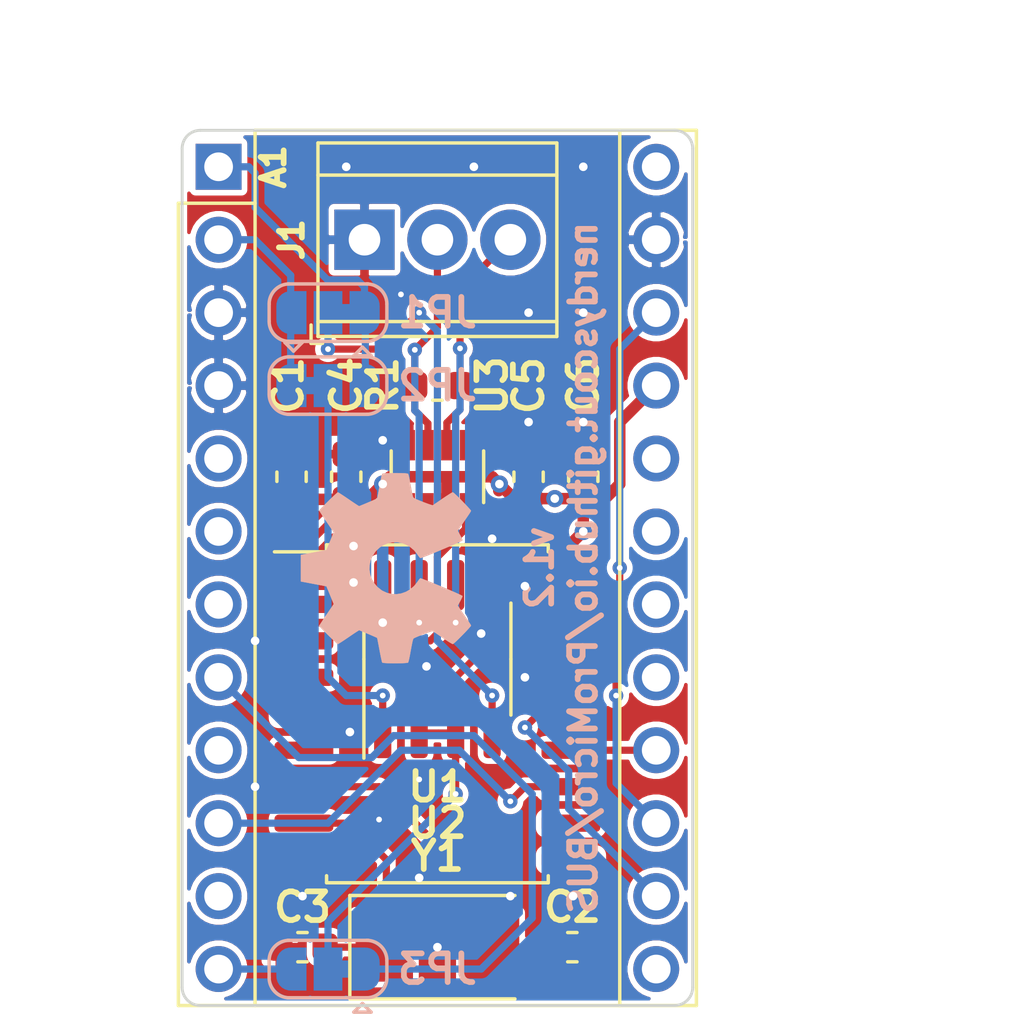
<source format=kicad_pcb>
(kicad_pcb (version 20171130) (host pcbnew 5.1.5)

  (general
    (thickness 0.8)
    (drawings 23)
    (tracks 184)
    (zones 0)
    (modules 17)
    (nets 21)
  )

  (page A4)
  (title_block
    (title ProMicro_BUS)
    (date 2020-06-01)
    (rev v1.2)
    (company https://twitter.com/nerdyscout84)
    (comment 1 "CERN Open Hardware Licence v1.2 ")
    (comment 2 http://github.com/nerdyscout/ProMicro)
  )

  (layers
    (0 F.Cu mixed)
    (31 B.Cu mixed)
    (32 B.Adhes user)
    (33 F.Adhes user)
    (34 B.Paste user)
    (35 F.Paste user)
    (36 B.SilkS user)
    (37 F.SilkS user)
    (38 B.Mask user)
    (39 F.Mask user)
    (40 Dwgs.User user)
    (41 Cmts.User user)
    (42 Eco1.User user)
    (43 Eco2.User user)
    (44 Edge.Cuts user)
    (45 Margin user)
    (46 B.CrtYd user)
    (47 F.CrtYd user)
    (48 B.Fab user)
    (49 F.Fab user)
  )

  (setup
    (last_trace_width 0.25)
    (user_trace_width 0.1)
    (user_trace_width 0.2)
    (user_trace_width 0.25)
    (user_trace_width 0.4)
    (trace_clearance 0.2)
    (zone_clearance 0.125)
    (zone_45_only no)
    (trace_min 0.1)
    (via_size 0.5)
    (via_drill 0.2)
    (via_min_size 0.45)
    (via_min_drill 0.2)
    (user_via 0.45 0.2)
    (user_via 0.5 0.2)
    (user_via 0.6 0.3)
    (uvia_size 0.3)
    (uvia_drill 0.1)
    (uvias_allowed no)
    (uvia_min_size 0.2)
    (uvia_min_drill 0.1)
    (edge_width 0.05)
    (segment_width 0.2)
    (pcb_text_width 0.3)
    (pcb_text_size 1.5 1.5)
    (mod_edge_width 0.12)
    (mod_text_size 1 1)
    (mod_text_width 0.15)
    (pad_size 1.524 1.524)
    (pad_drill 0.762)
    (pad_to_mask_clearance 0)
    (aux_axis_origin 50.8 76.2)
    (grid_origin 50.8 76.2)
    (visible_elements FFFFFF7F)
    (pcbplotparams
      (layerselection 0x010fc_ffffffff)
      (usegerberextensions false)
      (usegerberattributes false)
      (usegerberadvancedattributes false)
      (creategerberjobfile false)
      (excludeedgelayer true)
      (linewidth 0.100000)
      (plotframeref false)
      (viasonmask false)
      (mode 1)
      (useauxorigin false)
      (hpglpennumber 1)
      (hpglpenspeed 20)
      (hpglpendiameter 15.000000)
      (psnegative false)
      (psa4output false)
      (plotreference true)
      (plotvalue true)
      (plotinvisibletext false)
      (padsonsilk false)
      (subtractmaskfromsilk false)
      (outputformat 1)
      (mirror false)
      (drillshape 0)
      (scaleselection 1)
      (outputdirectory "gerber"))
  )

  (net 0 "")
  (net 1 GND)
  (net 2 +3V3)
  (net 3 /A)
  (net 4 /B)
  (net 5 Reset)
  (net 6 "Net-(U2-Pad2)")
  (net 7 "Net-(U2-Pad1)")
  (net 8 "Net-(C2-Pad2)")
  (net 9 "Net-(C3-Pad1)")
  (net 10 D15)
  (net 11 D14)
  (net 12 D16)
  (net 13 D0)
  (net 14 D1)
  (net 15 "Net-(JP1-Pad2)")
  (net 16 "Net-(JP2-Pad2)")
  (net 17 D7)
  (net 18 D9)
  (net 19 CS)
  (net 20 D5)

  (net_class Default "This is the default net class."
    (clearance 0.2)
    (trace_width 0.25)
    (via_dia 0.5)
    (via_drill 0.2)
    (uvia_dia 0.3)
    (uvia_drill 0.1)
    (add_net /A)
    (add_net /B)
    (add_net CS)
    (add_net D0)
    (add_net D1)
    (add_net D14)
    (add_net D15)
    (add_net D16)
    (add_net D5)
    (add_net D7)
    (add_net D9)
    (add_net "Net-(C2-Pad2)")
    (add_net "Net-(C3-Pad1)")
    (add_net "Net-(JP1-Pad2)")
    (add_net "Net-(JP2-Pad2)")
    (add_net "Net-(U2-Pad1)")
    (add_net "Net-(U2-Pad2)")
    (add_net Reset)
  )

  (net_class Power ""
    (clearance 0.2)
    (trace_width 0.4)
    (via_dia 0.6)
    (via_drill 0.3)
    (uvia_dia 0.3)
    (uvia_drill 0.1)
    (add_net +3V3)
    (add_net GND)
  )

  (net_class small ""
    (clearance 0.2)
    (trace_width 0.2)
    (via_dia 0.5)
    (via_drill 0.2)
    (uvia_dia 0.3)
    (uvia_drill 0.1)
  )

  (net_class tiny ""
    (clearance 0.1)
    (trace_width 0.1)
    (via_dia 0.45)
    (via_drill 0.2)
    (uvia_dia 0.3)
    (uvia_drill 0.1)
  )

  (module Symbol:OSHW-Symbol_6.7x6mm_SilkScreen (layer B.Cu) (tedit 0) (tstamp 5E260438)
    (at 56.642 90.17 270)
    (descr "Open Source Hardware Symbol")
    (tags "Logo Symbol OSHW")
    (path /5E25FD05)
    (attr virtual)
    (fp_text reference LOGO1 (at 0 0 90) (layer B.SilkS) hide
      (effects (font (size 1 1) (thickness 0.15)) (justify mirror))
    )
    (fp_text value Logo_Open_Hardware_Small (at 0.75 0 90) (layer B.Fab) hide
      (effects (font (size 1 1) (thickness 0.15)) (justify mirror))
    )
    (fp_poly (pts (xy 0.555814 2.531069) (xy 0.639635 2.086445) (xy 0.94892 1.958947) (xy 1.258206 1.831449)
      (xy 1.629246 2.083754) (xy 1.733157 2.154004) (xy 1.827087 2.216728) (xy 1.906652 2.269062)
      (xy 1.96747 2.308143) (xy 2.005157 2.331107) (xy 2.015421 2.336058) (xy 2.03391 2.323324)
      (xy 2.07342 2.288118) (xy 2.129522 2.234938) (xy 2.197787 2.168282) (xy 2.273786 2.092646)
      (xy 2.353092 2.012528) (xy 2.431275 1.932426) (xy 2.503907 1.856836) (xy 2.566559 1.790255)
      (xy 2.614803 1.737182) (xy 2.64421 1.702113) (xy 2.651241 1.690377) (xy 2.641123 1.66874)
      (xy 2.612759 1.621338) (xy 2.569129 1.552807) (xy 2.513218 1.467785) (xy 2.448006 1.370907)
      (xy 2.410219 1.31565) (xy 2.341343 1.214752) (xy 2.28014 1.123701) (xy 2.229578 1.04703)
      (xy 2.192628 0.989272) (xy 2.172258 0.954957) (xy 2.169197 0.947746) (xy 2.176136 0.927252)
      (xy 2.195051 0.879487) (xy 2.223087 0.811168) (xy 2.257391 0.729011) (xy 2.295109 0.63973)
      (xy 2.333387 0.550042) (xy 2.36937 0.466662) (xy 2.400206 0.396306) (xy 2.423039 0.34569)
      (xy 2.435017 0.321529) (xy 2.435724 0.320578) (xy 2.454531 0.315964) (xy 2.504618 0.305672)
      (xy 2.580793 0.290713) (xy 2.677865 0.272099) (xy 2.790643 0.250841) (xy 2.856442 0.238582)
      (xy 2.97695 0.215638) (xy 3.085797 0.193805) (xy 3.177476 0.174278) (xy 3.246481 0.158252)
      (xy 3.287304 0.146921) (xy 3.295511 0.143326) (xy 3.303548 0.118994) (xy 3.310033 0.064041)
      (xy 3.31497 -0.015108) (xy 3.318364 -0.112026) (xy 3.320218 -0.220287) (xy 3.320538 -0.333465)
      (xy 3.319327 -0.445135) (xy 3.31659 -0.548868) (xy 3.312331 -0.638241) (xy 3.306555 -0.706826)
      (xy 3.299267 -0.748197) (xy 3.294895 -0.75681) (xy 3.268764 -0.767133) (xy 3.213393 -0.781892)
      (xy 3.136107 -0.799352) (xy 3.04423 -0.81778) (xy 3.012158 -0.823741) (xy 2.857524 -0.852066)
      (xy 2.735375 -0.874876) (xy 2.641673 -0.89308) (xy 2.572384 -0.907583) (xy 2.523471 -0.919292)
      (xy 2.490897 -0.929115) (xy 2.470628 -0.937956) (xy 2.458626 -0.946724) (xy 2.456947 -0.948457)
      (xy 2.440184 -0.976371) (xy 2.414614 -1.030695) (xy 2.382788 -1.104777) (xy 2.34726 -1.191965)
      (xy 2.310583 -1.285608) (xy 2.275311 -1.379052) (xy 2.243996 -1.465647) (xy 2.219193 -1.53874)
      (xy 2.203454 -1.591678) (xy 2.199332 -1.617811) (xy 2.199676 -1.618726) (xy 2.213641 -1.640086)
      (xy 2.245322 -1.687084) (xy 2.291391 -1.754827) (xy 2.348518 -1.838423) (xy 2.413373 -1.932982)
      (xy 2.431843 -1.959854) (xy 2.497699 -2.057275) (xy 2.55565 -2.146163) (xy 2.602538 -2.221412)
      (xy 2.635207 -2.27792) (xy 2.6505 -2.310581) (xy 2.651241 -2.314593) (xy 2.638392 -2.335684)
      (xy 2.602888 -2.377464) (xy 2.549293 -2.435445) (xy 2.482171 -2.505135) (xy 2.406087 -2.582045)
      (xy 2.325604 -2.661683) (xy 2.245287 -2.739561) (xy 2.169699 -2.811186) (xy 2.103405 -2.87207)
      (xy 2.050969 -2.917721) (xy 2.016955 -2.94365) (xy 2.007545 -2.947883) (xy 1.985643 -2.937912)
      (xy 1.9408 -2.91102) (xy 1.880321 -2.871736) (xy 1.833789 -2.840117) (xy 1.749475 -2.782098)
      (xy 1.649626 -2.713784) (xy 1.549473 -2.645579) (xy 1.495627 -2.609075) (xy 1.313371 -2.4858)
      (xy 1.160381 -2.56852) (xy 1.090682 -2.604759) (xy 1.031414 -2.632926) (xy 0.991311 -2.648991)
      (xy 0.981103 -2.651226) (xy 0.968829 -2.634722) (xy 0.944613 -2.588082) (xy 0.910263 -2.515609)
      (xy 0.867588 -2.421606) (xy 0.818394 -2.310374) (xy 0.76449 -2.186215) (xy 0.707684 -2.053432)
      (xy 0.649782 -1.916327) (xy 0.592593 -1.779202) (xy 0.537924 -1.646358) (xy 0.487584 -1.522098)
      (xy 0.44338 -1.410725) (xy 0.407119 -1.316539) (xy 0.380609 -1.243844) (xy 0.365658 -1.196941)
      (xy 0.363254 -1.180833) (xy 0.382311 -1.160286) (xy 0.424036 -1.126933) (xy 0.479706 -1.087702)
      (xy 0.484378 -1.084599) (xy 0.628264 -0.969423) (xy 0.744283 -0.835053) (xy 0.83143 -0.685784)
      (xy 0.888699 -0.525913) (xy 0.915086 -0.359737) (xy 0.909585 -0.191552) (xy 0.87119 -0.025655)
      (xy 0.798895 0.133658) (xy 0.777626 0.168513) (xy 0.666996 0.309263) (xy 0.536302 0.422286)
      (xy 0.390064 0.506997) (xy 0.232808 0.562806) (xy 0.069057 0.589126) (xy -0.096667 0.58537)
      (xy -0.259838 0.55095) (xy -0.415935 0.485277) (xy -0.560433 0.387765) (xy -0.605131 0.348187)
      (xy -0.718888 0.224297) (xy -0.801782 0.093876) (xy -0.858644 -0.052315) (xy -0.890313 -0.197088)
      (xy -0.898131 -0.35986) (xy -0.872062 -0.52344) (xy -0.814755 -0.682298) (xy -0.728856 -0.830906)
      (xy -0.617014 -0.963735) (xy -0.481877 -1.075256) (xy -0.464117 -1.087011) (xy -0.40785 -1.125508)
      (xy -0.365077 -1.158863) (xy -0.344628 -1.18016) (xy -0.344331 -1.180833) (xy -0.348721 -1.203871)
      (xy -0.366124 -1.256157) (xy -0.394732 -1.33339) (xy -0.432735 -1.431268) (xy -0.478326 -1.545491)
      (xy -0.529697 -1.671758) (xy -0.585038 -1.805767) (xy -0.642542 -1.943218) (xy -0.700399 -2.079808)
      (xy -0.756802 -2.211237) (xy -0.809942 -2.333205) (xy -0.85801 -2.441409) (xy -0.899199 -2.531549)
      (xy -0.931699 -2.599323) (xy -0.953703 -2.64043) (xy -0.962564 -2.651226) (xy -0.98964 -2.642819)
      (xy -1.040303 -2.620272) (xy -1.105817 -2.587613) (xy -1.141841 -2.56852) (xy -1.294832 -2.4858)
      (xy -1.477088 -2.609075) (xy -1.570125 -2.672228) (xy -1.671985 -2.741727) (xy -1.767438 -2.807165)
      (xy -1.81525 -2.840117) (xy -1.882495 -2.885273) (xy -1.939436 -2.921057) (xy -1.978646 -2.942938)
      (xy -1.991381 -2.947563) (xy -2.009917 -2.935085) (xy -2.050941 -2.900252) (xy -2.110475 -2.846678)
      (xy -2.184542 -2.777983) (xy -2.269165 -2.697781) (xy -2.322685 -2.646286) (xy -2.416319 -2.554286)
      (xy -2.497241 -2.471999) (xy -2.562177 -2.402945) (xy -2.607858 -2.350644) (xy -2.631011 -2.318616)
      (xy -2.633232 -2.312116) (xy -2.622924 -2.287394) (xy -2.594439 -2.237405) (xy -2.550937 -2.167212)
      (xy -2.495577 -2.081875) (xy -2.43152 -1.986456) (xy -2.413303 -1.959854) (xy -2.346927 -1.863167)
      (xy -2.287378 -1.776117) (xy -2.237984 -1.703595) (xy -2.202075 -1.650493) (xy -2.182981 -1.621703)
      (xy -2.181136 -1.618726) (xy -2.183895 -1.595782) (xy -2.198538 -1.545336) (xy -2.222513 -1.474041)
      (xy -2.253266 -1.388547) (xy -2.288244 -1.295507) (xy -2.324893 -1.201574) (xy -2.360661 -1.113399)
      (xy -2.392994 -1.037634) (xy -2.419338 -0.980931) (xy -2.437142 -0.949943) (xy -2.438407 -0.948457)
      (xy -2.449294 -0.939601) (xy -2.467682 -0.930843) (xy -2.497606 -0.921277) (xy -2.543103 -0.909996)
      (xy -2.608209 -0.896093) (xy -2.696961 -0.878663) (xy -2.813393 -0.856798) (xy -2.961542 -0.829591)
      (xy -2.993618 -0.823741) (xy -3.088686 -0.805374) (xy -3.171565 -0.787405) (xy -3.23493 -0.771569)
      (xy -3.271458 -0.7596) (xy -3.276356 -0.75681) (xy -3.284427 -0.732072) (xy -3.290987 -0.67679)
      (xy -3.296033 -0.597389) (xy -3.299559 -0.500296) (xy -3.301561 -0.391938) (xy -3.302036 -0.27874)
      (xy -3.300977 -0.167128) (xy -3.298382 -0.063529) (xy -3.294246 0.025632) (xy -3.288563 0.093928)
      (xy -3.281331 0.134934) (xy -3.276971 0.143326) (xy -3.252698 0.151792) (xy -3.197426 0.165565)
      (xy -3.116662 0.18345) (xy -3.015912 0.204252) (xy -2.900683 0.226777) (xy -2.837902 0.238582)
      (xy -2.718787 0.260849) (xy -2.612565 0.281021) (xy -2.524427 0.298085) (xy -2.459566 0.311031)
      (xy -2.423174 0.318845) (xy -2.417184 0.320578) (xy -2.407061 0.34011) (xy -2.385662 0.387157)
      (xy -2.355839 0.454997) (xy -2.320445 0.536909) (xy -2.282332 0.626172) (xy -2.244353 0.716065)
      (xy -2.20936 0.799865) (xy -2.180206 0.870853) (xy -2.159743 0.922306) (xy -2.150823 0.947503)
      (xy -2.150657 0.948604) (xy -2.160769 0.968481) (xy -2.189117 1.014223) (xy -2.232723 1.081283)
      (xy -2.288606 1.165116) (xy -2.353787 1.261174) (xy -2.391679 1.31635) (xy -2.460725 1.417519)
      (xy -2.52205 1.50937) (xy -2.572663 1.587256) (xy -2.609571 1.646531) (xy -2.629782 1.682549)
      (xy -2.632701 1.690623) (xy -2.620153 1.709416) (xy -2.585463 1.749543) (xy -2.533063 1.806507)
      (xy -2.467384 1.875815) (xy -2.392856 1.952969) (xy -2.313913 2.033475) (xy -2.234983 2.112837)
      (xy -2.1605 2.18656) (xy -2.094894 2.250148) (xy -2.042596 2.299106) (xy -2.008039 2.328939)
      (xy -1.996478 2.336058) (xy -1.977654 2.326047) (xy -1.932631 2.297922) (xy -1.865787 2.254546)
      (xy -1.781499 2.198782) (xy -1.684144 2.133494) (xy -1.610707 2.083754) (xy -1.239667 1.831449)
      (xy -0.621095 2.086445) (xy -0.537275 2.531069) (xy -0.453454 2.975693) (xy 0.471994 2.975693)
      (xy 0.555814 2.531069)) (layer B.SilkS) (width 0.01))
  )

  (module Module:Sparkfun_Pro_Micro (layer F.Cu) (tedit 5D5AC4F8) (tstamp 5EDC932F)
    (at 50.8 76.2)
    (descr "Sparkfun Pro Micro, https://www.sparkfun.com/products/12587")
    (tags "Sparkfun Pro Micro")
    (path /5ED4FE43)
    (fp_text reference A1 (at 1.905 0 90) (layer F.SilkS)
      (effects (font (size 0.8 0.8) (thickness 0.2)))
    )
    (fp_text value Sparkfun_Pro_Micro_3V3 (at 8.89 13.97 90) (layer F.Fab) hide
      (effects (font (size 1 1) (thickness 0.15)))
    )
    (fp_text user %R (at 6.096 13.97 90) (layer F.Fab) hide
      (effects (font (size 1 1) (thickness 0.15)))
    )
    (fp_line (start -1.4 1.27) (end -1.4 29.21) (layer F.SilkS) (width 0.12))
    (fp_line (start 13.97 -1.27) (end 13.97 29.21) (layer F.SilkS) (width 0.12))
    (fp_line (start 1.27 1.27) (end -1.4 1.27) (layer F.SilkS) (width 0.12))
    (fp_line (start 1.27 -1.27) (end 1.27 29.21) (layer F.SilkS) (width 0.12))
    (fp_line (start -1.4 29.21) (end 16.64 29.21) (layer F.SilkS) (width 0.12))
    (fp_line (start 16.64 29.21) (end 16.64 -1.27) (layer F.SilkS) (width 0.12))
    (fp_line (start 16.64 -1.27) (end 1.27 -1.27) (layer F.SilkS) (width 0.12))
    (fp_line (start 16.5 29.05) (end -1.27 29.05) (layer F.Fab) (width 0.1))
    (fp_line (start -1.27 29.05) (end -1.27 -0.6) (layer F.Fab) (width 0.1))
    (fp_line (start -0.8 -1.1) (end -1.27 -0.6) (layer F.Fab) (width 0.1))
    (fp_line (start -0.8 -1.1) (end 16.5 -1.1) (layer F.Fab) (width 0.1))
    (fp_line (start 16.5 -1.1) (end 16.5 29.05) (layer F.Fab) (width 0.1))
    (fp_line (start -1.5 -1.5) (end 16.8 -1.5) (layer F.CrtYd) (width 0.05))
    (fp_line (start -1.5 -1.5) (end -1.5 29.3) (layer F.CrtYd) (width 0.05))
    (fp_line (start 16.8 29.3) (end 16.8 -1.5) (layer F.CrtYd) (width 0.05))
    (fp_line (start 16.8 29.3) (end -1.5 29.3) (layer F.CrtYd) (width 0.05))
    (pad 24 thru_hole oval (at 15.24 0) (size 1.6 1.6) (drill 1) (layers *.Cu *.Mask))
    (pad 23 thru_hole oval (at 15.24 2.54) (size 1.6 1.6) (drill 1) (layers *.Cu *.Mask)
      (net 1 GND))
    (pad 22 thru_hole oval (at 15.24 5.08) (size 1.6 1.6) (drill 1) (layers *.Cu *.Mask)
      (net 5 Reset))
    (pad 12 thru_hole oval (at 0 27.94) (size 1.6 1.6) (drill 1) (layers *.Cu *.Mask)
      (net 18 D9))
    (pad 21 thru_hole oval (at 15.24 7.62) (size 1.6 1.6) (drill 1) (layers *.Cu *.Mask)
      (net 2 +3V3))
    (pad 11 thru_hole oval (at 0 25.4) (size 1.6 1.6) (drill 1) (layers *.Cu *.Mask))
    (pad 20 thru_hole oval (at 15.24 10.16) (size 1.6 1.6) (drill 1) (layers *.Cu *.Mask))
    (pad 10 thru_hole oval (at 0 22.86) (size 1.6 1.6) (drill 1) (layers *.Cu *.Mask)
      (net 17 D7))
    (pad 19 thru_hole oval (at 15.24 12.7) (size 1.6 1.6) (drill 1) (layers *.Cu *.Mask))
    (pad 9 thru_hole oval (at 0 20.32) (size 1.6 1.6) (drill 1) (layers *.Cu *.Mask))
    (pad 18 thru_hole oval (at 15.24 15.24) (size 1.6 1.6) (drill 1) (layers *.Cu *.Mask))
    (pad 8 thru_hole oval (at 0 17.78) (size 1.6 1.6) (drill 1) (layers *.Cu *.Mask)
      (net 20 D5))
    (pad 17 thru_hole oval (at 15.24 17.78) (size 1.6 1.6) (drill 1) (layers *.Cu *.Mask))
    (pad 7 thru_hole oval (at 0 15.24) (size 1.6 1.6) (drill 1) (layers *.Cu *.Mask))
    (pad 16 thru_hole oval (at 15.24 20.32) (size 1.6 1.6) (drill 1) (layers *.Cu *.Mask)
      (net 10 D15))
    (pad 6 thru_hole oval (at 0 12.7) (size 1.6 1.6) (drill 1) (layers *.Cu *.Mask))
    (pad 15 thru_hole oval (at 15.24 22.86) (size 1.6 1.6) (drill 1) (layers *.Cu *.Mask)
      (net 11 D14))
    (pad 5 thru_hole oval (at 0 10.16) (size 1.6 1.6) (drill 1) (layers *.Cu *.Mask))
    (pad 14 thru_hole oval (at 15.24 25.4) (size 1.6 1.6) (drill 1) (layers *.Cu *.Mask)
      (net 12 D16))
    (pad 4 thru_hole oval (at 0 7.62) (size 1.6 1.6) (drill 1) (layers *.Cu *.Mask)
      (net 1 GND))
    (pad 13 thru_hole oval (at 15.24 27.94) (size 1.6 1.6) (drill 1) (layers *.Cu *.Mask))
    (pad 3 thru_hole oval (at 0 5.08) (size 1.6 1.6) (drill 1) (layers *.Cu *.Mask)
      (net 1 GND))
    (pad 2 thru_hole oval (at 0 2.54) (size 1.6 1.6) (drill 1) (layers *.Cu *.Mask)
      (net 13 D0))
    (pad 1 thru_hole rect (at 0 0) (size 1.6 1.6) (drill 1) (layers *.Cu *.Mask)
      (net 14 D1))
    (model ${KISYS3DMOD}/Module.3dshapes/Sparkfun_Pro_Micro.wrl
      (at (xyz 0 0 0))
      (scale (xyz 1 1 1))
      (rotate (xyz 0 0 0))
    )
  )

  (module Jumper:SolderJumper-3_P1.3mm_Bridged12_RoundedPad1.0x1.5mm (layer B.Cu) (tedit 5C745321) (tstamp 5EB5FF0E)
    (at 54.61 104.14 180)
    (descr "SMD Solder 3-pad Jumper, 1x1.5mm rounded Pads, 0.3mm gap, pads 1-2 bridged with 1 copper strip")
    (tags "solder jumper open")
    (path /5EB5D67F)
    (attr virtual)
    (fp_text reference JP3 (at -3.81 0) (layer B.SilkS)
      (effects (font (size 1 1) (thickness 0.2)) (justify mirror))
    )
    (fp_text value SolderJumper_3_Bridged12 (at 0 0) (layer B.Fab) hide
      (effects (font (size 1 1) (thickness 0.15)) (justify mirror))
    )
    (fp_poly (pts (xy -0.9 0.3) (xy -0.4 0.3) (xy -0.4 -0.3) (xy -0.9 -0.3)) (layer B.Cu) (width 0))
    (fp_arc (start -1.35 0.3) (end -1.35 1) (angle 90) (layer B.SilkS) (width 0.12))
    (fp_arc (start -1.35 -0.3) (end -2.05 -0.3) (angle 90) (layer B.SilkS) (width 0.12))
    (fp_arc (start 1.35 -0.3) (end 1.35 -1) (angle 90) (layer B.SilkS) (width 0.12))
    (fp_arc (start 1.35 0.3) (end 2.05 0.3) (angle 90) (layer B.SilkS) (width 0.12))
    (fp_line (start 2.3 -1.25) (end -2.3 -1.25) (layer B.CrtYd) (width 0.05))
    (fp_line (start 2.3 -1.25) (end 2.3 1.25) (layer B.CrtYd) (width 0.05))
    (fp_line (start -2.3 1.25) (end -2.3 -1.25) (layer B.CrtYd) (width 0.05))
    (fp_line (start -2.3 1.25) (end 2.3 1.25) (layer B.CrtYd) (width 0.05))
    (fp_line (start -1.4 1) (end 1.4 1) (layer B.SilkS) (width 0.12))
    (fp_line (start 2.05 0.3) (end 2.05 -0.3) (layer B.SilkS) (width 0.12))
    (fp_line (start 1.4 -1) (end -1.4 -1) (layer B.SilkS) (width 0.12))
    (fp_line (start -2.05 -0.3) (end -2.05 0.3) (layer B.SilkS) (width 0.12))
    (fp_line (start -1.2 -1.2) (end -1.5 -1.5) (layer B.SilkS) (width 0.12))
    (fp_line (start -1.5 -1.5) (end -0.9 -1.5) (layer B.SilkS) (width 0.12))
    (fp_line (start -1.2 -1.2) (end -0.9 -1.5) (layer B.SilkS) (width 0.12))
    (pad 1 smd custom (at -1.3 0 180) (size 1 0.5) (layers B.Cu B.Mask)
      (net 20 D5) (zone_connect 2)
      (options (clearance outline) (anchor rect))
      (primitives
        (gr_circle (center 0 -0.25) (end 0.5 -0.25) (width 0))
        (gr_circle (center 0 0.25) (end 0.5 0.25) (width 0))
        (gr_poly (pts
           (xy 0.55 0.75) (xy 0 0.75) (xy 0 -0.75) (xy 0.55 -0.75)) (width 0))
      ))
    (pad 2 smd rect (at 0 0 180) (size 1 1.5) (layers B.Cu B.Mask)
      (net 19 CS))
    (pad 3 smd custom (at 1.3 0 180) (size 1 0.5) (layers B.Cu B.Mask)
      (net 18 D9) (zone_connect 2)
      (options (clearance outline) (anchor rect))
      (primitives
        (gr_circle (center 0 -0.25) (end 0.5 -0.25) (width 0))
        (gr_circle (center 0 0.25) (end 0.5 0.25) (width 0))
        (gr_poly (pts
           (xy -0.55 0.75) (xy 0 0.75) (xy 0 -0.75) (xy -0.55 -0.75)) (width 0))
      ))
  )

  (module Jumper:SolderJumper-3_P1.3mm_Bridged12_RoundedPad1.0x1.5mm (layer B.Cu) (tedit 5C745321) (tstamp 5EB5FEF7)
    (at 54.61 83.82)
    (descr "SMD Solder 3-pad Jumper, 1x1.5mm rounded Pads, 0.3mm gap, pads 1-2 bridged with 1 copper strip")
    (tags "solder jumper open")
    (path /5EB5F7A2)
    (attr virtual)
    (fp_text reference JP2 (at 3.81 0) (layer B.SilkS)
      (effects (font (size 1 1) (thickness 0.2)) (justify mirror))
    )
    (fp_text value SolderJumper_3_Bridged12 (at 0 0) (layer B.Fab) hide
      (effects (font (size 1 1) (thickness 0.15)) (justify mirror))
    )
    (fp_poly (pts (xy -0.9 0.3) (xy -0.4 0.3) (xy -0.4 -0.3) (xy -0.9 -0.3)) (layer B.Cu) (width 0))
    (fp_arc (start -1.35 0.3) (end -1.35 1) (angle 90) (layer B.SilkS) (width 0.12))
    (fp_arc (start -1.35 -0.3) (end -2.05 -0.3) (angle 90) (layer B.SilkS) (width 0.12))
    (fp_arc (start 1.35 -0.3) (end 1.35 -1) (angle 90) (layer B.SilkS) (width 0.12))
    (fp_arc (start 1.35 0.3) (end 2.05 0.3) (angle 90) (layer B.SilkS) (width 0.12))
    (fp_line (start 2.3 -1.25) (end -2.3 -1.25) (layer B.CrtYd) (width 0.05))
    (fp_line (start 2.3 -1.25) (end 2.3 1.25) (layer B.CrtYd) (width 0.05))
    (fp_line (start -2.3 1.25) (end -2.3 -1.25) (layer B.CrtYd) (width 0.05))
    (fp_line (start -2.3 1.25) (end 2.3 1.25) (layer B.CrtYd) (width 0.05))
    (fp_line (start -1.4 1) (end 1.4 1) (layer B.SilkS) (width 0.12))
    (fp_line (start 2.05 0.3) (end 2.05 -0.3) (layer B.SilkS) (width 0.12))
    (fp_line (start 1.4 -1) (end -1.4 -1) (layer B.SilkS) (width 0.12))
    (fp_line (start -2.05 -0.3) (end -2.05 0.3) (layer B.SilkS) (width 0.12))
    (fp_line (start -1.2 -1.2) (end -1.5 -1.5) (layer B.SilkS) (width 0.12))
    (fp_line (start -1.5 -1.5) (end -0.9 -1.5) (layer B.SilkS) (width 0.12))
    (fp_line (start -1.2 -1.2) (end -0.9 -1.5) (layer B.SilkS) (width 0.12))
    (pad 1 smd custom (at -1.3 0) (size 1 0.5) (layers B.Cu B.Mask)
      (net 13 D0) (zone_connect 2)
      (options (clearance outline) (anchor rect))
      (primitives
        (gr_circle (center 0 -0.25) (end 0.5 -0.25) (width 0))
        (gr_circle (center 0 0.25) (end 0.5 0.25) (width 0))
        (gr_poly (pts
           (xy 0.55 0.75) (xy 0 0.75) (xy 0 -0.75) (xy 0.55 -0.75)) (width 0))
      ))
    (pad 2 smd rect (at 0 0) (size 1 1.5) (layers B.Cu B.Mask)
      (net 16 "Net-(JP2-Pad2)"))
    (pad 3 smd custom (at 1.3 0) (size 1 0.5) (layers B.Cu B.Mask)
      (net 14 D1) (zone_connect 2)
      (options (clearance outline) (anchor rect))
      (primitives
        (gr_circle (center 0 -0.25) (end 0.5 -0.25) (width 0))
        (gr_circle (center 0 0.25) (end 0.5 0.25) (width 0))
        (gr_poly (pts
           (xy -0.55 0.75) (xy 0 0.75) (xy 0 -0.75) (xy -0.55 -0.75)) (width 0))
      ))
  )

  (module Jumper:SolderJumper-3_P1.3mm_Bridged12_RoundedPad1.0x1.5mm (layer B.Cu) (tedit 5C745321) (tstamp 5EB5FEE0)
    (at 54.61 81.28 180)
    (descr "SMD Solder 3-pad Jumper, 1x1.5mm rounded Pads, 0.3mm gap, pads 1-2 bridged with 1 copper strip")
    (tags "solder jumper open")
    (path /5EB5EA1D)
    (attr virtual)
    (fp_text reference JP1 (at -3.81 0) (layer B.SilkS)
      (effects (font (size 1 1) (thickness 0.2)) (justify mirror))
    )
    (fp_text value SolderJumper_3_Bridged12 (at 0 0) (layer B.Fab) hide
      (effects (font (size 1 1) (thickness 0.15)) (justify mirror))
    )
    (fp_poly (pts (xy -0.9 0.3) (xy -0.4 0.3) (xy -0.4 -0.3) (xy -0.9 -0.3)) (layer B.Cu) (width 0))
    (fp_arc (start -1.35 0.3) (end -1.35 1) (angle 90) (layer B.SilkS) (width 0.12))
    (fp_arc (start -1.35 -0.3) (end -2.05 -0.3) (angle 90) (layer B.SilkS) (width 0.12))
    (fp_arc (start 1.35 -0.3) (end 1.35 -1) (angle 90) (layer B.SilkS) (width 0.12))
    (fp_arc (start 1.35 0.3) (end 2.05 0.3) (angle 90) (layer B.SilkS) (width 0.12))
    (fp_line (start 2.3 -1.25) (end -2.3 -1.25) (layer B.CrtYd) (width 0.05))
    (fp_line (start 2.3 -1.25) (end 2.3 1.25) (layer B.CrtYd) (width 0.05))
    (fp_line (start -2.3 1.25) (end -2.3 -1.25) (layer B.CrtYd) (width 0.05))
    (fp_line (start -2.3 1.25) (end 2.3 1.25) (layer B.CrtYd) (width 0.05))
    (fp_line (start -1.4 1) (end 1.4 1) (layer B.SilkS) (width 0.12))
    (fp_line (start 2.05 0.3) (end 2.05 -0.3) (layer B.SilkS) (width 0.12))
    (fp_line (start 1.4 -1) (end -1.4 -1) (layer B.SilkS) (width 0.12))
    (fp_line (start -2.05 -0.3) (end -2.05 0.3) (layer B.SilkS) (width 0.12))
    (fp_line (start -1.2 -1.2) (end -1.5 -1.5) (layer B.SilkS) (width 0.12))
    (fp_line (start -1.5 -1.5) (end -0.9 -1.5) (layer B.SilkS) (width 0.12))
    (fp_line (start -1.2 -1.2) (end -0.9 -1.5) (layer B.SilkS) (width 0.12))
    (pad 1 smd custom (at -1.3 0 180) (size 1 0.5) (layers B.Cu B.Mask)
      (net 14 D1) (zone_connect 2)
      (options (clearance outline) (anchor rect))
      (primitives
        (gr_circle (center 0 -0.25) (end 0.5 -0.25) (width 0))
        (gr_circle (center 0 0.25) (end 0.5 0.25) (width 0))
        (gr_poly (pts
           (xy 0.55 0.75) (xy 0 0.75) (xy 0 -0.75) (xy 0.55 -0.75)) (width 0))
      ))
    (pad 2 smd rect (at 0 0 180) (size 1 1.5) (layers B.Cu B.Mask)
      (net 15 "Net-(JP1-Pad2)"))
    (pad 3 smd custom (at 1.3 0 180) (size 1 0.5) (layers B.Cu B.Mask)
      (net 13 D0) (zone_connect 2)
      (options (clearance outline) (anchor rect))
      (primitives
        (gr_circle (center 0 -0.25) (end 0.5 -0.25) (width 0))
        (gr_circle (center 0 0.25) (end 0.5 0.25) (width 0))
        (gr_poly (pts
           (xy -0.55 0.75) (xy 0 0.75) (xy 0 -0.75) (xy -0.55 -0.75)) (width 0))
      ))
  )

  (module Package_SO:SO-8_3.9x4.9mm_P1.27mm (layer F.Cu) (tedit 5C509AD1) (tstamp 5E2E31D1)
    (at 58.42 93.345 90)
    (descr "SO, 8 Pin (https://www.nxp.com/docs/en/data-sheet/PCF8523.pdf), generated with kicad-footprint-generator ipc_gullwing_generator.py")
    (tags "SO SO")
    (path /5E2AB9E8)
    (attr smd)
    (fp_text reference U1 (at -4.445 0 180) (layer F.SilkS)
      (effects (font (size 1 1) (thickness 0.2)))
    )
    (fp_text value MAX3483 (at -0.635 0 180) (layer F.Fab) hide
      (effects (font (size 1 1) (thickness 0.15)))
    )
    (fp_line (start 0 2.56) (end 1.95 2.56) (layer F.SilkS) (width 0.12))
    (fp_line (start 0 2.56) (end -1.95 2.56) (layer F.SilkS) (width 0.12))
    (fp_line (start 0 -2.56) (end 1.95 -2.56) (layer F.SilkS) (width 0.12))
    (fp_line (start 0 -2.56) (end -3.45 -2.56) (layer F.SilkS) (width 0.12))
    (fp_line (start -0.975 -2.45) (end 1.95 -2.45) (layer F.Fab) (width 0.1))
    (fp_line (start 1.95 -2.45) (end 1.95 2.45) (layer F.Fab) (width 0.1))
    (fp_line (start 1.95 2.45) (end -1.95 2.45) (layer F.Fab) (width 0.1))
    (fp_line (start -1.95 2.45) (end -1.95 -1.475) (layer F.Fab) (width 0.1))
    (fp_line (start -1.95 -1.475) (end -0.975 -2.45) (layer F.Fab) (width 0.1))
    (fp_line (start -3.7 -2.7) (end -3.7 2.7) (layer F.CrtYd) (width 0.05))
    (fp_line (start -3.7 2.7) (end 3.7 2.7) (layer F.CrtYd) (width 0.05))
    (fp_line (start 3.7 2.7) (end 3.7 -2.7) (layer F.CrtYd) (width 0.05))
    (fp_line (start 3.7 -2.7) (end -3.7 -2.7) (layer F.CrtYd) (width 0.05))
    (fp_text user %R (at -4.445 0 180) (layer F.Fab) hide
      (effects (font (size 0.98 0.98) (thickness 0.15)))
    )
    (pad 8 smd roundrect (at 2.575 -1.905 90) (size 1.75 0.6) (layers F.Cu F.Paste F.Mask) (roundrect_rratio 0.25)
      (net 2 +3V3))
    (pad 7 smd roundrect (at 2.575 -0.635 90) (size 1.75 0.6) (layers F.Cu F.Paste F.Mask) (roundrect_rratio 0.25)
      (net 4 /B))
    (pad 6 smd roundrect (at 2.575 0.635 90) (size 1.75 0.6) (layers F.Cu F.Paste F.Mask) (roundrect_rratio 0.25)
      (net 3 /A))
    (pad 5 smd roundrect (at 2.575 1.905 90) (size 1.75 0.6) (layers F.Cu F.Paste F.Mask) (roundrect_rratio 0.25)
      (net 1 GND))
    (pad 4 smd roundrect (at -2.575 1.905 90) (size 1.75 0.6) (layers F.Cu F.Paste F.Mask) (roundrect_rratio 0.25)
      (net 15 "Net-(JP1-Pad2)"))
    (pad 3 smd roundrect (at -2.575 0.635 90) (size 1.75 0.6) (layers F.Cu F.Paste F.Mask) (roundrect_rratio 0.25)
      (net 19 CS))
    (pad 2 smd roundrect (at -2.575 -0.635 90) (size 1.75 0.6) (layers F.Cu F.Paste F.Mask) (roundrect_rratio 0.25)
      (net 19 CS))
    (pad 1 smd roundrect (at -2.575 -1.905 90) (size 1.75 0.6) (layers F.Cu F.Paste F.Mask) (roundrect_rratio 0.25)
      (net 16 "Net-(JP2-Pad2)"))
    (model ${KISYS3DMOD}/Package_SO.3dshapes/SO-8_3.9x4.9mm_P1.27mm.wrl
      (at (xyz 0 0 0))
      (scale (xyz 1 1 1))
      (rotate (xyz 0 0 0))
    )
  )

  (module Capacitor_SMD:C_0603_1608Metric (layer F.Cu) (tedit 5B301BBE) (tstamp 5E2DEA2B)
    (at 63.5 86.995 90)
    (descr "Capacitor SMD 0603 (1608 Metric), square (rectangular) end terminal, IPC_7351 nominal, (Body size source: http://www.tortai-tech.com/upload/download/2011102023233369053.pdf), generated with kicad-footprint-generator")
    (tags capacitor)
    (path /5E2D9905)
    (attr smd)
    (fp_text reference C6 (at 3.175 0 90) (layer F.SilkS)
      (effects (font (size 1 1) (thickness 0.2)))
    )
    (fp_text value 100n (at 0 0 90) (layer F.Fab) hide
      (effects (font (size 1 1) (thickness 0.15)))
    )
    (fp_text user %R (at 0 0 90) (layer F.Fab)
      (effects (font (size 0.4 0.4) (thickness 0.06)))
    )
    (fp_line (start 1.48 0.73) (end -1.48 0.73) (layer F.CrtYd) (width 0.05))
    (fp_line (start 1.48 -0.73) (end 1.48 0.73) (layer F.CrtYd) (width 0.05))
    (fp_line (start -1.48 -0.73) (end 1.48 -0.73) (layer F.CrtYd) (width 0.05))
    (fp_line (start -1.48 0.73) (end -1.48 -0.73) (layer F.CrtYd) (width 0.05))
    (fp_line (start -0.162779 0.51) (end 0.162779 0.51) (layer F.SilkS) (width 0.12))
    (fp_line (start -0.162779 -0.51) (end 0.162779 -0.51) (layer F.SilkS) (width 0.12))
    (fp_line (start 0.8 0.4) (end -0.8 0.4) (layer F.Fab) (width 0.1))
    (fp_line (start 0.8 -0.4) (end 0.8 0.4) (layer F.Fab) (width 0.1))
    (fp_line (start -0.8 -0.4) (end 0.8 -0.4) (layer F.Fab) (width 0.1))
    (fp_line (start -0.8 0.4) (end -0.8 -0.4) (layer F.Fab) (width 0.1))
    (pad 2 smd roundrect (at 0.7875 0 90) (size 0.875 0.95) (layers F.Cu F.Paste F.Mask) (roundrect_rratio 0.25)
      (net 1 GND))
    (pad 1 smd roundrect (at -0.7875 0 90) (size 0.875 0.95) (layers F.Cu F.Paste F.Mask) (roundrect_rratio 0.25)
      (net 2 +3V3))
    (model ${KISYS3DMOD}/Capacitor_SMD.3dshapes/C_0603_1608Metric.wrl
      (at (xyz 0 0 0))
      (scale (xyz 1 1 1))
      (rotate (xyz 0 0 0))
    )
  )

  (module Capacitor_SMD:C_0603_1608Metric (layer F.Cu) (tedit 5B301BBE) (tstamp 5E2DEA1C)
    (at 61.595 86.995 90)
    (descr "Capacitor SMD 0603 (1608 Metric), square (rectangular) end terminal, IPC_7351 nominal, (Body size source: http://www.tortai-tech.com/upload/download/2011102023233369053.pdf), generated with kicad-footprint-generator")
    (tags capacitor)
    (path /5E2DB7ED)
    (attr smd)
    (fp_text reference C5 (at 3.175 0 90) (layer F.SilkS)
      (effects (font (size 1 1) (thickness 0.2)))
    )
    (fp_text value 100n (at 0 0 90) (layer F.Fab) hide
      (effects (font (size 1 1) (thickness 0.15)))
    )
    (fp_text user %R (at 0 0 90) (layer F.Fab)
      (effects (font (size 0.4 0.4) (thickness 0.06)))
    )
    (fp_line (start 1.48 0.73) (end -1.48 0.73) (layer F.CrtYd) (width 0.05))
    (fp_line (start 1.48 -0.73) (end 1.48 0.73) (layer F.CrtYd) (width 0.05))
    (fp_line (start -1.48 -0.73) (end 1.48 -0.73) (layer F.CrtYd) (width 0.05))
    (fp_line (start -1.48 0.73) (end -1.48 -0.73) (layer F.CrtYd) (width 0.05))
    (fp_line (start -0.162779 0.51) (end 0.162779 0.51) (layer F.SilkS) (width 0.12))
    (fp_line (start -0.162779 -0.51) (end 0.162779 -0.51) (layer F.SilkS) (width 0.12))
    (fp_line (start 0.8 0.4) (end -0.8 0.4) (layer F.Fab) (width 0.1))
    (fp_line (start 0.8 -0.4) (end 0.8 0.4) (layer F.Fab) (width 0.1))
    (fp_line (start -0.8 -0.4) (end 0.8 -0.4) (layer F.Fab) (width 0.1))
    (fp_line (start -0.8 0.4) (end -0.8 -0.4) (layer F.Fab) (width 0.1))
    (pad 2 smd roundrect (at 0.7875 0 90) (size 0.875 0.95) (layers F.Cu F.Paste F.Mask) (roundrect_rratio 0.25)
      (net 1 GND))
    (pad 1 smd roundrect (at -0.7875 0 90) (size 0.875 0.95) (layers F.Cu F.Paste F.Mask) (roundrect_rratio 0.25)
      (net 2 +3V3))
    (model ${KISYS3DMOD}/Capacitor_SMD.3dshapes/C_0603_1608Metric.wrl
      (at (xyz 0 0 0))
      (scale (xyz 1 1 1))
      (rotate (xyz 0 0 0))
    )
  )

  (module Capacitor_SMD:C_0603_1608Metric (layer F.Cu) (tedit 5B301BBE) (tstamp 5E1B7527)
    (at 53.34 86.995 90)
    (descr "Capacitor SMD 0603 (1608 Metric), square (rectangular) end terminal, IPC_7351 nominal, (Body size source: http://www.tortai-tech.com/upload/download/2011102023233369053.pdf), generated with kicad-footprint-generator")
    (tags capacitor)
    (path /5E12F3AD)
    (attr smd)
    (fp_text reference C1 (at 3.175 -0.127 90) (layer F.SilkS)
      (effects (font (size 1 1) (thickness 0.2)))
    )
    (fp_text value 100n (at 0 0 90) (layer F.Fab) hide
      (effects (font (size 1 1) (thickness 0.15)))
    )
    (fp_text user %R (at 0 0 90) (layer F.Fab)
      (effects (font (size 0.4 0.4) (thickness 0.06)))
    )
    (fp_line (start 1.48 0.73) (end -1.48 0.73) (layer F.CrtYd) (width 0.05))
    (fp_line (start 1.48 -0.73) (end 1.48 0.73) (layer F.CrtYd) (width 0.05))
    (fp_line (start -1.48 -0.73) (end 1.48 -0.73) (layer F.CrtYd) (width 0.05))
    (fp_line (start -1.48 0.73) (end -1.48 -0.73) (layer F.CrtYd) (width 0.05))
    (fp_line (start -0.162779 0.51) (end 0.162779 0.51) (layer F.SilkS) (width 0.12))
    (fp_line (start -0.162779 -0.51) (end 0.162779 -0.51) (layer F.SilkS) (width 0.12))
    (fp_line (start 0.8 0.4) (end -0.8 0.4) (layer F.Fab) (width 0.1))
    (fp_line (start 0.8 -0.4) (end 0.8 0.4) (layer F.Fab) (width 0.1))
    (fp_line (start -0.8 -0.4) (end 0.8 -0.4) (layer F.Fab) (width 0.1))
    (fp_line (start -0.8 0.4) (end -0.8 -0.4) (layer F.Fab) (width 0.1))
    (pad 2 smd roundrect (at 0.7875 0 90) (size 0.875 0.95) (layers F.Cu F.Paste F.Mask) (roundrect_rratio 0.25)
      (net 1 GND))
    (pad 1 smd roundrect (at -0.7875 0 90) (size 0.875 0.95) (layers F.Cu F.Paste F.Mask) (roundrect_rratio 0.25)
      (net 2 +3V3))
    (model ${KISYS3DMOD}/Capacitor_SMD.3dshapes/C_0603_1608Metric.wrl
      (at (xyz 0 0 0))
      (scale (xyz 1 1 1))
      (rotate (xyz 0 0 0))
    )
  )

  (module Crystal:Crystal_SMD_5032-2Pin_5.0x3.2mm (layer F.Cu) (tedit 5A0FD1B2) (tstamp 5E2DEB7E)
    (at 58.42 103.378)
    (descr "SMD Crystal SERIES SMD2520/2 http://www.icbase.com/File/PDF/HKC/HKC00061008.pdf, 5.0x3.2mm^2 package")
    (tags "SMD SMT crystal")
    (path /5E2C8BBE)
    (attr smd)
    (fp_text reference Y1 (at 0 -3.175) (layer F.SilkS)
      (effects (font (size 1 1) (thickness 0.2)))
    )
    (fp_text value Crystal (at 0 0.127) (layer F.Fab) hide
      (effects (font (size 1 1) (thickness 0.15)))
    )
    (fp_circle (center 0 0) (end 0.093333 0) (layer F.Adhes) (width 0.186667))
    (fp_circle (center 0 0) (end 0.213333 0) (layer F.Adhes) (width 0.133333))
    (fp_circle (center 0 0) (end 0.333333 0) (layer F.Adhes) (width 0.133333))
    (fp_circle (center 0 0) (end 0.4 0) (layer F.Adhes) (width 0.1))
    (fp_line (start 3.1 -1.9) (end -3.1 -1.9) (layer F.CrtYd) (width 0.05))
    (fp_line (start 3.1 1.9) (end 3.1 -1.9) (layer F.CrtYd) (width 0.05))
    (fp_line (start -3.1 1.9) (end 3.1 1.9) (layer F.CrtYd) (width 0.05))
    (fp_line (start -3.1 -1.9) (end -3.1 1.9) (layer F.CrtYd) (width 0.05))
    (fp_line (start -3.05 1.8) (end 2.7 1.8) (layer F.SilkS) (width 0.12))
    (fp_line (start -3.05 -1.8) (end -3.05 1.8) (layer F.SilkS) (width 0.12))
    (fp_line (start 2.7 -1.8) (end -3.05 -1.8) (layer F.SilkS) (width 0.12))
    (fp_line (start -2.5 0.6) (end -1.5 1.6) (layer F.Fab) (width 0.1))
    (fp_line (start -2.5 -1.4) (end -2.3 -1.6) (layer F.Fab) (width 0.1))
    (fp_line (start -2.5 1.4) (end -2.5 -1.4) (layer F.Fab) (width 0.1))
    (fp_line (start -2.3 1.6) (end -2.5 1.4) (layer F.Fab) (width 0.1))
    (fp_line (start 2.3 1.6) (end -2.3 1.6) (layer F.Fab) (width 0.1))
    (fp_line (start 2.5 1.4) (end 2.3 1.6) (layer F.Fab) (width 0.1))
    (fp_line (start 2.5 -1.4) (end 2.5 1.4) (layer F.Fab) (width 0.1))
    (fp_line (start 2.3 -1.6) (end 2.5 -1.4) (layer F.Fab) (width 0.1))
    (fp_line (start -2.3 -1.6) (end 2.3 -1.6) (layer F.Fab) (width 0.1))
    (fp_text user %R (at 0 0) (layer F.Fab)
      (effects (font (size 1 1) (thickness 0.15)))
    )
    (pad 2 smd rect (at 1.85 0) (size 2 2.4) (layers F.Cu F.Paste F.Mask)
      (net 8 "Net-(C2-Pad2)"))
    (pad 1 smd rect (at -1.85 0) (size 2 2.4) (layers F.Cu F.Paste F.Mask)
      (net 9 "Net-(C3-Pad1)"))
    (model ${KISYS3DMOD}/Crystal.3dshapes/Crystal_SMD_5032-2Pin_5.0x3.2mm.wrl
      (at (xyz 0 0 0))
      (scale (xyz 1 1 1))
      (rotate (xyz 0 0 0))
    )
  )

  (module Capacitor_SMD:C_0603_1608Metric (layer F.Cu) (tedit 5B301BBE) (tstamp 5E2DE9ED)
    (at 53.721 103.378 180)
    (descr "Capacitor SMD 0603 (1608 Metric), square (rectangular) end terminal, IPC_7351 nominal, (Body size source: http://www.tortai-tech.com/upload/download/2011102023233369053.pdf), generated with kicad-footprint-generator")
    (tags capacitor)
    (path /5E2CBFBD)
    (attr smd)
    (fp_text reference C3 (at 0 1.397) (layer F.SilkS)
      (effects (font (size 1 1) (thickness 0.2)))
    )
    (fp_text value C (at 0 1.43) (layer F.Fab) hide
      (effects (font (size 1 1) (thickness 0.15)))
    )
    (fp_text user %R (at 0 0) (layer F.Fab)
      (effects (font (size 0.4 0.4) (thickness 0.06)))
    )
    (fp_line (start 1.48 0.73) (end -1.48 0.73) (layer F.CrtYd) (width 0.05))
    (fp_line (start 1.48 -0.73) (end 1.48 0.73) (layer F.CrtYd) (width 0.05))
    (fp_line (start -1.48 -0.73) (end 1.48 -0.73) (layer F.CrtYd) (width 0.05))
    (fp_line (start -1.48 0.73) (end -1.48 -0.73) (layer F.CrtYd) (width 0.05))
    (fp_line (start -0.162779 0.51) (end 0.162779 0.51) (layer F.SilkS) (width 0.12))
    (fp_line (start -0.162779 -0.51) (end 0.162779 -0.51) (layer F.SilkS) (width 0.12))
    (fp_line (start 0.8 0.4) (end -0.8 0.4) (layer F.Fab) (width 0.1))
    (fp_line (start 0.8 -0.4) (end 0.8 0.4) (layer F.Fab) (width 0.1))
    (fp_line (start -0.8 -0.4) (end 0.8 -0.4) (layer F.Fab) (width 0.1))
    (fp_line (start -0.8 0.4) (end -0.8 -0.4) (layer F.Fab) (width 0.1))
    (pad 2 smd roundrect (at 0.7875 0 180) (size 0.875 0.95) (layers F.Cu F.Paste F.Mask) (roundrect_rratio 0.25)
      (net 1 GND))
    (pad 1 smd roundrect (at -0.7875 0 180) (size 0.875 0.95) (layers F.Cu F.Paste F.Mask) (roundrect_rratio 0.25)
      (net 9 "Net-(C3-Pad1)"))
    (model ${KISYS3DMOD}/Capacitor_SMD.3dshapes/C_0603_1608Metric.wrl
      (at (xyz 0 0 0))
      (scale (xyz 1 1 1))
      (rotate (xyz 0 0 0))
    )
  )

  (module Capacitor_SMD:C_0603_1608Metric (layer F.Cu) (tedit 5B301BBE) (tstamp 5E2E1C0C)
    (at 63.119 103.378 180)
    (descr "Capacitor SMD 0603 (1608 Metric), square (rectangular) end terminal, IPC_7351 nominal, (Body size source: http://www.tortai-tech.com/upload/download/2011102023233369053.pdf), generated with kicad-footprint-generator")
    (tags capacitor)
    (path /5E2CAA7D)
    (attr smd)
    (fp_text reference C2 (at 0 1.397) (layer F.SilkS)
      (effects (font (size 1 1) (thickness 0.2)))
    )
    (fp_text value C (at 0 1.43) (layer F.Fab) hide
      (effects (font (size 1 1) (thickness 0.15)))
    )
    (fp_text user %R (at 0 0) (layer F.Fab)
      (effects (font (size 0.4 0.4) (thickness 0.06)))
    )
    (fp_line (start 1.48 0.73) (end -1.48 0.73) (layer F.CrtYd) (width 0.05))
    (fp_line (start 1.48 -0.73) (end 1.48 0.73) (layer F.CrtYd) (width 0.05))
    (fp_line (start -1.48 -0.73) (end 1.48 -0.73) (layer F.CrtYd) (width 0.05))
    (fp_line (start -1.48 0.73) (end -1.48 -0.73) (layer F.CrtYd) (width 0.05))
    (fp_line (start -0.162779 0.51) (end 0.162779 0.51) (layer F.SilkS) (width 0.12))
    (fp_line (start -0.162779 -0.51) (end 0.162779 -0.51) (layer F.SilkS) (width 0.12))
    (fp_line (start 0.8 0.4) (end -0.8 0.4) (layer F.Fab) (width 0.1))
    (fp_line (start 0.8 -0.4) (end 0.8 0.4) (layer F.Fab) (width 0.1))
    (fp_line (start -0.8 -0.4) (end 0.8 -0.4) (layer F.Fab) (width 0.1))
    (fp_line (start -0.8 0.4) (end -0.8 -0.4) (layer F.Fab) (width 0.1))
    (pad 2 smd roundrect (at 0.7875 0 180) (size 0.875 0.95) (layers F.Cu F.Paste F.Mask) (roundrect_rratio 0.25)
      (net 8 "Net-(C2-Pad2)"))
    (pad 1 smd roundrect (at -0.7875 0 180) (size 0.875 0.95) (layers F.Cu F.Paste F.Mask) (roundrect_rratio 0.25)
      (net 1 GND))
    (model ${KISYS3DMOD}/Capacitor_SMD.3dshapes/C_0603_1608Metric.wrl
      (at (xyz 0 0 0))
      (scale (xyz 1 1 1))
      (rotate (xyz 0 0 0))
    )
  )

  (module Package_TO_SOT_SMD:SOT-23-8 (layer F.Cu) (tedit 5A02FF57) (tstamp 5E2A770D)
    (at 58.42 86.995 90)
    (descr "8-pin SOT-23 package, http://www.analog.com/media/en/package-pcb-resources/package/pkg_pdf/sot-23rj/rj_8.pdf")
    (tags SOT-23-8)
    (path /5E2C5840)
    (attr smd)
    (fp_text reference U3 (at 3.175 1.905 90) (layer F.SilkS)
      (effects (font (size 1 1) (thickness 0.2)))
    )
    (fp_text value MAX3051 (at 0 0) (layer F.Fab) hide
      (effects (font (size 1 1) (thickness 0.15)))
    )
    (fp_line (start 0.9 -1.55) (end 0.9 1.55) (layer F.Fab) (width 0.1))
    (fp_line (start 0.9 1.55) (end -0.9 1.55) (layer F.Fab) (width 0.1))
    (fp_line (start -0.9 -0.9) (end -0.9 1.55) (layer F.Fab) (width 0.1))
    (fp_line (start 0.9 -1.55) (end -0.25 -1.55) (layer F.Fab) (width 0.1))
    (fp_line (start -0.9 -0.9) (end -0.25 -1.55) (layer F.Fab) (width 0.1))
    (fp_line (start -1.9 -1.8) (end -1.9 1.8) (layer F.CrtYd) (width 0.05))
    (fp_line (start -1.9 1.8) (end 1.9 1.8) (layer F.CrtYd) (width 0.05))
    (fp_line (start 1.9 1.8) (end 1.9 -1.8) (layer F.CrtYd) (width 0.05))
    (fp_line (start 1.9 -1.8) (end -1.9 -1.8) (layer F.CrtYd) (width 0.05))
    (fp_line (start 0.9 -1.61) (end -1.55 -1.61) (layer F.SilkS) (width 0.12))
    (fp_line (start -0.9 1.61) (end 0.9 1.61) (layer F.SilkS) (width 0.12))
    (fp_text user %R (at 0 0 180) (layer F.Fab)
      (effects (font (size 0.5 0.5) (thickness 0.075)))
    )
    (pad 8 smd rect (at 1.1 -0.98 90) (size 1.06 0.4) (layers F.Cu F.Paste F.Mask)
      (net 1 GND))
    (pad 7 smd rect (at 1.1 -0.33 90) (size 1.06 0.4) (layers F.Cu F.Paste F.Mask)
      (net 4 /B))
    (pad 6 smd rect (at 1.1 0.33 90) (size 1.06 0.4) (layers F.Cu F.Paste F.Mask)
      (net 3 /A))
    (pad 5 smd rect (at 1.1 0.98 90) (size 1.06 0.4) (layers F.Cu F.Paste F.Mask))
    (pad 4 smd rect (at -1.1 0.98 90) (size 1.06 0.4) (layers F.Cu F.Paste F.Mask)
      (net 6 "Net-(U2-Pad2)"))
    (pad 3 smd rect (at -1.1 0.33 90) (size 1.06 0.4) (layers F.Cu F.Paste F.Mask)
      (net 2 +3V3))
    (pad 2 smd rect (at -1.1 -0.33 90) (size 1.06 0.4) (layers F.Cu F.Paste F.Mask)
      (net 1 GND))
    (pad 1 smd rect (at -1.1 -0.98 90) (size 1.06 0.4) (layers F.Cu F.Paste F.Mask)
      (net 7 "Net-(U2-Pad1)"))
    (model ${KISYS3DMOD}/Package_TO_SOT_SMD.3dshapes/SOT-23-8.wrl
      (at (xyz 0 0 0))
      (scale (xyz 1 1 1))
      (rotate (xyz 0 0 0))
    )
  )

  (module Package_SO:SOIC-18W_7.5x11.6mm_P1.27mm (layer F.Cu) (tedit 5C97300E) (tstamp 5E5B96D5)
    (at 58.42 95.25)
    (descr "SOIC, 18 Pin (JEDEC MS-013AB, https://www.analog.com/media/en/package-pcb-resources/package/33254132129439rw_18.pdf), generated with kicad-footprint-generator ipc_gullwing_generator.py")
    (tags "SOIC SO")
    (path /5E2B9124)
    (attr smd)
    (fp_text reference U2 (at 0 3.81) (layer F.SilkS)
      (effects (font (size 1 1) (thickness 0.2)))
    )
    (fp_text value MCP2515-xSO (at 0 6.72) (layer F.Fab) hide
      (effects (font (size 1 1) (thickness 0.15)))
    )
    (fp_line (start 0 5.885) (end 3.86 5.885) (layer F.SilkS) (width 0.12))
    (fp_line (start 3.86 5.885) (end 3.86 5.64) (layer F.SilkS) (width 0.12))
    (fp_line (start 0 5.885) (end -3.86 5.885) (layer F.SilkS) (width 0.12))
    (fp_line (start -3.86 5.885) (end -3.86 5.64) (layer F.SilkS) (width 0.12))
    (fp_line (start 0 -5.885) (end 3.86 -5.885) (layer F.SilkS) (width 0.12))
    (fp_line (start 3.86 -5.885) (end 3.86 -5.64) (layer F.SilkS) (width 0.12))
    (fp_line (start 0 -5.885) (end -3.86 -5.885) (layer F.SilkS) (width 0.12))
    (fp_line (start -3.86 -5.885) (end -3.86 -5.64) (layer F.SilkS) (width 0.12))
    (fp_line (start -3.86 -5.64) (end -5.675 -5.64) (layer F.SilkS) (width 0.12))
    (fp_line (start -2.75 -5.775) (end 3.75 -5.775) (layer F.Fab) (width 0.1))
    (fp_line (start 3.75 -5.775) (end 3.75 5.775) (layer F.Fab) (width 0.1))
    (fp_line (start 3.75 5.775) (end -3.75 5.775) (layer F.Fab) (width 0.1))
    (fp_line (start -3.75 5.775) (end -3.75 -4.775) (layer F.Fab) (width 0.1))
    (fp_line (start -3.75 -4.775) (end -2.75 -5.775) (layer F.Fab) (width 0.1))
    (fp_line (start -5.93 -6.02) (end -5.93 6.02) (layer F.CrtYd) (width 0.05))
    (fp_line (start -5.93 6.02) (end 5.93 6.02) (layer F.CrtYd) (width 0.05))
    (fp_line (start 5.93 6.02) (end 5.93 -6.02) (layer F.CrtYd) (width 0.05))
    (fp_line (start 5.93 -6.02) (end -5.93 -6.02) (layer F.CrtYd) (width 0.05))
    (fp_text user %R (at 0 3.81) (layer F.Fab) hide
      (effects (font (size 1 1) (thickness 0.15)))
    )
    (pad 18 smd roundrect (at 4.65 -5.08) (size 2.05 0.6) (layers F.Cu F.Paste F.Mask) (roundrect_rratio 0.25)
      (net 2 +3V3))
    (pad 17 smd roundrect (at 4.65 -3.81) (size 2.05 0.6) (layers F.Cu F.Paste F.Mask) (roundrect_rratio 0.25)
      (net 5 Reset))
    (pad 16 smd roundrect (at 4.65 -2.54) (size 2.05 0.6) (layers F.Cu F.Paste F.Mask) (roundrect_rratio 0.25)
      (net 19 CS))
    (pad 15 smd roundrect (at 4.65 -1.27) (size 2.05 0.6) (layers F.Cu F.Paste F.Mask) (roundrect_rratio 0.25)
      (net 11 D14))
    (pad 14 smd roundrect (at 4.65 0) (size 2.05 0.6) (layers F.Cu F.Paste F.Mask) (roundrect_rratio 0.25)
      (net 12 D16))
    (pad 13 smd roundrect (at 4.65 1.27) (size 2.05 0.6) (layers F.Cu F.Paste F.Mask) (roundrect_rratio 0.25)
      (net 10 D15))
    (pad 12 smd roundrect (at 4.65 2.54) (size 2.05 0.6) (layers F.Cu F.Paste F.Mask) (roundrect_rratio 0.25)
      (net 17 D7))
    (pad 11 smd roundrect (at 4.65 3.81) (size 2.05 0.6) (layers F.Cu F.Paste F.Mask) (roundrect_rratio 0.25))
    (pad 10 smd roundrect (at 4.65 5.08) (size 2.05 0.6) (layers F.Cu F.Paste F.Mask) (roundrect_rratio 0.25))
    (pad 9 smd roundrect (at -4.65 5.08) (size 2.05 0.6) (layers F.Cu F.Paste F.Mask) (roundrect_rratio 0.25)
      (net 1 GND))
    (pad 8 smd roundrect (at -4.65 3.81) (size 2.05 0.6) (layers F.Cu F.Paste F.Mask) (roundrect_rratio 0.25)
      (net 9 "Net-(C3-Pad1)"))
    (pad 7 smd roundrect (at -4.65 2.54) (size 2.05 0.6) (layers F.Cu F.Paste F.Mask) (roundrect_rratio 0.25)
      (net 8 "Net-(C2-Pad2)"))
    (pad 6 smd roundrect (at -4.65 1.27) (size 2.05 0.6) (layers F.Cu F.Paste F.Mask) (roundrect_rratio 0.25))
    (pad 5 smd roundrect (at -4.65 0) (size 2.05 0.6) (layers F.Cu F.Paste F.Mask) (roundrect_rratio 0.25))
    (pad 4 smd roundrect (at -4.65 -1.27) (size 2.05 0.6) (layers F.Cu F.Paste F.Mask) (roundrect_rratio 0.25))
    (pad 3 smd roundrect (at -4.65 -2.54) (size 2.05 0.6) (layers F.Cu F.Paste F.Mask) (roundrect_rratio 0.25))
    (pad 2 smd roundrect (at -4.65 -3.81) (size 2.05 0.6) (layers F.Cu F.Paste F.Mask) (roundrect_rratio 0.25)
      (net 6 "Net-(U2-Pad2)"))
    (pad 1 smd roundrect (at -4.65 -5.08) (size 2.05 0.6) (layers F.Cu F.Paste F.Mask) (roundrect_rratio 0.25)
      (net 7 "Net-(U2-Pad1)"))
    (model ${KISYS3DMOD}/Package_SO.3dshapes/SOIC-18W_7.5x11.6mm_P1.27mm.wrl
      (at (xyz 0 0 0))
      (scale (xyz 1 1 1))
      (rotate (xyz 0 0 0))
    )
  )

  (module Resistor_SMD:R_0603_1608Metric (layer F.Cu) (tedit 5B301BBD) (tstamp 5E2A5AD6)
    (at 58.42 83.82)
    (descr "Resistor SMD 0603 (1608 Metric), square (rectangular) end terminal, IPC_7351 nominal, (Body size source: http://www.tortai-tech.com/upload/download/2011102023233369053.pdf), generated with kicad-footprint-generator")
    (tags resistor)
    (path /5E2B5B7C)
    (attr smd)
    (fp_text reference R1 (at -1.905 0 90) (layer F.SilkS)
      (effects (font (size 1 1) (thickness 0.2)))
    )
    (fp_text value 120 (at 0 0) (layer F.Fab) hide
      (effects (font (size 1 1) (thickness 0.15)))
    )
    (fp_line (start -0.8 0.4) (end -0.8 -0.4) (layer F.Fab) (width 0.1))
    (fp_line (start -0.8 -0.4) (end 0.8 -0.4) (layer F.Fab) (width 0.1))
    (fp_line (start 0.8 -0.4) (end 0.8 0.4) (layer F.Fab) (width 0.1))
    (fp_line (start 0.8 0.4) (end -0.8 0.4) (layer F.Fab) (width 0.1))
    (fp_line (start -0.162779 -0.51) (end 0.162779 -0.51) (layer F.SilkS) (width 0.12))
    (fp_line (start -0.162779 0.51) (end 0.162779 0.51) (layer F.SilkS) (width 0.12))
    (fp_line (start -1.48 0.73) (end -1.48 -0.73) (layer F.CrtYd) (width 0.05))
    (fp_line (start -1.48 -0.73) (end 1.48 -0.73) (layer F.CrtYd) (width 0.05))
    (fp_line (start 1.48 -0.73) (end 1.48 0.73) (layer F.CrtYd) (width 0.05))
    (fp_line (start 1.48 0.73) (end -1.48 0.73) (layer F.CrtYd) (width 0.05))
    (fp_text user %R (at 0 0) (layer F.Fab)
      (effects (font (size 0.4 0.4) (thickness 0.06)))
    )
    (pad 2 smd roundrect (at 0.7875 0) (size 0.875 0.95) (layers F.Cu F.Paste F.Mask) (roundrect_rratio 0.25)
      (net 3 /A))
    (pad 1 smd roundrect (at -0.7875 0) (size 0.875 0.95) (layers F.Cu F.Paste F.Mask) (roundrect_rratio 0.25)
      (net 4 /B))
    (model ${KISYS3DMOD}/Resistor_SMD.3dshapes/R_0603_1608Metric.wrl
      (at (xyz 0 0 0))
      (scale (xyz 1 1 1))
      (rotate (xyz 0 0 0))
    )
  )

  (module TerminalBlock_TE-Connectivity:TerminalBlock_TE_282834-3_1x03_P2.54mm_Horizontal (layer F.Cu) (tedit 5B1EC513) (tstamp 5E5BB471)
    (at 55.88 78.74)
    (descr "Terminal Block TE 282834-3, 3 pins, pitch 2.54mm, size 8.08x6.5mm^2, drill diamater 1.1mm, pad diameter 2.1mm, see http://www.te.com/commerce/DocumentDelivery/DDEController?Action=showdoc&DocId=Customer+Drawing%7F282834%7FC1%7Fpdf%7FEnglish%7FENG_CD_282834_C1.pdf, script-generated using https://github.com/pointhi/kicad-footprint-generator/scripts/TerminalBlock_TE-Connectivity")
    (tags "THT Terminal Block TE 282834-3 pitch 2.54mm size 8.08x6.5mm^2 drill 1.1mm pad 2.1mm")
    (path /5E2B522E)
    (fp_text reference J1 (at -2.54 0 90) (layer F.SilkS)
      (effects (font (size 0.8 0.8) (thickness 0.2)))
    )
    (fp_text value Conn_01x03 (at 2.54 2.54) (layer F.Fab) hide
      (effects (font (size 1 1) (thickness 0.15)))
    )
    (fp_circle (center 0 0) (end 1.1 0) (layer F.Fab) (width 0.1))
    (fp_circle (center 2.54 0) (end 3.64 0) (layer F.Fab) (width 0.1))
    (fp_circle (center 5.08 0) (end 6.18 0) (layer F.Fab) (width 0.1))
    (fp_line (start -1.5 -3.25) (end 6.58 -3.25) (layer F.Fab) (width 0.1))
    (fp_line (start 6.58 -3.25) (end 6.58 3.25) (layer F.Fab) (width 0.1))
    (fp_line (start 6.58 3.25) (end -1.1 3.25) (layer F.Fab) (width 0.1))
    (fp_line (start -1.1 3.25) (end -1.5 2.85) (layer F.Fab) (width 0.1))
    (fp_line (start -1.5 2.85) (end -1.5 -3.25) (layer F.Fab) (width 0.1))
    (fp_line (start -1.5 2.85) (end 6.58 2.85) (layer F.Fab) (width 0.1))
    (fp_line (start -1.62 2.85) (end 6.7 2.85) (layer F.SilkS) (width 0.12))
    (fp_line (start -1.5 -2.25) (end 6.58 -2.25) (layer F.Fab) (width 0.1))
    (fp_line (start -1.62 -2.25) (end 6.7 -2.25) (layer F.SilkS) (width 0.12))
    (fp_line (start -1.62 -3.37) (end 6.7 -3.37) (layer F.SilkS) (width 0.12))
    (fp_line (start -1.62 3.37) (end 6.7 3.37) (layer F.SilkS) (width 0.12))
    (fp_line (start -1.62 -3.37) (end -1.62 3.37) (layer F.SilkS) (width 0.12))
    (fp_line (start 6.7 -3.37) (end 6.7 3.37) (layer F.SilkS) (width 0.12))
    (fp_line (start 0.835 -0.7) (end -0.701 0.835) (layer F.Fab) (width 0.1))
    (fp_line (start 0.701 -0.835) (end -0.835 0.7) (layer F.Fab) (width 0.1))
    (fp_line (start 3.375 -0.7) (end 1.84 0.835) (layer F.Fab) (width 0.1))
    (fp_line (start 3.241 -0.835) (end 1.706 0.7) (layer F.Fab) (width 0.1))
    (fp_line (start 5.915 -0.7) (end 4.38 0.835) (layer F.Fab) (width 0.1))
    (fp_line (start 5.781 -0.835) (end 4.246 0.7) (layer F.Fab) (width 0.1))
    (fp_line (start -1.86 2.97) (end -1.86 3.61) (layer F.SilkS) (width 0.12))
    (fp_line (start -1.86 3.61) (end -1.46 3.61) (layer F.SilkS) (width 0.12))
    (fp_line (start -2 -3.75) (end -2 3.75) (layer F.CrtYd) (width 0.05))
    (fp_line (start -2 3.75) (end 7.08 3.75) (layer F.CrtYd) (width 0.05))
    (fp_line (start 7.08 3.75) (end 7.08 -3.75) (layer F.CrtYd) (width 0.05))
    (fp_line (start 7.08 -3.75) (end -2 -3.75) (layer F.CrtYd) (width 0.05))
    (fp_text user %R (at 2.54 2) (layer F.Fab) hide
      (effects (font (size 1 1) (thickness 0.15)))
    )
    (pad 3 thru_hole circle (at 5.08 0) (size 2.1 2.1) (drill 1.1) (layers *.Cu *.Mask)
      (net 3 /A))
    (pad 2 thru_hole circle (at 2.54 0) (size 2.1 2.1) (drill 1.1) (layers *.Cu *.Mask)
      (net 4 /B))
    (pad 1 thru_hole rect (at 0 0) (size 2.1 2.1) (drill 1.1) (layers *.Cu *.Mask)
      (net 1 GND))
    (model ${KISYS3DMOD}/TerminalBlock_TE-Connectivity.3dshapes/TerminalBlock_TE_282834-3_1x03_P2.54mm_Horizontal.wrl
      (at (xyz 0 0 0))
      (scale (xyz 1 1 1))
      (rotate (xyz 0 0 0))
    )
  )

  (module Capacitor_SMD:C_0603_1608Metric (layer F.Cu) (tedit 5B301BBE) (tstamp 5E1B7538)
    (at 55.245 86.995 90)
    (descr "Capacitor SMD 0603 (1608 Metric), square (rectangular) end terminal, IPC_7351 nominal, (Body size source: http://www.tortai-tech.com/upload/download/2011102023233369053.pdf), generated with kicad-footprint-generator")
    (tags capacitor)
    (path /5E1C212C)
    (attr smd)
    (fp_text reference C4 (at 3.175 0 90) (layer F.SilkS)
      (effects (font (size 1 1) (thickness 0.2)))
    )
    (fp_text value 10µ (at 0 0 90) (layer F.Fab) hide
      (effects (font (size 1 1) (thickness 0.15)))
    )
    (fp_text user %R (at 0 0 90) (layer F.Fab)
      (effects (font (size 0.4 0.4) (thickness 0.06)))
    )
    (fp_line (start 1.48 0.73) (end -1.48 0.73) (layer F.CrtYd) (width 0.05))
    (fp_line (start 1.48 -0.73) (end 1.48 0.73) (layer F.CrtYd) (width 0.05))
    (fp_line (start -1.48 -0.73) (end 1.48 -0.73) (layer F.CrtYd) (width 0.05))
    (fp_line (start -1.48 0.73) (end -1.48 -0.73) (layer F.CrtYd) (width 0.05))
    (fp_line (start -0.162779 0.51) (end 0.162779 0.51) (layer F.SilkS) (width 0.12))
    (fp_line (start -0.162779 -0.51) (end 0.162779 -0.51) (layer F.SilkS) (width 0.12))
    (fp_line (start 0.8 0.4) (end -0.8 0.4) (layer F.Fab) (width 0.1))
    (fp_line (start 0.8 -0.4) (end 0.8 0.4) (layer F.Fab) (width 0.1))
    (fp_line (start -0.8 -0.4) (end 0.8 -0.4) (layer F.Fab) (width 0.1))
    (fp_line (start -0.8 0.4) (end -0.8 -0.4) (layer F.Fab) (width 0.1))
    (pad 2 smd roundrect (at 0.7875 0 90) (size 0.875 0.95) (layers F.Cu F.Paste F.Mask) (roundrect_rratio 0.25)
      (net 1 GND))
    (pad 1 smd roundrect (at -0.7875 0 90) (size 0.875 0.95) (layers F.Cu F.Paste F.Mask) (roundrect_rratio 0.25)
      (net 2 +3V3))
    (model ${KISYS3DMOD}/Capacitor_SMD.3dshapes/C_0603_1608Metric.wrl
      (at (xyz 0 0 0))
      (scale (xyz 1 1 1))
      (rotate (xyz 0 0 0))
    )
  )

  (gr_text TXDEN (at 45.72 93.98) (layer Cmts.User) (tstamp 5EDE4A1B)
    (effects (font (size 1 1) (thickness 0.2)))
  )
  (dimension 30.48 (width 0.15) (layer Dwgs.User)
    (gr_text "30,480 mm" (at 77.5 90.17 90) (layer Dwgs.User)
      (effects (font (size 1 1) (thickness 0.15)))
    )
    (feature1 (pts (xy 66.04 74.93) (xy 76.786421 74.93)))
    (feature2 (pts (xy 66.04 105.41) (xy 76.786421 105.41)))
    (crossbar (pts (xy 76.2 105.41) (xy 76.2 74.93)))
    (arrow1a (pts (xy 76.2 74.93) (xy 76.786421 76.056504)))
    (arrow1b (pts (xy 76.2 74.93) (xy 75.613579 76.056504)))
    (arrow2a (pts (xy 76.2 105.41) (xy 76.786421 104.283496)))
    (arrow2b (pts (xy 76.2 105.41) (xy 75.613579 104.283496)))
  )
  (gr_text RESET (at 71.12 81.28) (layer Cmts.User) (tstamp 5EDCEDE8)
    (effects (font (size 1 1) (thickness 0.2)))
  )
  (gr_text GND (at 71.12 78.74) (layer Cmts.User) (tstamp 5EDCEDDE)
    (effects (font (size 1 1) (thickness 0.2)))
  )
  (gr_text 3V3 (at 71.12 83.82) (layer Cmts.User) (tstamp 5EDCEDD7)
    (effects (font (size 1 1) (thickness 0.2)))
  )
  (gr_text SCK (at 71.12 96.52) (layer Cmts.User) (tstamp 5EDCEDCC)
    (effects (font (size 1 1) (thickness 0.2)))
  )
  (gr_text MISO (at 71.12 99.06) (layer Cmts.User) (tstamp 5EDCEDA4)
    (effects (font (size 1 1) (thickness 0.2)))
  )
  (gr_text MOSI (at 71.12 101.6) (layer Cmts.User) (tstamp 5EDCED98)
    (effects (font (size 1 1) (thickness 0.2)))
  )
  (gr_text CS (at 71.12 104.14) (layer Cmts.User) (tstamp 5EDCED85)
    (effects (font (size 1 1) (thickness 0.2)))
  )
  (gr_text INT (at 45.72 99.06) (layer Cmts.User) (tstamp 5EDCED68)
    (effects (font (size 1 1) (thickness 0.2)))
  )
  (gr_text RXD (at 45.72 78.74) (layer Cmts.User) (tstamp 5EDCED19)
    (effects (font (size 1 1) (thickness 0.2)))
  )
  (gr_text TXD (at 45.72 76.2) (layer Cmts.User)
    (effects (font (size 1 1) (thickness 0.2)))
  )
  (gr_text v1.2 (at 61.976 90.17 90) (layer B.SilkS) (tstamp 5EB849DD)
    (effects (font (size 0.9 0.9) (thickness 0.2)) (justify mirror))
  )
  (gr_line (start 67.31 75.565) (end 67.31 104.775) (layer Edge.Cuts) (width 0.1) (tstamp 5E92CA86))
  (gr_line (start 49.53 104.775) (end 49.53 75.565) (layer Edge.Cuts) (width 0.1) (tstamp 5E92CA0A))
  (dimension 17.78 (width 0.15) (layer Dwgs.User)
    (gr_text "17,780 mm" (at 58.42 71.09) (layer Dwgs.User)
      (effects (font (size 1 1) (thickness 0.15)))
    )
    (feature1 (pts (xy 67.31 76.2) (xy 67.31 71.803579)))
    (feature2 (pts (xy 49.53 76.2) (xy 49.53 71.803579)))
    (crossbar (pts (xy 49.53 72.39) (xy 67.31 72.39)))
    (arrow1a (pts (xy 67.31 72.39) (xy 66.183496 72.976421)))
    (arrow1b (pts (xy 67.31 72.39) (xy 66.183496 71.803579)))
    (arrow2a (pts (xy 49.53 72.39) (xy 50.656504 72.976421)))
    (arrow2b (pts (xy 49.53 72.39) (xy 50.656504 71.803579)))
  )
  (gr_text nerdyscout.github.io/ProMicro/BUS (at 63.5 90.17 90) (layer B.SilkS)
    (effects (font (size 0.9 0.9) (thickness 0.2)) (justify mirror))
  )
  (gr_arc (start 50.165 104.775) (end 49.53 104.775) (angle -90) (layer Edge.Cuts) (width 0.1))
  (gr_arc (start 66.675 104.775) (end 66.675 105.41) (angle -90) (layer Edge.Cuts) (width 0.1))
  (gr_arc (start 66.675 75.565) (end 67.31 75.565) (angle -90) (layer Edge.Cuts) (width 0.1))
  (gr_arc (start 50.165 75.565) (end 50.165 74.93) (angle -90) (layer Edge.Cuts) (width 0.1))
  (gr_line (start 66.675 105.41) (end 50.165 105.41) (layer Edge.Cuts) (width 0.1))
  (gr_line (start 50.165 74.93) (end 66.675 74.93) (layer Edge.Cuts) (width 0.1))

  (via (at 55.245 76.2) (size 0.6) (drill 0.3) (layers F.Cu B.Cu) (net 1))
  (via (at 63.5 76.2) (size 0.6) (drill 0.3) (layers F.Cu B.Cu) (net 1))
  (via (at 63.5 81.28) (size 0.6) (drill 0.3) (layers F.Cu B.Cu) (net 1))
  (via (at 52.07 92.71) (size 0.6) (drill 0.3) (layers F.Cu B.Cu) (net 1))
  (via (at 52.07 97.79) (size 0.6) (drill 0.3) (layers F.Cu B.Cu) (net 1))
  (via (at 57.785 100.965) (size 0.6) (drill 0.3) (layers F.Cu B.Cu) (net 1))
  (via (at 56.515 85.725) (size 0.6) (drill 0.3) (layers F.Cu B.Cu) (net 1))
  (via (at 61.595 85.09) (size 0.6) (drill 0.3) (layers F.Cu B.Cu) (net 1))
  (via (at 63.5 85.09) (size 0.6) (drill 0.3) (layers F.Cu B.Cu) (net 1))
  (via (at 61.595 81.28) (size 0.6) (drill 0.3) (layers F.Cu B.Cu) (net 1))
  (via (at 59.69 76.2) (size 0.6) (drill 0.3) (layers F.Cu B.Cu) (net 1))
  (via (at 53.721 101.6) (size 0.6) (drill 0.3) (layers F.Cu B.Cu) (net 1))
  (via (at 58.42 103.378) (size 0.6) (drill 0.3) (layers F.Cu B.Cu) (net 1))
  (via (at 55.499 89.408) (size 0.6) (drill 0.3) (layers F.Cu B.Cu) (net 1))
  (via (at 55.499 90.678) (size 0.6) (drill 0.3) (layers F.Cu B.Cu) (net 1))
  (via (at 60.325 89.154) (size 0.6) (drill 0.3) (layers F.Cu B.Cu) (net 1))
  (via (at 61.468 90.805) (size 0.6) (drill 0.3) (layers F.Cu B.Cu) (net 1))
  (via (at 61.468 93.98) (size 0.6) (drill 0.3) (layers F.Cu B.Cu) (net 1))
  (via (at 60.96 101.6) (size 0.6) (drill 0.3) (layers F.Cu B.Cu) (net 1))
  (via (at 59.944 92.456) (size 0.6) (drill 0.3) (layers F.Cu B.Cu) (net 1) (tstamp 5EB1C0D3))
  (via (at 58.039 93.599) (size 0.6) (drill 0.3) (layers F.Cu B.Cu) (net 1))
  (via (at 57.15 80.645) (size 0.5) (drill 0.2) (layers F.Cu B.Cu) (net 1))
  (via (at 55.372 95.885) (size 0.6) (drill 0.3) (layers F.Cu B.Cu) (net 1) (tstamp 5EB1D8AD))
  (via (at 57.785 97.536) (size 0.5) (drill 0.2) (layers F.Cu B.Cu) (net 1))
  (via (at 56.388 98.933) (size 0.5) (drill 0.2) (layers F.Cu B.Cu) (net 1))
  (via (at 63.1444 101.6) (size 0.6) (drill 0.3) (layers F.Cu B.Cu) (net 1) (tstamp 5EDE4A97))
  (segment (start 55.245 87.7825) (end 55.9815 87.7825) (width 0.4) (layer F.Cu) (net 2))
  (segment (start 55.9815 87.7825) (end 56.769 86.995) (width 0.4) (layer F.Cu) (net 2))
  (segment (start 58.75 87.0075) (end 58.7375 86.995) (width 0.4) (layer F.Cu) (net 2))
  (segment (start 58.75 88.095) (end 58.75 87.0075) (width 0.4) (layer F.Cu) (net 2))
  (segment (start 56.769 86.995) (end 58.7375 86.995) (width 0.4) (layer F.Cu) (net 2))
  (segment (start 63.119 89.281) (end 63.5 88.9) (width 0.4) (layer F.Cu) (net 2))
  (segment (start 63.07 90.17) (end 63.119 90.121) (width 0.4) (layer F.Cu) (net 2))
  (segment (start 63.119 90.121) (end 63.119 89.281) (width 0.4) (layer F.Cu) (net 2))
  (via (at 56.515 92.075) (size 0.6) (drill 0.3) (layers F.Cu B.Cu) (net 2))
  (segment (start 56.515 90.77) (end 56.515 92.075) (width 0.4) (layer F.Cu) (net 2))
  (via (at 56.515 87.249) (size 0.6) (drill 0.3) (layers F.Cu B.Cu) (net 2))
  (segment (start 56.515 92.075) (end 56.515 87.249) (width 0.4) (layer B.Cu) (net 2))
  (segment (start 60.556 87.48) (end 60.556 87.48) (width 0.4) (layer F.Cu) (net 2))
  (segment (start 55.245 87.7825) (end 54.2545 87.7825) (width 0.4) (layer F.Cu) (net 2))
  (segment (start 63.5 88.9) (end 63.5 88.9) (width 0.4) (layer F.Cu) (net 2) (tstamp 5E5B9D7E))
  (via (at 63.5 88.9) (size 0.6) (drill 0.3) (layers F.Cu B.Cu) (net 2))
  (segment (start 54.2545 87.7825) (end 54.2545 87.7825) (width 0.4) (layer F.Cu) (net 2) (tstamp 5E5B9DB1))
  (segment (start 53.34 87.7825) (end 54.2545 87.7825) (width 0.4) (layer F.Cu) (net 2))
  (via (at 62.507 87.757) (size 0.6) (drill 0.3) (layers F.Cu B.Cu) (net 2))
  (segment (start 62.507 87.757) (end 61.595 87.757) (width 0.4) (layer F.Cu) (net 2))
  (segment (start 62.507 87.757) (end 63.5 87.757) (width 0.4) (layer F.Cu) (net 2))
  (segment (start 63.5 87.7825) (end 63.5 88.9) (width 0.4) (layer F.Cu) (net 2))
  (segment (start 64.77 85.09) (end 66.04 83.82) (width 0.4) (layer F.Cu) (net 2))
  (segment (start 64.2365 87.7825) (end 64.77 87.249) (width 0.4) (layer F.Cu) (net 2))
  (segment (start 63.5 87.7825) (end 64.2365 87.7825) (width 0.4) (layer F.Cu) (net 2))
  (segment (start 64.77 87.249) (end 64.77 85.09) (width 0.4) (layer F.Cu) (net 2))
  (via (at 60.579 87.249012) (size 0.6) (drill 0.3) (layers F.Cu B.Cu) (net 2))
  (segment (start 60.324988 86.995) (end 60.329001 86.999013) (width 0.4) (layer F.Cu) (net 2))
  (segment (start 61.112488 87.7825) (end 60.579 87.249012) (width 0.4) (layer F.Cu) (net 2))
  (segment (start 58.7375 86.995) (end 60.324988 86.995) (width 0.4) (layer F.Cu) (net 2))
  (segment (start 61.595 87.7825) (end 61.112488 87.7825) (width 0.4) (layer F.Cu) (net 2))
  (segment (start 60.329001 86.999013) (end 60.579 87.249012) (width 0.4) (layer F.Cu) (net 2))
  (segment (start 58.75 85.115) (end 58.75 85.895) (width 0.25) (layer F.Cu) (net 3))
  (segment (start 59.2075 83.82) (end 59.2075 84.6575) (width 0.25) (layer F.Cu) (net 3))
  (segment (start 59.2075 84.6575) (end 58.75 85.115) (width 0.25) (layer F.Cu) (net 3))
  (segment (start 59.2075 83.82) (end 59.2075 82.5245) (width 0.25) (layer F.Cu) (net 3))
  (via (at 59.2075 82.5245) (size 0.5) (drill 0.2) (layers F.Cu B.Cu) (net 3))
  (via (at 59.055 92.075) (size 0.5) (drill 0.2) (layers F.Cu B.Cu) (net 3))
  (segment (start 59.055 90.77) (end 59.055 92.075) (width 0.25) (layer F.Cu) (net 3))
  (segment (start 59.2075 84.6575) (end 59.2075 82.5245) (width 0.25) (layer B.Cu) (net 3))
  (segment (start 59.055 92.075) (end 59.055 84.81) (width 0.25) (layer B.Cu) (net 3))
  (segment (start 59.055 84.81) (end 59.2075 84.6575) (width 0.25) (layer B.Cu) (net 3))
  (segment (start 59.2075 80.4925) (end 60.96 78.74) (width 0.25) (layer F.Cu) (net 3))
  (segment (start 59.2075 82.5245) (end 59.2075 80.4925) (width 0.25) (layer F.Cu) (net 3))
  (segment (start 57.6325 83.82) (end 57.6325 82.5755) (width 0.25) (layer F.Cu) (net 4))
  (segment (start 58.09 85.141) (end 58.09 85.895) (width 0.25) (layer F.Cu) (net 4))
  (segment (start 57.6325 83.82) (end 57.6325 84.6835) (width 0.25) (layer F.Cu) (net 4))
  (segment (start 57.6325 84.6835) (end 58.09 85.141) (width 0.25) (layer F.Cu) (net 4))
  (via (at 57.6325 82.5755) (size 0.5) (drill 0.2) (layers F.Cu B.Cu) (net 4))
  (via (at 57.785 92.075) (size 0.5) (drill 0.2) (layers F.Cu B.Cu) (net 4))
  (segment (start 57.785 90.77) (end 57.785 92.075) (width 0.25) (layer F.Cu) (net 4))
  (segment (start 57.6325 84.6835) (end 57.6325 82.5755) (width 0.25) (layer B.Cu) (net 4))
  (segment (start 57.785 92.075) (end 57.785 84.836) (width 0.25) (layer B.Cu) (net 4))
  (segment (start 57.785 84.836) (end 57.6325 84.6835) (width 0.25) (layer B.Cu) (net 4))
  (segment (start 58.42 81.788) (end 58.42 78.74) (width 0.25) (layer F.Cu) (net 4))
  (segment (start 57.6325 82.5755) (end 58.42 81.788) (width 0.25) (layer F.Cu) (net 4))
  (via (at 64.77 90.17) (size 0.5) (drill 0.2) (layers F.Cu B.Cu) (net 5))
  (segment (start 64.77 90.17) (end 64.77 82.55) (width 0.25) (layer B.Cu) (net 5))
  (segment (start 64.77 82.55) (end 66.04 81.28) (width 0.25) (layer B.Cu) (net 5))
  (segment (start 64.77 91.059) (end 64.77 90.17) (width 0.25) (layer F.Cu) (net 5))
  (segment (start 63.07 91.44) (end 64.389 91.44) (width 0.25) (layer F.Cu) (net 5))
  (segment (start 64.389 91.44) (end 64.77 91.059) (width 0.25) (layer F.Cu) (net 5))
  (segment (start 54.864 91.44) (end 53.77 91.44) (width 0.25) (layer F.Cu) (net 6))
  (segment (start 59.4 88.809) (end 58.42 89.789) (width 0.25) (layer F.Cu) (net 6))
  (segment (start 59.4 88.095) (end 59.4 88.809) (width 0.25) (layer F.Cu) (net 6))
  (segment (start 58.42 92.456) (end 58.166 92.71) (width 0.25) (layer F.Cu) (net 6))
  (segment (start 58.42 89.789) (end 58.42 92.456) (width 0.25) (layer F.Cu) (net 6))
  (segment (start 58.166 92.71) (end 56.134 92.71) (width 0.25) (layer F.Cu) (net 6))
  (segment (start 56.134 92.71) (end 54.864 91.44) (width 0.25) (layer F.Cu) (net 6))
  (segment (start 56.853 88.095) (end 57.44 88.095) (width 0.25) (layer F.Cu) (net 7))
  (segment (start 56.302 88.646) (end 56.853 88.095) (width 0.25) (layer F.Cu) (net 7))
  (segment (start 54.61 88.646) (end 56.302 88.646) (width 0.25) (layer F.Cu) (net 7))
  (segment (start 53.77 90.17) (end 53.77 89.486) (width 0.25) (layer F.Cu) (net 7))
  (segment (start 53.77 89.486) (end 54.61 88.646) (width 0.25) (layer F.Cu) (net 7))
  (segment (start 62.3315 103.378) (end 60.325 103.378) (width 0.25) (layer F.Cu) (net 8))
  (segment (start 53.77 97.79) (end 56.388 97.79) (width 0.25) (layer F.Cu) (net 8))
  (segment (start 56.388 97.79) (end 60.325 101.727) (width 0.25) (layer F.Cu) (net 8))
  (segment (start 60.325 101.727) (end 60.325 103.378) (width 0.25) (layer F.Cu) (net 8))
  (segment (start 56.57 103.378) (end 54.483 103.378) (width 0.25) (layer F.Cu) (net 9))
  (segment (start 53.77 99.06) (end 55.372 99.06) (width 0.25) (layer F.Cu) (net 9))
  (segment (start 56.642 100.33) (end 56.642 103.378) (width 0.25) (layer F.Cu) (net 9))
  (segment (start 55.372 99.06) (end 56.642 100.33) (width 0.25) (layer F.Cu) (net 9))
  (segment (start 66.04 96.52) (end 64.516 96.52) (width 0.25) (layer F.Cu) (net 10))
  (segment (start 63.07 96.52) (end 64.516 96.52) (width 0.25) (layer F.Cu) (net 10))
  (via (at 64.643 94.615) (size 0.5) (drill 0.2) (layers F.Cu B.Cu) (net 11))
  (segment (start 64.516 93.98) (end 64.643 94.107) (width 0.25) (layer F.Cu) (net 11))
  (segment (start 63.07 93.98) (end 64.516 93.98) (width 0.25) (layer F.Cu) (net 11))
  (segment (start 64.643 94.107) (end 64.643 94.615) (width 0.25) (layer F.Cu) (net 11))
  (segment (start 64.643 94.615) (end 64.643 97.663) (width 0.25) (layer B.Cu) (net 11))
  (segment (start 64.643 97.663) (end 66.04 99.06) (width 0.25) (layer B.Cu) (net 11))
  (via (at 61.468 95.726992) (size 0.5) (drill 0.2) (layers F.Cu B.Cu) (net 12))
  (segment (start 61.717999 95.476993) (end 61.468 95.726992) (width 0.25) (layer F.Cu) (net 12))
  (segment (start 63.07 95.25) (end 61.944992 95.25) (width 0.25) (layer F.Cu) (net 12))
  (segment (start 61.944992 95.25) (end 61.717999 95.476993) (width 0.25) (layer F.Cu) (net 12))
  (segment (start 62.992 97.250992) (end 61.468 95.726992) (width 0.25) (layer B.Cu) (net 12))
  (segment (start 62.992 98.552) (end 62.992 97.250992) (width 0.25) (layer B.Cu) (net 12))
  (segment (start 66.04 101.6) (end 62.992 98.552) (width 0.25) (layer B.Cu) (net 12))
  (segment (start 53.31 83.82) (end 53.31 82.58) (width 0.25) (layer B.Cu) (net 13))
  (segment (start 53.31 81.28) (end 53.31 82.58) (width 0.25) (layer B.Cu) (net 13))
  (segment (start 53.31 81.28) (end 53.31 79.98) (width 0.25) (layer B.Cu) (net 13))
  (segment (start 53.31 79.98) (end 52.07 78.74) (width 0.25) (layer B.Cu) (net 13))
  (segment (start 52.07 78.74) (end 50.8 78.74) (width 0.25) (layer B.Cu) (net 13))
  (segment (start 55.91 83.82) (end 55.91 82.58) (width 0.25) (layer B.Cu) (net 14))
  (segment (start 55.91 81.28) (end 55.91 82.58) (width 0.25) (layer B.Cu) (net 14))
  (segment (start 55.88 80.391) (end 55.88 80.714998) (width 0.25) (layer B.Cu) (net 14))
  (segment (start 51.85 76.2) (end 52.07 76.42) (width 0.25) (layer B.Cu) (net 14))
  (segment (start 50.8 76.2) (end 51.85 76.2) (width 0.25) (layer B.Cu) (net 14))
  (segment (start 54.591998 80.137) (end 55.626 80.137) (width 0.25) (layer B.Cu) (net 14))
  (segment (start 52.07 76.42) (end 52.07 77.615002) (width 0.25) (layer B.Cu) (net 14))
  (segment (start 55.626 80.137) (end 55.88 80.391) (width 0.25) (layer B.Cu) (net 14))
  (segment (start 52.07 77.615002) (end 54.591998 80.137) (width 0.25) (layer B.Cu) (net 14))
  (via (at 60.325 94.615) (size 0.5) (drill 0.2) (layers F.Cu B.Cu) (net 15))
  (segment (start 60.325 95.92) (end 60.325 94.615) (width 0.25) (layer F.Cu) (net 15))
  (via (at 54.61 82.55) (size 0.5) (drill 0.2) (layers F.Cu B.Cu) (net 15))
  (segment (start 54.61 81.28) (end 54.61 82.55) (width 0.25) (layer B.Cu) (net 15))
  (segment (start 58.42 81.915018) (end 58.034981 81.529999) (width 0.25) (layer B.Cu) (net 15))
  (via (at 57.784982 81.28) (size 0.5) (drill 0.2) (layers F.Cu B.Cu) (net 15))
  (segment (start 58.42 92.71) (end 58.42 81.915018) (width 0.25) (layer B.Cu) (net 15))
  (segment (start 58.034981 81.529999) (end 57.784982 81.28) (width 0.25) (layer B.Cu) (net 15))
  (segment (start 54.61 82.55) (end 56.514982 82.55) (width 0.25) (layer F.Cu) (net 15))
  (segment (start 60.325 94.615) (end 58.42 92.71) (width 0.25) (layer B.Cu) (net 15))
  (segment (start 56.514982 82.55) (end 57.784982 81.28) (width 0.25) (layer F.Cu) (net 15))
  (segment (start 54.61 88.265) (end 54.61 83.82) (width 0.25) (layer B.Cu) (net 16))
  (segment (start 55.245 94.615) (end 54.61 93.98) (width 0.25) (layer B.Cu) (net 16))
  (via (at 56.515 94.615) (size 0.5) (drill 0.2) (layers F.Cu B.Cu) (net 16))
  (segment (start 54.61 93.98) (end 54.61 88.265) (width 0.25) (layer B.Cu) (net 16))
  (segment (start 56.515 94.615) (end 55.245 94.615) (width 0.25) (layer B.Cu) (net 16))
  (segment (start 56.515 95.92) (end 56.515 94.615) (width 0.25) (layer F.Cu) (net 16))
  (segment (start 60.710001 98.048001) (end 60.96 98.298) (width 0.25) (layer B.Cu) (net 17))
  (segment (start 59.182 96.52) (end 60.710001 98.048001) (width 0.25) (layer B.Cu) (net 17))
  (segment (start 57.15 96.52) (end 59.182 96.52) (width 0.25) (layer B.Cu) (net 17))
  (segment (start 54.61 99.06) (end 57.15 96.52) (width 0.25) (layer B.Cu) (net 17))
  (segment (start 50.8 99.06) (end 54.61 99.06) (width 0.25) (layer B.Cu) (net 17))
  (via (at 60.96 98.298) (size 0.5) (drill 0.2) (layers F.Cu B.Cu) (net 17))
  (segment (start 61.468 97.79) (end 60.96 98.298) (width 0.25) (layer F.Cu) (net 17))
  (segment (start 63.07 97.79) (end 61.468 97.79) (width 0.25) (layer F.Cu) (net 17))
  (segment (start 53.31 104.14) (end 50.8 104.14) (width 0.25) (layer B.Cu) (net 18))
  (segment (start 59.055 95.92) (end 58.455 95.92) (width 0.25) (layer F.Cu) (net 19))
  (segment (start 57.785 95.92) (end 58.455 95.92) (width 0.25) (layer F.Cu) (net 19))
  (segment (start 59.055 95.92) (end 59.055 94.615) (width 0.25) (layer F.Cu) (net 19))
  (segment (start 60.96 92.71) (end 62.865 92.71) (width 0.25) (layer F.Cu) (net 19))
  (segment (start 59.055 94.615) (end 59.055 93.98) (width 0.25) (layer F.Cu) (net 19))
  (segment (start 59.055 93.98) (end 59.69 93.345) (width 0.25) (layer F.Cu) (net 19))
  (segment (start 59.69 93.345) (end 60.325 93.345) (width 0.25) (layer F.Cu) (net 19))
  (segment (start 60.325 93.345) (end 60.96 92.71) (width 0.25) (layer F.Cu) (net 19))
  (segment (start 58.805001 98.293999) (end 59.055 98.044) (width 0.25) (layer B.Cu) (net 19))
  (segment (start 54.61 102.489) (end 58.805001 98.293999) (width 0.25) (layer B.Cu) (net 19))
  (segment (start 59.055 95.885) (end 59.055 98.044) (width 0.25) (layer F.Cu) (net 19))
  (segment (start 54.61 104.14) (end 54.61 102.489) (width 0.25) (layer B.Cu) (net 19))
  (via (at 59.055 98.044) (size 0.5) (drill 0.2) (layers F.Cu B.Cu) (net 19))
  (segment (start 61.722 98.044) (end 61.722 102.362) (width 0.25) (layer B.Cu) (net 20))
  (segment (start 59.69 96.012) (end 61.722 98.044) (width 0.25) (layer B.Cu) (net 20))
  (segment (start 56.896 96.012) (end 59.69 96.012) (width 0.25) (layer B.Cu) (net 20))
  (segment (start 56.134 96.774) (end 56.896 96.012) (width 0.25) (layer B.Cu) (net 20))
  (segment (start 53.594 96.774) (end 56.134 96.774) (width 0.25) (layer B.Cu) (net 20))
  (segment (start 59.944 104.14) (end 55.88 104.14) (width 0.25) (layer B.Cu) (net 20))
  (segment (start 61.722 102.362) (end 59.944 104.14) (width 0.25) (layer B.Cu) (net 20))
  (segment (start 50.8 93.98) (end 53.594 96.774) (width 0.25) (layer B.Cu) (net 20))

  (zone (net 1) (net_name GND) (layer F.Cu) (tstamp 5E5BB13F) (hatch edge 0.508)
    (connect_pads (clearance 0.125))
    (min_thickness 0.125)
    (fill yes (arc_segments 32) (thermal_gap 0.2) (thermal_bridge_width 0.3))
    (polygon
      (pts
        (xy 67.31 105.41) (xy 49.53 105.41) (xy 49.53 74.93) (xy 67.31 74.93)
      )
    )
    (filled_polygon
      (pts
        (xy 65.73008 75.178331) (xy 65.536718 75.258425) (xy 65.362696 75.374702) (xy 65.214702 75.522696) (xy 65.098425 75.696718)
        (xy 65.018331 75.89008) (xy 64.9775 76.095353) (xy 64.9775 76.304647) (xy 65.018331 76.50992) (xy 65.098425 76.703282)
        (xy 65.214702 76.877304) (xy 65.362696 77.025298) (xy 65.536718 77.141575) (xy 65.73008 77.221669) (xy 65.935353 77.2625)
        (xy 66.144647 77.2625) (xy 66.34992 77.221669) (xy 66.543282 77.141575) (xy 66.717304 77.025298) (xy 66.865298 76.877304)
        (xy 66.981575 76.703282) (xy 67.061669 76.50992) (xy 67.0725 76.455468) (xy 67.0725 78.652498) (xy 67.033027 78.652498)
        (xy 67.072166 78.48793) (xy 67.038262 78.376146) (xy 66.948096 78.188386) (xy 66.823033 78.021824) (xy 66.667878 77.882861)
        (xy 66.488594 77.776838) (xy 66.292071 77.707829) (xy 66.1275 77.746729) (xy 66.1275 78.6525) (xy 66.1475 78.6525)
        (xy 66.1475 78.8275) (xy 66.1275 78.8275) (xy 66.1275 79.733271) (xy 66.292071 79.772171) (xy 66.488594 79.703162)
        (xy 66.667878 79.597139) (xy 66.823033 79.458176) (xy 66.948096 79.291614) (xy 67.038262 79.103854) (xy 67.072166 78.99207)
        (xy 67.033027 78.827502) (xy 67.0725 78.827502) (xy 67.0725 81.024533) (xy 67.061669 80.97008) (xy 66.981575 80.776718)
        (xy 66.865298 80.602696) (xy 66.717304 80.454702) (xy 66.543282 80.338425) (xy 66.34992 80.258331) (xy 66.144647 80.2175)
        (xy 65.935353 80.2175) (xy 65.73008 80.258331) (xy 65.536718 80.338425) (xy 65.362696 80.454702) (xy 65.214702 80.602696)
        (xy 65.098425 80.776718) (xy 65.018331 80.97008) (xy 64.9775 81.175353) (xy 64.9775 81.384647) (xy 65.018331 81.58992)
        (xy 65.098425 81.783282) (xy 65.214702 81.957304) (xy 65.362696 82.105298) (xy 65.536718 82.221575) (xy 65.73008 82.301669)
        (xy 65.935353 82.3425) (xy 66.144647 82.3425) (xy 66.34992 82.301669) (xy 66.543282 82.221575) (xy 66.717304 82.105298)
        (xy 66.865298 81.957304) (xy 66.981575 81.783282) (xy 67.061669 81.58992) (xy 67.0725 81.535467) (xy 67.0725 83.564533)
        (xy 67.061669 83.51008) (xy 66.981575 83.316718) (xy 66.865298 83.142696) (xy 66.717304 82.994702) (xy 66.543282 82.878425)
        (xy 66.34992 82.798331) (xy 66.144647 82.7575) (xy 65.935353 82.7575) (xy 65.73008 82.798331) (xy 65.536718 82.878425)
        (xy 65.362696 82.994702) (xy 65.214702 83.142696) (xy 65.098425 83.316718) (xy 65.018331 83.51008) (xy 64.9775 83.715353)
        (xy 64.9775 83.924647) (xy 65.018331 84.12992) (xy 65.035224 84.170703) (xy 64.459026 84.746901) (xy 64.441382 84.761381)
        (xy 64.383586 84.831806) (xy 64.372701 84.852171) (xy 64.34064 84.912153) (xy 64.314193 84.999335) (xy 64.305263 85.09)
        (xy 64.307501 85.112722) (xy 64.3075 87.057426) (xy 64.117694 87.247233) (xy 64.097443 87.222557) (xy 64.024324 87.162549)
        (xy 63.940902 87.11796) (xy 63.850385 87.090501) (xy 63.75625 87.08123) (xy 63.24375 87.08123) (xy 63.149615 87.090501)
        (xy 63.059098 87.11796) (xy 62.975676 87.162549) (xy 62.902557 87.222557) (xy 62.843514 87.2945) (xy 62.827294 87.2945)
        (xy 62.773444 87.258519) (xy 62.671075 87.216116) (xy 62.562401 87.1945) (xy 62.451599 87.1945) (xy 62.342925 87.216116)
        (xy 62.240556 87.258519) (xy 62.228544 87.266545) (xy 62.192443 87.222557) (xy 62.119324 87.162549) (xy 62.035902 87.11796)
        (xy 61.945385 87.090501) (xy 61.85125 87.08123) (xy 61.33875 87.08123) (xy 61.244615 87.090501) (xy 61.154098 87.11796)
        (xy 61.129109 87.131316) (xy 61.119884 87.084937) (xy 61.077481 86.982568) (xy 61.015923 86.890439) (xy 61.008568 86.883084)
        (xy 61.01906 86.888692) (xy 61.068541 86.903702) (xy 61.12 86.90877) (xy 61.441875 86.9075) (xy 61.5075 86.841875)
        (xy 61.5075 86.295) (xy 61.6825 86.295) (xy 61.6825 86.841875) (xy 61.748125 86.9075) (xy 62.07 86.90877)
        (xy 62.121459 86.903702) (xy 62.17094 86.888692) (xy 62.216543 86.864317) (xy 62.256514 86.831514) (xy 62.289317 86.791543)
        (xy 62.313692 86.74594) (xy 62.328702 86.696459) (xy 62.33377 86.645) (xy 62.76123 86.645) (xy 62.766298 86.696459)
        (xy 62.781308 86.74594) (xy 62.805683 86.791543) (xy 62.838486 86.831514) (xy 62.878457 86.864317) (xy 62.92406 86.888692)
        (xy 62.973541 86.903702) (xy 63.025 86.90877) (xy 63.346875 86.9075) (xy 63.4125 86.841875) (xy 63.4125 86.295)
        (xy 63.5875 86.295) (xy 63.5875 86.841875) (xy 63.653125 86.9075) (xy 63.975 86.90877) (xy 64.026459 86.903702)
        (xy 64.07594 86.888692) (xy 64.121543 86.864317) (xy 64.161514 86.831514) (xy 64.194317 86.791543) (xy 64.218692 86.74594)
        (xy 64.233702 86.696459) (xy 64.23877 86.645) (xy 64.2375 86.360625) (xy 64.171875 86.295) (xy 63.5875 86.295)
        (xy 63.4125 86.295) (xy 62.828125 86.295) (xy 62.7625 86.360625) (xy 62.76123 86.645) (xy 62.33377 86.645)
        (xy 62.3325 86.360625) (xy 62.266875 86.295) (xy 61.6825 86.295) (xy 61.5075 86.295) (xy 60.923125 86.295)
        (xy 60.8575 86.360625) (xy 60.85623 86.645) (xy 60.861298 86.696459) (xy 60.876308 86.74594) (xy 60.897272 86.785161)
        (xy 60.845444 86.750531) (xy 60.743075 86.708128) (xy 60.679554 86.695493) (xy 60.668091 86.68403) (xy 60.653607 86.666381)
        (xy 60.583182 86.608585) (xy 60.502835 86.565639) (xy 60.415654 86.539193) (xy 60.3477 86.5325) (xy 60.324988 86.530263)
        (xy 60.302276 86.5325) (xy 59.840186 86.5325) (xy 59.843692 86.52594) (xy 59.858702 86.476459) (xy 59.86377 86.425)
        (xy 59.86377 85.77) (xy 60.85623 85.77) (xy 60.8575 86.054375) (xy 60.923125 86.12) (xy 61.5075 86.12)
        (xy 61.5075 85.573125) (xy 61.6825 85.573125) (xy 61.6825 86.12) (xy 62.266875 86.12) (xy 62.3325 86.054375)
        (xy 62.33377 85.77) (xy 62.76123 85.77) (xy 62.7625 86.054375) (xy 62.828125 86.12) (xy 63.4125 86.12)
        (xy 63.4125 85.573125) (xy 63.5875 85.573125) (xy 63.5875 86.12) (xy 64.171875 86.12) (xy 64.2375 86.054375)
        (xy 64.23877 85.77) (xy 64.233702 85.718541) (xy 64.218692 85.66906) (xy 64.194317 85.623457) (xy 64.161514 85.583486)
        (xy 64.121543 85.550683) (xy 64.07594 85.526308) (xy 64.026459 85.511298) (xy 63.975 85.50623) (xy 63.653125 85.5075)
        (xy 63.5875 85.573125) (xy 63.4125 85.573125) (xy 63.346875 85.5075) (xy 63.025 85.50623) (xy 62.973541 85.511298)
        (xy 62.92406 85.526308) (xy 62.878457 85.550683) (xy 62.838486 85.583486) (xy 62.805683 85.623457) (xy 62.781308 85.66906)
        (xy 62.766298 85.718541) (xy 62.76123 85.77) (xy 62.33377 85.77) (xy 62.328702 85.718541) (xy 62.313692 85.66906)
        (xy 62.289317 85.623457) (xy 62.256514 85.583486) (xy 62.216543 85.550683) (xy 62.17094 85.526308) (xy 62.121459 85.511298)
        (xy 62.07 85.50623) (xy 61.748125 85.5075) (xy 61.6825 85.573125) (xy 61.5075 85.573125) (xy 61.441875 85.5075)
        (xy 61.12 85.50623) (xy 61.068541 85.511298) (xy 61.01906 85.526308) (xy 60.973457 85.550683) (xy 60.933486 85.583486)
        (xy 60.900683 85.623457) (xy 60.876308 85.66906) (xy 60.861298 85.718541) (xy 60.85623 85.77) (xy 59.86377 85.77)
        (xy 59.86377 85.365) (xy 59.858702 85.313541) (xy 59.843692 85.26406) (xy 59.819317 85.218457) (xy 59.786514 85.178486)
        (xy 59.746543 85.145683) (xy 59.70094 85.121308) (xy 59.651459 85.106298) (xy 59.6 85.10123) (xy 59.311778 85.10123)
        (xy 59.46805 84.944958) (xy 59.482829 84.932829) (xy 59.531253 84.873825) (xy 59.567235 84.806507) (xy 59.571864 84.791247)
        (xy 59.589393 84.733463) (xy 59.596874 84.6575) (xy 59.595 84.638471) (xy 59.595 84.526864) (xy 59.610902 84.52204)
        (xy 59.694324 84.477451) (xy 59.767443 84.417443) (xy 59.827451 84.344324) (xy 59.87204 84.260902) (xy 59.899499 84.170385)
        (xy 59.90877 84.07625) (xy 59.90877 83.56375) (xy 59.899499 83.469615) (xy 59.87204 83.379098) (xy 59.827451 83.295676)
        (xy 59.767443 83.222557) (xy 59.694324 83.162549) (xy 59.610902 83.11796) (xy 59.595 83.113136) (xy 59.595 82.861785)
        (xy 59.605585 82.8512) (xy 59.661672 82.76726) (xy 59.700305 82.673991) (xy 59.72 82.574977) (xy 59.72 82.474023)
        (xy 59.700305 82.375009) (xy 59.661672 82.28174) (xy 59.605585 82.1978) (xy 59.595 82.187215) (xy 59.595 80.653007)
        (xy 60.342955 79.905052) (xy 60.577158 80.002062) (xy 60.83073 80.0525) (xy 61.08927 80.0525) (xy 61.342842 80.002062)
        (xy 61.581702 79.903123) (xy 61.79667 79.759486) (xy 61.979486 79.57667) (xy 62.123123 79.361702) (xy 62.222062 79.122842)
        (xy 62.248073 78.99207) (xy 65.007834 78.99207) (xy 65.041738 79.103854) (xy 65.131904 79.291614) (xy 65.256967 79.458176)
        (xy 65.412122 79.597139) (xy 65.591406 79.703162) (xy 65.787929 79.772171) (xy 65.9525 79.733271) (xy 65.9525 78.8275)
        (xy 65.046973 78.8275) (xy 65.007834 78.99207) (xy 62.248073 78.99207) (xy 62.2725 78.86927) (xy 62.2725 78.61073)
        (xy 62.248074 78.48793) (xy 65.007834 78.48793) (xy 65.046973 78.6525) (xy 65.9525 78.6525) (xy 65.9525 77.746729)
        (xy 65.787929 77.707829) (xy 65.591406 77.776838) (xy 65.412122 77.882861) (xy 65.256967 78.021824) (xy 65.131904 78.188386)
        (xy 65.041738 78.376146) (xy 65.007834 78.48793) (xy 62.248074 78.48793) (xy 62.222062 78.357158) (xy 62.123123 78.118298)
        (xy 61.979486 77.90333) (xy 61.79667 77.720514) (xy 61.581702 77.576877) (xy 61.342842 77.477938) (xy 61.08927 77.4275)
        (xy 60.83073 77.4275) (xy 60.577158 77.477938) (xy 60.338298 77.576877) (xy 60.12333 77.720514) (xy 59.940514 77.90333)
        (xy 59.796877 78.118298) (xy 59.697938 78.357158) (xy 59.69 78.397066) (xy 59.682062 78.357158) (xy 59.583123 78.118298)
        (xy 59.439486 77.90333) (xy 59.25667 77.720514) (xy 59.041702 77.576877) (xy 58.802842 77.477938) (xy 58.54927 77.4275)
        (xy 58.29073 77.4275) (xy 58.037158 77.477938) (xy 57.798298 77.576877) (xy 57.58333 77.720514) (xy 57.400514 77.90333)
        (xy 57.256877 78.118298) (xy 57.192945 78.272644) (xy 57.19377 77.69) (xy 57.188702 77.638541) (xy 57.173692 77.58906)
        (xy 57.149317 77.543457) (xy 57.116514 77.503486) (xy 57.076543 77.470683) (xy 57.03094 77.446308) (xy 56.981459 77.431298)
        (xy 56.93 77.42623) (xy 56.033125 77.4275) (xy 55.9675 77.493125) (xy 55.9675 78.6525) (xy 55.9875 78.6525)
        (xy 55.9875 78.8275) (xy 55.9675 78.8275) (xy 55.9675 79.986875) (xy 56.033125 80.0525) (xy 56.93 80.05377)
        (xy 56.981459 80.048702) (xy 57.03094 80.033692) (xy 57.076543 80.009317) (xy 57.116514 79.976514) (xy 57.149317 79.936543)
        (xy 57.173692 79.89094) (xy 57.188702 79.841459) (xy 57.19377 79.79) (xy 57.192945 79.207356) (xy 57.256877 79.361702)
        (xy 57.400514 79.57667) (xy 57.58333 79.759486) (xy 57.798298 79.903123) (xy 58.032501 80.000133) (xy 58.0325 80.829007)
        (xy 58.027742 80.825828) (xy 57.934473 80.787195) (xy 57.835459 80.7675) (xy 57.734505 80.7675) (xy 57.635491 80.787195)
        (xy 57.542222 80.825828) (xy 57.458282 80.881915) (xy 57.386897 80.9533) (xy 57.33081 81.03724) (xy 57.292177 81.130509)
        (xy 57.272482 81.229523) (xy 57.272482 81.244492) (xy 56.354475 82.1625) (xy 54.947285 82.1625) (xy 54.9367 82.151915)
        (xy 54.85276 82.095828) (xy 54.759491 82.057195) (xy 54.660477 82.0375) (xy 54.559523 82.0375) (xy 54.460509 82.057195)
        (xy 54.36724 82.095828) (xy 54.2833 82.151915) (xy 54.211915 82.2233) (xy 54.155828 82.30724) (xy 54.117195 82.400509)
        (xy 54.0975 82.499523) (xy 54.0975 82.600477) (xy 54.117195 82.699491) (xy 54.155828 82.79276) (xy 54.211915 82.8767)
        (xy 54.2833 82.948085) (xy 54.36724 83.004172) (xy 54.460509 83.042805) (xy 54.559523 83.0625) (xy 54.660477 83.0625)
        (xy 54.759491 83.042805) (xy 54.85276 83.004172) (xy 54.9367 82.948085) (xy 54.947285 82.9375) (xy 56.495956 82.9375)
        (xy 56.514982 82.939374) (xy 56.534008 82.9375) (xy 56.590945 82.931892) (xy 56.663989 82.909735) (xy 56.731307 82.873753)
        (xy 56.790311 82.825329) (xy 56.802444 82.810545) (xy 57.127954 82.485035) (xy 57.12 82.525023) (xy 57.12 82.625977)
        (xy 57.139695 82.724991) (xy 57.178328 82.81826) (xy 57.234415 82.9022) (xy 57.245001 82.912786) (xy 57.245001 83.113136)
        (xy 57.229098 83.11796) (xy 57.145676 83.162549) (xy 57.072557 83.222557) (xy 57.012549 83.295676) (xy 56.96796 83.379098)
        (xy 56.940501 83.469615) (xy 56.93123 83.56375) (xy 56.93123 84.07625) (xy 56.940501 84.170385) (xy 56.96796 84.260902)
        (xy 57.012549 84.344324) (xy 57.072557 84.417443) (xy 57.145676 84.477451) (xy 57.229098 84.52204) (xy 57.245001 84.526864)
        (xy 57.245001 84.664464) (xy 57.243126 84.6835) (xy 57.250608 84.759463) (xy 57.26025 84.791247) (xy 57.272766 84.832507)
        (xy 57.308748 84.899825) (xy 57.357172 84.958829) (xy 57.371951 84.970958) (xy 57.548309 85.147316) (xy 57.5275 85.168125)
        (xy 57.5275 85.8075) (xy 57.5475 85.8075) (xy 57.5475 85.9825) (xy 57.5275 85.9825) (xy 57.5275 86.0025)
        (xy 57.3525 86.0025) (xy 57.3525 85.9825) (xy 57.043125 85.9825) (xy 56.9775 86.048125) (xy 56.97623 86.425)
        (xy 56.981298 86.476459) (xy 56.996308 86.52594) (xy 56.999814 86.5325) (xy 56.791711 86.5325) (xy 56.768999 86.530263)
        (xy 56.678333 86.539193) (xy 56.651887 86.547216) (xy 56.591153 86.565639) (xy 56.510806 86.608585) (xy 56.440381 86.666381)
        (xy 56.425901 86.684025) (xy 56.414445 86.695482) (xy 56.350925 86.708116) (xy 56.248556 86.750519) (xy 56.156427 86.812077)
        (xy 56.078077 86.890427) (xy 56.016519 86.982556) (xy 55.974116 87.084925) (xy 55.961481 87.148445) (xy 55.862694 87.247233)
        (xy 55.842443 87.222557) (xy 55.769324 87.162549) (xy 55.685902 87.11796) (xy 55.595385 87.090501) (xy 55.50125 87.08123)
        (xy 54.98875 87.08123) (xy 54.894615 87.090501) (xy 54.804098 87.11796) (xy 54.720676 87.162549) (xy 54.647557 87.222557)
        (xy 54.587549 87.295676) (xy 54.574548 87.32) (xy 54.010452 87.32) (xy 53.997451 87.295676) (xy 53.937443 87.222557)
        (xy 53.864324 87.162549) (xy 53.780902 87.11796) (xy 53.690385 87.090501) (xy 53.59625 87.08123) (xy 53.08375 87.08123)
        (xy 52.989615 87.090501) (xy 52.899098 87.11796) (xy 52.815676 87.162549) (xy 52.742557 87.222557) (xy 52.682549 87.295676)
        (xy 52.63796 87.379098) (xy 52.610501 87.469615) (xy 52.60123 87.56375) (xy 52.60123 88.00125) (xy 52.610501 88.095385)
        (xy 52.63796 88.185902) (xy 52.682549 88.269324) (xy 52.742557 88.342443) (xy 52.815676 88.402451) (xy 52.899098 88.44704)
        (xy 52.989615 88.474499) (xy 53.08375 88.48377) (xy 53.59625 88.48377) (xy 53.690385 88.474499) (xy 53.780902 88.44704)
        (xy 53.864324 88.402451) (xy 53.937443 88.342443) (xy 53.997451 88.269324) (xy 54.010452 88.245) (xy 54.574548 88.245)
        (xy 54.582224 88.259362) (xy 54.541809 88.263343) (xy 54.534036 88.264108) (xy 54.511879 88.270829) (xy 54.460993 88.286265)
        (xy 54.393675 88.322247) (xy 54.334671 88.370671) (xy 54.322542 88.38545) (xy 53.509451 89.198542) (xy 53.494672 89.210671)
        (xy 53.446248 89.269675) (xy 53.414345 89.329361) (xy 53.410266 89.336993) (xy 53.388108 89.410037) (xy 53.380626 89.486)
        (xy 53.382501 89.505036) (xy 53.382501 89.60623) (xy 52.895 89.60623) (xy 52.814277 89.61418) (xy 52.736657 89.637726)
        (xy 52.665122 89.675963) (xy 52.60242 89.72742) (xy 52.550963 89.790122) (xy 52.512726 89.861657) (xy 52.48918 89.939277)
        (xy 52.48123 90.02) (xy 52.48123 90.32) (xy 52.48918 90.400723) (xy 52.512726 90.478343) (xy 52.550963 90.549878)
        (xy 52.60242 90.61258) (xy 52.665122 90.664037) (xy 52.736657 90.702274) (xy 52.814277 90.72582) (xy 52.895 90.73377)
        (xy 54.645 90.73377) (xy 54.725723 90.72582) (xy 54.803343 90.702274) (xy 54.874878 90.664037) (xy 54.93758 90.61258)
        (xy 54.989037 90.549878) (xy 55.027274 90.478343) (xy 55.05082 90.400723) (xy 55.05877 90.32) (xy 55.05877 90.02)
        (xy 55.05082 89.939277) (xy 55.027274 89.861657) (xy 54.989037 89.790122) (xy 54.93758 89.72742) (xy 54.874878 89.675963)
        (xy 54.803343 89.637726) (xy 54.725723 89.61418) (xy 54.645 89.60623) (xy 54.197777 89.60623) (xy 54.770508 89.0335)
        (xy 56.282974 89.0335) (xy 56.302 89.035374) (xy 56.321026 89.0335) (xy 56.377963 89.027892) (xy 56.451007 89.005735)
        (xy 56.518325 88.969753) (xy 56.577329 88.921329) (xy 56.589462 88.906545) (xy 56.97623 88.519778) (xy 56.97623 88.625)
        (xy 56.981298 88.676459) (xy 56.996308 88.72594) (xy 57.020683 88.771543) (xy 57.053486 88.811514) (xy 57.093457 88.844317)
        (xy 57.13906 88.868692) (xy 57.188541 88.883702) (xy 57.24 88.88877) (xy 57.64 88.88877) (xy 57.691459 88.883702)
        (xy 57.74094 88.868692) (xy 57.765 88.855832) (xy 57.78906 88.868692) (xy 57.838541 88.883702) (xy 57.89 88.88877)
        (xy 57.936875 88.8875) (xy 58.0025 88.821875) (xy 58.0025 88.1825) (xy 57.9825 88.1825) (xy 57.9825 88.0075)
        (xy 58.0025 88.0075) (xy 58.0025 87.9875) (xy 58.1775 87.9875) (xy 58.1775 88.0075) (xy 58.1975 88.0075)
        (xy 58.1975 88.1825) (xy 58.1775 88.1825) (xy 58.1775 88.821875) (xy 58.243125 88.8875) (xy 58.29 88.88877)
        (xy 58.341459 88.883702) (xy 58.39094 88.868692) (xy 58.42 88.853159) (xy 58.44906 88.868692) (xy 58.498541 88.883702)
        (xy 58.55 88.88877) (xy 58.772222 88.88877) (xy 58.159455 89.501538) (xy 58.144671 89.513671) (xy 58.096247 89.572676)
        (xy 58.060265 89.639994) (xy 58.056738 89.651622) (xy 58.015723 89.63918) (xy 57.935 89.63123) (xy 57.635 89.63123)
        (xy 57.554277 89.63918) (xy 57.476657 89.662726) (xy 57.405122 89.700963) (xy 57.34242 89.75242) (xy 57.290963 89.815122)
        (xy 57.252726 89.886657) (xy 57.22918 89.964277) (xy 57.22123 90.045) (xy 57.22123 91.495) (xy 57.22918 91.575723)
        (xy 57.252726 91.653343) (xy 57.290963 91.724878) (xy 57.34242 91.78758) (xy 57.354206 91.797252) (xy 57.330828 91.83224)
        (xy 57.292195 91.925509) (xy 57.2725 92.024523) (xy 57.2725 92.125477) (xy 57.292195 92.224491) (xy 57.330828 92.31776)
        (xy 57.333995 92.3225) (xy 57.021328 92.3225) (xy 57.055884 92.239075) (xy 57.0775 92.130401) (xy 57.0775 92.019599)
        (xy 57.055884 91.910925) (xy 57.013481 91.808556) (xy 56.980668 91.759447) (xy 57.009037 91.724878) (xy 57.047274 91.653343)
        (xy 57.07082 91.575723) (xy 57.07877 91.495) (xy 57.07877 90.045) (xy 57.07082 89.964277) (xy 57.047274 89.886657)
        (xy 57.009037 89.815122) (xy 56.95758 89.75242) (xy 56.894878 89.700963) (xy 56.823343 89.662726) (xy 56.745723 89.63918)
        (xy 56.665 89.63123) (xy 56.365 89.63123) (xy 56.284277 89.63918) (xy 56.206657 89.662726) (xy 56.135122 89.700963)
        (xy 56.07242 89.75242) (xy 56.020963 89.815122) (xy 55.982726 89.886657) (xy 55.95918 89.964277) (xy 55.95123 90.045)
        (xy 55.95123 91.495) (xy 55.95918 91.575723) (xy 55.982726 91.653343) (xy 56.020963 91.724878) (xy 56.049332 91.759447)
        (xy 56.016519 91.808556) (xy 55.974116 91.910925) (xy 55.958988 91.98698) (xy 55.151462 91.179455) (xy 55.139329 91.164671)
        (xy 55.080325 91.116247) (xy 55.013007 91.080265) (xy 54.997249 91.075485) (xy 54.989037 91.060122) (xy 54.93758 90.99742)
        (xy 54.874878 90.945963) (xy 54.803343 90.907726) (xy 54.725723 90.88418) (xy 54.645 90.87623) (xy 52.895 90.87623)
        (xy 52.814277 90.88418) (xy 52.736657 90.907726) (xy 52.665122 90.945963) (xy 52.60242 90.99742) (xy 52.550963 91.060122)
        (xy 52.512726 91.131657) (xy 52.48918 91.209277) (xy 52.48123 91.29) (xy 52.48123 91.59) (xy 52.48918 91.670723)
        (xy 52.512726 91.748343) (xy 52.550963 91.819878) (xy 52.60242 91.88258) (xy 52.665122 91.934037) (xy 52.736657 91.972274)
        (xy 52.814277 91.99582) (xy 52.895 92.00377) (xy 54.645 92.00377) (xy 54.725723 91.99582) (xy 54.803343 91.972274)
        (xy 54.832618 91.956626) (xy 55.846542 92.97055) (xy 55.858671 92.985329) (xy 55.917675 93.033753) (xy 55.984993 93.069735)
        (xy 56.033503 93.08445) (xy 56.058036 93.091892) (xy 56.065809 93.092657) (xy 56.114974 93.0975) (xy 56.11498 93.0975)
        (xy 56.133999 93.099373) (xy 56.153018 93.0975) (xy 58.146974 93.0975) (xy 58.166 93.099374) (xy 58.185026 93.0975)
        (xy 58.241963 93.091892) (xy 58.315007 93.069735) (xy 58.382325 93.033753) (xy 58.441329 92.985329) (xy 58.453462 92.970545)
        (xy 58.680545 92.743462) (xy 58.695329 92.731329) (xy 58.743753 92.672325) (xy 58.779735 92.605007) (xy 58.801892 92.531963)
        (xy 58.802789 92.522857) (xy 58.81224 92.529172) (xy 58.905509 92.567805) (xy 59.004523 92.5875) (xy 59.105477 92.5875)
        (xy 59.204491 92.567805) (xy 59.29776 92.529172) (xy 59.3817 92.473085) (xy 59.453085 92.4017) (xy 59.509172 92.31776)
        (xy 59.547805 92.224491) (xy 59.5675 92.125477) (xy 59.5675 92.024523) (xy 59.547805 91.925509) (xy 59.509172 91.83224)
        (xy 59.485794 91.797252) (xy 59.49758 91.78758) (xy 59.549037 91.724878) (xy 59.587274 91.653343) (xy 59.589804 91.645)
        (xy 59.76123 91.645) (xy 59.766298 91.696459) (xy 59.781308 91.74594) (xy 59.805683 91.791543) (xy 59.838486 91.831514)
        (xy 59.878457 91.864317) (xy 59.92406 91.888692) (xy 59.973541 91.903702) (xy 60.025 91.90877) (xy 60.171875 91.9075)
        (xy 60.2375 91.841875) (xy 60.2375 90.8575) (xy 60.4125 90.8575) (xy 60.4125 91.841875) (xy 60.478125 91.9075)
        (xy 60.625 91.90877) (xy 60.676459 91.903702) (xy 60.72594 91.888692) (xy 60.771543 91.864317) (xy 60.811514 91.831514)
        (xy 60.844317 91.791543) (xy 60.868692 91.74594) (xy 60.883702 91.696459) (xy 60.88877 91.645) (xy 60.8875 90.923125)
        (xy 60.821875 90.8575) (xy 60.4125 90.8575) (xy 60.2375 90.8575) (xy 59.828125 90.8575) (xy 59.7625 90.923125)
        (xy 59.76123 91.645) (xy 59.589804 91.645) (xy 59.61082 91.575723) (xy 59.61877 91.495) (xy 59.61877 90.045)
        (xy 59.61082 89.964277) (xy 59.589805 89.895) (xy 59.76123 89.895) (xy 59.7625 90.616875) (xy 59.828125 90.6825)
        (xy 60.2375 90.6825) (xy 60.2375 89.698125) (xy 60.4125 89.698125) (xy 60.4125 90.6825) (xy 60.821875 90.6825)
        (xy 60.8875 90.616875) (xy 60.88877 89.895) (xy 60.883702 89.843541) (xy 60.868692 89.79406) (xy 60.844317 89.748457)
        (xy 60.811514 89.708486) (xy 60.771543 89.675683) (xy 60.72594 89.651308) (xy 60.676459 89.636298) (xy 60.625 89.63123)
        (xy 60.478125 89.6325) (xy 60.4125 89.698125) (xy 60.2375 89.698125) (xy 60.171875 89.6325) (xy 60.025 89.63123)
        (xy 59.973541 89.636298) (xy 59.92406 89.651308) (xy 59.878457 89.675683) (xy 59.838486 89.708486) (xy 59.805683 89.748457)
        (xy 59.781308 89.79406) (xy 59.766298 89.843541) (xy 59.76123 89.895) (xy 59.589805 89.895) (xy 59.587274 89.886657)
        (xy 59.549037 89.815122) (xy 59.49758 89.75242) (xy 59.434878 89.700963) (xy 59.363343 89.662726) (xy 59.285723 89.63918)
        (xy 59.205 89.63123) (xy 59.125777 89.63123) (xy 59.66055 89.096458) (xy 59.675329 89.084329) (xy 59.723753 89.025325)
        (xy 59.759735 88.958007) (xy 59.775344 88.906551) (xy 59.781892 88.884964) (xy 59.785174 88.851639) (xy 59.7875 88.828026)
        (xy 59.7875 88.82802) (xy 59.789373 88.809001) (xy 59.789288 88.808134) (xy 59.819317 88.771543) (xy 59.843692 88.72594)
        (xy 59.858702 88.676459) (xy 59.86377 88.625) (xy 59.86377 87.565) (xy 59.858702 87.513541) (xy 59.843692 87.46406)
        (xy 59.840186 87.4575) (xy 60.056513 87.4575) (xy 60.080519 87.515456) (xy 60.097217 87.540446) (xy 60.100193 87.570666)
        (xy 60.126639 87.657847) (xy 60.169585 87.738194) (xy 60.227381 87.808619) (xy 60.297806 87.866415) (xy 60.378153 87.909361)
        (xy 60.465334 87.935807) (xy 60.533288 87.9425) (xy 60.578712 87.9425) (xy 60.614855 87.93894) (xy 60.769389 88.093475)
        (xy 60.783869 88.111119) (xy 60.854294 88.168915) (xy 60.895714 88.191054) (xy 60.937549 88.269324) (xy 60.997557 88.342443)
        (xy 61.070676 88.402451) (xy 61.154098 88.44704) (xy 61.244615 88.474499) (xy 61.33875 88.48377) (xy 61.85125 88.48377)
        (xy 61.945385 88.474499) (xy 62.035902 88.44704) (xy 62.119324 88.402451) (xy 62.192443 88.342443) (xy 62.252451 88.269324)
        (xy 62.256353 88.262024) (xy 62.342925 88.297884) (xy 62.451599 88.3195) (xy 62.562401 88.3195) (xy 62.671075 88.297884)
        (xy 62.773444 88.255481) (xy 62.818912 88.225101) (xy 62.842549 88.269324) (xy 62.902557 88.342443) (xy 62.975676 88.402451)
        (xy 63.037501 88.435496) (xy 63.037501 88.579705) (xy 63.001519 88.633556) (xy 62.959116 88.735925) (xy 62.946481 88.799445)
        (xy 62.808025 88.937901) (xy 62.790382 88.952381) (xy 62.732586 89.022806) (xy 62.703166 89.077847) (xy 62.68964 89.103153)
        (xy 62.663193 89.190335) (xy 62.654263 89.281) (xy 62.656501 89.303722) (xy 62.656501 89.60623) (xy 62.195 89.60623)
        (xy 62.114277 89.61418) (xy 62.036657 89.637726) (xy 61.965122 89.675963) (xy 61.90242 89.72742) (xy 61.850963 89.790122)
        (xy 61.812726 89.861657) (xy 61.78918 89.939277) (xy 61.78123 90.02) (xy 61.78123 90.32) (xy 61.78918 90.400723)
        (xy 61.812726 90.478343) (xy 61.850963 90.549878) (xy 61.90242 90.61258) (xy 61.965122 90.664037) (xy 62.036657 90.702274)
        (xy 62.114277 90.72582) (xy 62.195 90.73377) (xy 63.945 90.73377) (xy 64.025723 90.72582) (xy 64.103343 90.702274)
        (xy 64.174878 90.664037) (xy 64.23758 90.61258) (xy 64.289037 90.549878) (xy 64.327274 90.478343) (xy 64.337383 90.445019)
        (xy 64.371915 90.4967) (xy 64.382501 90.507286) (xy 64.3825 90.898492) (xy 64.258311 91.022682) (xy 64.23758 90.99742)
        (xy 64.174878 90.945963) (xy 64.103343 90.907726) (xy 64.025723 90.88418) (xy 63.945 90.87623) (xy 62.195 90.87623)
        (xy 62.114277 90.88418) (xy 62.036657 90.907726) (xy 61.965122 90.945963) (xy 61.90242 90.99742) (xy 61.850963 91.060122)
        (xy 61.812726 91.131657) (xy 61.78918 91.209277) (xy 61.78123 91.29) (xy 61.78123 91.59) (xy 61.78918 91.670723)
        (xy 61.812726 91.748343) (xy 61.850963 91.819878) (xy 61.90242 91.88258) (xy 61.965122 91.934037) (xy 62.036657 91.972274)
        (xy 62.114277 91.99582) (xy 62.195 92.00377) (xy 63.945 92.00377) (xy 64.025723 91.99582) (xy 64.103343 91.972274)
        (xy 64.174878 91.934037) (xy 64.23758 91.88258) (xy 64.282782 91.8275) (xy 64.369974 91.8275) (xy 64.389 91.829374)
        (xy 64.408026 91.8275) (xy 64.464963 91.821892) (xy 64.538007 91.799735) (xy 64.605325 91.763753) (xy 64.664329 91.715329)
        (xy 64.676462 91.700545) (xy 64.9775 91.399508) (xy 64.9775 91.544647) (xy 65.018331 91.74992) (xy 65.098425 91.943282)
        (xy 65.214702 92.117304) (xy 65.362696 92.265298) (xy 65.536718 92.381575) (xy 65.73008 92.461669) (xy 65.935353 92.5025)
        (xy 66.144647 92.5025) (xy 66.34992 92.461669) (xy 66.543282 92.381575) (xy 66.717304 92.265298) (xy 66.865298 92.117304)
        (xy 66.981575 91.943282) (xy 67.061669 91.74992) (xy 67.072501 91.695468) (xy 67.072501 93.724535) (xy 67.061669 93.67008)
        (xy 66.981575 93.476718) (xy 66.865298 93.302696) (xy 66.717304 93.154702) (xy 66.543282 93.038425) (xy 66.34992 92.958331)
        (xy 66.144647 92.9175) (xy 65.935353 92.9175) (xy 65.73008 92.958331) (xy 65.536718 93.038425) (xy 65.362696 93.154702)
        (xy 65.214702 93.302696) (xy 65.098425 93.476718) (xy 65.018331 93.67008) (xy 64.9775 93.875353) (xy 64.9775 93.910781)
        (xy 64.966753 93.890675) (xy 64.918329 93.831671) (xy 64.903546 93.819539) (xy 64.803462 93.719455) (xy 64.791329 93.704671)
        (xy 64.732325 93.656247) (xy 64.665007 93.620265) (xy 64.591963 93.598108) (xy 64.535026 93.5925) (xy 64.516 93.590626)
        (xy 64.496974 93.5925) (xy 64.282782 93.5925) (xy 64.23758 93.53742) (xy 64.174878 93.485963) (xy 64.103343 93.447726)
        (xy 64.025723 93.42418) (xy 63.945 93.41623) (xy 62.195 93.41623) (xy 62.114277 93.42418) (xy 62.036657 93.447726)
        (xy 61.965122 93.485963) (xy 61.90242 93.53742) (xy 61.850963 93.600122) (xy 61.812726 93.671657) (xy 61.78918 93.749277)
        (xy 61.78123 93.83) (xy 61.78123 94.13) (xy 61.78918 94.210723) (xy 61.812726 94.288343) (xy 61.850963 94.359878)
        (xy 61.90242 94.42258) (xy 61.965122 94.474037) (xy 62.036657 94.512274) (xy 62.114277 94.53582) (xy 62.195 94.54377)
        (xy 63.945 94.54377) (xy 64.025723 94.53582) (xy 64.103343 94.512274) (xy 64.14536 94.489815) (xy 64.1305 94.564523)
        (xy 64.1305 94.665477) (xy 64.14536 94.740185) (xy 64.103343 94.717726) (xy 64.025723 94.69418) (xy 63.945 94.68623)
        (xy 62.195 94.68623) (xy 62.114277 94.69418) (xy 62.036657 94.717726) (xy 61.965122 94.755963) (xy 61.90242 94.80742)
        (xy 61.850963 94.870122) (xy 61.848752 94.874258) (xy 61.795985 94.890265) (xy 61.728667 94.926247) (xy 61.669663 94.974671)
        (xy 61.65753 94.989455) (xy 61.432493 95.214492) (xy 61.417523 95.214492) (xy 61.318509 95.234187) (xy 61.22524 95.27282)
        (xy 61.1413 95.328907) (xy 61.069915 95.400292) (xy 61.013828 95.484232) (xy 60.975195 95.577501) (xy 60.9555 95.676515)
        (xy 60.9555 95.777469) (xy 60.975195 95.876483) (xy 61.013828 95.969752) (xy 61.069915 96.053692) (xy 61.1413 96.125077)
        (xy 61.22524 96.181164) (xy 61.318509 96.219797) (xy 61.417523 96.239492) (xy 61.518477 96.239492) (xy 61.617491 96.219797)
        (xy 61.71076 96.181164) (xy 61.7947 96.125077) (xy 61.866085 96.053692) (xy 61.922172 95.969752) (xy 61.960805 95.876483)
        (xy 61.9805 95.777469) (xy 61.9805 95.762499) (xy 61.987174 95.755825) (xy 62.036657 95.782274) (xy 62.114277 95.80582)
        (xy 62.195 95.81377) (xy 63.945 95.81377) (xy 64.025723 95.80582) (xy 64.103343 95.782274) (xy 64.174878 95.744037)
        (xy 64.23758 95.69258) (xy 64.289037 95.629878) (xy 64.327274 95.558343) (xy 64.35082 95.480723) (xy 64.35877 95.4)
        (xy 64.35877 95.1) (xy 64.352599 95.037339) (xy 64.40024 95.069172) (xy 64.493509 95.107805) (xy 64.592523 95.1275)
        (xy 64.693477 95.1275) (xy 64.792491 95.107805) (xy 64.88576 95.069172) (xy 64.9697 95.013085) (xy 65.041085 94.9417)
        (xy 65.097172 94.85776) (xy 65.135805 94.764491) (xy 65.1555 94.665477) (xy 65.1555 94.568701) (xy 65.214702 94.657304)
        (xy 65.362696 94.805298) (xy 65.536718 94.921575) (xy 65.73008 95.001669) (xy 65.935353 95.0425) (xy 66.144647 95.0425)
        (xy 66.34992 95.001669) (xy 66.543282 94.921575) (xy 66.717304 94.805298) (xy 66.865298 94.657304) (xy 66.981575 94.483282)
        (xy 67.061669 94.28992) (xy 67.072501 94.235465) (xy 67.072501 96.264535) (xy 67.061669 96.21008) (xy 66.981575 96.016718)
        (xy 66.865298 95.842696) (xy 66.717304 95.694702) (xy 66.543282 95.578425) (xy 66.34992 95.498331) (xy 66.144647 95.4575)
        (xy 65.935353 95.4575) (xy 65.73008 95.498331) (xy 65.536718 95.578425) (xy 65.362696 95.694702) (xy 65.214702 95.842696)
        (xy 65.098425 96.016718) (xy 65.050466 96.1325) (xy 64.282782 96.1325) (xy 64.23758 96.07742) (xy 64.174878 96.025963)
        (xy 64.103343 95.987726) (xy 64.025723 95.96418) (xy 63.945 95.95623) (xy 62.195 95.95623) (xy 62.114277 95.96418)
        (xy 62.036657 95.987726) (xy 61.965122 96.025963) (xy 61.90242 96.07742) (xy 61.850963 96.140122) (xy 61.812726 96.211657)
        (xy 61.78918 96.289277) (xy 61.78123 96.37) (xy 61.78123 96.67) (xy 61.78918 96.750723) (xy 61.812726 96.828343)
        (xy 61.850963 96.899878) (xy 61.90242 96.96258) (xy 61.965122 97.014037) (xy 62.036657 97.052274) (xy 62.114277 97.07582)
        (xy 62.195 97.08377) (xy 63.945 97.08377) (xy 64.025723 97.07582) (xy 64.103343 97.052274) (xy 64.174878 97.014037)
        (xy 64.23758 96.96258) (xy 64.282782 96.9075) (xy 65.050466 96.9075) (xy 65.098425 97.023282) (xy 65.214702 97.197304)
        (xy 65.362696 97.345298) (xy 65.536718 97.461575) (xy 65.73008 97.541669) (xy 65.935353 97.5825) (xy 66.144647 97.5825)
        (xy 66.34992 97.541669) (xy 66.543282 97.461575) (xy 66.717304 97.345298) (xy 66.865298 97.197304) (xy 66.981575 97.023282)
        (xy 67.061669 96.82992) (xy 67.072501 96.775465) (xy 67.072501 98.804536) (xy 67.061669 98.75008) (xy 66.981575 98.556718)
        (xy 66.865298 98.382696) (xy 66.717304 98.234702) (xy 66.543282 98.118425) (xy 66.34992 98.038331) (xy 66.144647 97.9975)
        (xy 65.935353 97.9975) (xy 65.73008 98.038331) (xy 65.536718 98.118425) (xy 65.362696 98.234702) (xy 65.214702 98.382696)
        (xy 65.098425 98.556718) (xy 65.018331 98.75008) (xy 64.9775 98.955353) (xy 64.9775 99.164647) (xy 65.018331 99.36992)
        (xy 65.098425 99.563282) (xy 65.214702 99.737304) (xy 65.362696 99.885298) (xy 65.536718 100.001575) (xy 65.73008 100.081669)
        (xy 65.935353 100.1225) (xy 66.144647 100.1225) (xy 66.34992 100.081669) (xy 66.543282 100.001575) (xy 66.717304 99.885298)
        (xy 66.865298 99.737304) (xy 66.981575 99.563282) (xy 67.061669 99.36992) (xy 67.072501 99.315464) (xy 67.072501 101.344536)
        (xy 67.061669 101.29008) (xy 66.981575 101.096718) (xy 66.865298 100.922696) (xy 66.717304 100.774702) (xy 66.543282 100.658425)
        (xy 66.34992 100.578331) (xy 66.144647 100.5375) (xy 65.935353 100.5375) (xy 65.73008 100.578331) (xy 65.536718 100.658425)
        (xy 65.362696 100.774702) (xy 65.214702 100.922696) (xy 65.098425 101.096718) (xy 65.018331 101.29008) (xy 64.9775 101.495353)
        (xy 64.9775 101.704647) (xy 65.018331 101.90992) (xy 65.098425 102.103282) (xy 65.214702 102.277304) (xy 65.362696 102.425298)
        (xy 65.536718 102.541575) (xy 65.73008 102.621669) (xy 65.935353 102.6625) (xy 66.144647 102.6625) (xy 66.34992 102.621669)
        (xy 66.543282 102.541575) (xy 66.717304 102.425298) (xy 66.865298 102.277304) (xy 66.981575 102.103282) (xy 67.061669 101.90992)
        (xy 67.072501 101.855464) (xy 67.072501 103.884536) (xy 67.061669 103.83008) (xy 66.981575 103.636718) (xy 66.865298 103.462696)
        (xy 66.717304 103.314702) (xy 66.543282 103.198425) (xy 66.34992 103.118331) (xy 66.144647 103.0775) (xy 65.935353 103.0775)
        (xy 65.73008 103.118331) (xy 65.536718 103.198425) (xy 65.362696 103.314702) (xy 65.214702 103.462696) (xy 65.098425 103.636718)
        (xy 65.018331 103.83008) (xy 64.9775 104.035353) (xy 64.9775 104.244647) (xy 65.018331 104.44992) (xy 65.098425 104.643282)
        (xy 65.214702 104.817304) (xy 65.362696 104.965298) (xy 65.536718 105.081575) (xy 65.73008 105.161669) (xy 65.784532 105.1725)
        (xy 51.055468 105.1725) (xy 51.10992 105.161669) (xy 51.303282 105.081575) (xy 51.477304 104.965298) (xy 51.625298 104.817304)
        (xy 51.741575 104.643282) (xy 51.821669 104.44992) (xy 51.8625 104.244647) (xy 51.8625 104.035353) (xy 51.826229 103.853)
        (xy 52.23223 103.853) (xy 52.237298 103.904459) (xy 52.252308 103.95394) (xy 52.276683 103.999543) (xy 52.309486 104.039514)
        (xy 52.349457 104.072317) (xy 52.39506 104.096692) (xy 52.444541 104.111702) (xy 52.496 104.11677) (xy 52.780375 104.1155)
        (xy 52.846 104.049875) (xy 52.846 103.4655) (xy 53.021 103.4655) (xy 53.021 104.049875) (xy 53.086625 104.1155)
        (xy 53.371 104.11677) (xy 53.422459 104.111702) (xy 53.47194 104.096692) (xy 53.517543 104.072317) (xy 53.557514 104.039514)
        (xy 53.590317 103.999543) (xy 53.614692 103.95394) (xy 53.629702 103.904459) (xy 53.63477 103.853) (xy 53.6335 103.531125)
        (xy 53.567875 103.4655) (xy 53.021 103.4655) (xy 52.846 103.4655) (xy 52.299125 103.4655) (xy 52.2335 103.531125)
        (xy 52.23223 103.853) (xy 51.826229 103.853) (xy 51.821669 103.83008) (xy 51.741575 103.636718) (xy 51.625298 103.462696)
        (xy 51.477304 103.314702) (xy 51.303282 103.198425) (xy 51.10992 103.118331) (xy 50.904647 103.0775) (xy 50.695353 103.0775)
        (xy 50.49008 103.118331) (xy 50.296718 103.198425) (xy 50.122696 103.314702) (xy 49.974702 103.462696) (xy 49.858425 103.636718)
        (xy 49.778331 103.83008) (xy 49.7675 103.884532) (xy 49.7675 102.903) (xy 52.23223 102.903) (xy 52.2335 103.224875)
        (xy 52.299125 103.2905) (xy 52.846 103.2905) (xy 52.846 102.706125) (xy 53.021 102.706125) (xy 53.021 103.2905)
        (xy 53.567875 103.2905) (xy 53.6335 103.224875) (xy 53.63477 102.903) (xy 53.629702 102.851541) (xy 53.614692 102.80206)
        (xy 53.590317 102.756457) (xy 53.557514 102.716486) (xy 53.517543 102.683683) (xy 53.47194 102.659308) (xy 53.422459 102.644298)
        (xy 53.371 102.63923) (xy 53.086625 102.6405) (xy 53.021 102.706125) (xy 52.846 102.706125) (xy 52.780375 102.6405)
        (xy 52.496 102.63923) (xy 52.444541 102.644298) (xy 52.39506 102.659308) (xy 52.349457 102.683683) (xy 52.309486 102.716486)
        (xy 52.276683 102.756457) (xy 52.252308 102.80206) (xy 52.237298 102.851541) (xy 52.23223 102.903) (xy 49.7675 102.903)
        (xy 49.7675 101.855468) (xy 49.778331 101.90992) (xy 49.858425 102.103282) (xy 49.974702 102.277304) (xy 50.122696 102.425298)
        (xy 50.296718 102.541575) (xy 50.49008 102.621669) (xy 50.695353 102.6625) (xy 50.904647 102.6625) (xy 51.10992 102.621669)
        (xy 51.303282 102.541575) (xy 51.477304 102.425298) (xy 51.625298 102.277304) (xy 51.741575 102.103282) (xy 51.821669 101.90992)
        (xy 51.8625 101.704647) (xy 51.8625 101.495353) (xy 51.821669 101.29008) (xy 51.741575 101.096718) (xy 51.625298 100.922696)
        (xy 51.477304 100.774702) (xy 51.303282 100.658425) (xy 51.234659 100.63) (xy 52.48123 100.63) (xy 52.486298 100.681459)
        (xy 52.501308 100.73094) (xy 52.525683 100.776543) (xy 52.558486 100.816514) (xy 52.598457 100.849317) (xy 52.64406 100.873692)
        (xy 52.693541 100.888702) (xy 52.745 100.89377) (xy 53.616875 100.8925) (xy 53.6825 100.826875) (xy 53.6825 100.4175)
        (xy 53.8575 100.4175) (xy 53.8575 100.826875) (xy 53.923125 100.8925) (xy 54.795 100.89377) (xy 54.846459 100.888702)
        (xy 54.89594 100.873692) (xy 54.941543 100.849317) (xy 54.981514 100.816514) (xy 55.014317 100.776543) (xy 55.038692 100.73094)
        (xy 55.053702 100.681459) (xy 55.05877 100.63) (xy 55.0575 100.483125) (xy 54.991875 100.4175) (xy 53.8575 100.4175)
        (xy 53.6825 100.4175) (xy 52.548125 100.4175) (xy 52.4825 100.483125) (xy 52.48123 100.63) (xy 51.234659 100.63)
        (xy 51.10992 100.578331) (xy 50.904647 100.5375) (xy 50.695353 100.5375) (xy 50.49008 100.578331) (xy 50.296718 100.658425)
        (xy 50.122696 100.774702) (xy 49.974702 100.922696) (xy 49.858425 101.096718) (xy 49.778331 101.29008) (xy 49.7675 101.344532)
        (xy 49.7675 99.315468) (xy 49.778331 99.36992) (xy 49.858425 99.563282) (xy 49.974702 99.737304) (xy 50.122696 99.885298)
        (xy 50.296718 100.001575) (xy 50.49008 100.081669) (xy 50.695353 100.1225) (xy 50.904647 100.1225) (xy 51.10992 100.081669)
        (xy 51.234658 100.03) (xy 52.48123 100.03) (xy 52.4825 100.176875) (xy 52.548125 100.2425) (xy 53.6825 100.2425)
        (xy 53.6825 99.833125) (xy 53.8575 99.833125) (xy 53.8575 100.2425) (xy 54.991875 100.2425) (xy 55.0575 100.176875)
        (xy 55.05877 100.03) (xy 55.053702 99.978541) (xy 55.038692 99.92906) (xy 55.014317 99.883457) (xy 54.981514 99.843486)
        (xy 54.941543 99.810683) (xy 54.89594 99.786308) (xy 54.846459 99.771298) (xy 54.795 99.76623) (xy 53.923125 99.7675)
        (xy 53.8575 99.833125) (xy 53.6825 99.833125) (xy 53.616875 99.7675) (xy 52.745 99.76623) (xy 52.693541 99.771298)
        (xy 52.64406 99.786308) (xy 52.598457 99.810683) (xy 52.558486 99.843486) (xy 52.525683 99.883457) (xy 52.501308 99.92906)
        (xy 52.486298 99.978541) (xy 52.48123 100.03) (xy 51.234658 100.03) (xy 51.303282 100.001575) (xy 51.477304 99.885298)
        (xy 51.625298 99.737304) (xy 51.741575 99.563282) (xy 51.821669 99.36992) (xy 51.8625 99.164647) (xy 51.8625 98.955353)
        (xy 51.853479 98.91) (xy 52.48123 98.91) (xy 52.48123 99.21) (xy 52.48918 99.290723) (xy 52.512726 99.368343)
        (xy 52.550963 99.439878) (xy 52.60242 99.50258) (xy 52.665122 99.554037) (xy 52.736657 99.592274) (xy 52.814277 99.61582)
        (xy 52.895 99.62377) (xy 54.645 99.62377) (xy 54.725723 99.61582) (xy 54.803343 99.592274) (xy 54.874878 99.554037)
        (xy 54.93758 99.50258) (xy 54.982782 99.4475) (xy 55.211493 99.4475) (xy 56.2545 100.490508) (xy 56.254501 101.91423)
        (xy 55.57 101.91423) (xy 55.518541 101.919298) (xy 55.46906 101.934308) (xy 55.423457 101.958683) (xy 55.383486 101.991486)
        (xy 55.350683 102.031457) (xy 55.326308 102.07706) (xy 55.311298 102.126541) (xy 55.30623 102.178) (xy 55.30623 102.9905)
        (xy 55.18924 102.9905) (xy 55.17304 102.937098) (xy 55.128451 102.853676) (xy 55.068443 102.780557) (xy 54.995324 102.720549)
        (xy 54.911902 102.67596) (xy 54.821385 102.648501) (xy 54.72725 102.63923) (xy 54.28975 102.63923) (xy 54.195615 102.648501)
        (xy 54.105098 102.67596) (xy 54.021676 102.720549) (xy 53.948557 102.780557) (xy 53.888549 102.853676) (xy 53.84396 102.937098)
        (xy 53.816501 103.027615) (xy 53.80723 103.12175) (xy 53.80723 103.63425) (xy 53.816501 103.728385) (xy 53.84396 103.818902)
        (xy 53.888549 103.902324) (xy 53.948557 103.975443) (xy 54.021676 104.035451) (xy 54.105098 104.08004) (xy 54.195615 104.107499)
        (xy 54.28975 104.11677) (xy 54.72725 104.11677) (xy 54.821385 104.107499) (xy 54.911902 104.08004) (xy 54.995324 104.035451)
        (xy 55.068443 103.975443) (xy 55.128451 103.902324) (xy 55.17304 103.818902) (xy 55.18924 103.7655) (xy 55.30623 103.7655)
        (xy 55.30623 104.578) (xy 55.311298 104.629459) (xy 55.326308 104.67894) (xy 55.350683 104.724543) (xy 55.383486 104.764514)
        (xy 55.423457 104.797317) (xy 55.46906 104.821692) (xy 55.518541 104.836702) (xy 55.57 104.84177) (xy 57.57 104.84177)
        (xy 57.621459 104.836702) (xy 57.67094 104.821692) (xy 57.716543 104.797317) (xy 57.756514 104.764514) (xy 57.789317 104.724543)
        (xy 57.813692 104.67894) (xy 57.828702 104.629459) (xy 57.83377 104.578) (xy 57.83377 102.178) (xy 57.828702 102.126541)
        (xy 57.813692 102.07706) (xy 57.789317 102.031457) (xy 57.756514 101.991486) (xy 57.716543 101.958683) (xy 57.67094 101.934308)
        (xy 57.621459 101.919298) (xy 57.57 101.91423) (xy 57.0295 101.91423) (xy 57.0295 100.349018) (xy 57.031373 100.329999)
        (xy 57.0295 100.31098) (xy 57.0295 100.310974) (xy 57.023892 100.254037) (xy 57.020393 100.2425) (xy 57.001735 100.180994)
        (xy 57.001735 100.180993) (xy 56.965753 100.113675) (xy 56.917329 100.054671) (xy 56.902551 100.042543) (xy 55.659462 98.799455)
        (xy 55.647329 98.784671) (xy 55.588325 98.736247) (xy 55.521007 98.700265) (xy 55.447963 98.678108) (xy 55.391026 98.6725)
        (xy 55.372 98.670626) (xy 55.352974 98.6725) (xy 54.982782 98.6725) (xy 54.93758 98.61742) (xy 54.874878 98.565963)
        (xy 54.803343 98.527726) (xy 54.725723 98.50418) (xy 54.645 98.49623) (xy 52.895 98.49623) (xy 52.814277 98.50418)
        (xy 52.736657 98.527726) (xy 52.665122 98.565963) (xy 52.60242 98.61742) (xy 52.550963 98.680122) (xy 52.512726 98.751657)
        (xy 52.48918 98.829277) (xy 52.48123 98.91) (xy 51.853479 98.91) (xy 51.821669 98.75008) (xy 51.741575 98.556718)
        (xy 51.625298 98.382696) (xy 51.477304 98.234702) (xy 51.303282 98.118425) (xy 51.10992 98.038331) (xy 50.904647 97.9975)
        (xy 50.695353 97.9975) (xy 50.49008 98.038331) (xy 50.296718 98.118425) (xy 50.122696 98.234702) (xy 49.974702 98.382696)
        (xy 49.858425 98.556718) (xy 49.778331 98.75008) (xy 49.7675 98.804532) (xy 49.7675 97.64) (xy 52.48123 97.64)
        (xy 52.48123 97.94) (xy 52.48918 98.020723) (xy 52.512726 98.098343) (xy 52.550963 98.169878) (xy 52.60242 98.23258)
        (xy 52.665122 98.284037) (xy 52.736657 98.322274) (xy 52.814277 98.34582) (xy 52.895 98.35377) (xy 54.645 98.35377)
        (xy 54.725723 98.34582) (xy 54.803343 98.322274) (xy 54.874878 98.284037) (xy 54.93758 98.23258) (xy 54.982782 98.1775)
        (xy 56.227493 98.1775) (xy 59.9375 101.887508) (xy 59.9375 101.91423) (xy 59.27 101.91423) (xy 59.218541 101.919298)
        (xy 59.16906 101.934308) (xy 59.123457 101.958683) (xy 59.083486 101.991486) (xy 59.050683 102.031457) (xy 59.026308 102.07706)
        (xy 59.011298 102.126541) (xy 59.00623 102.178) (xy 59.00623 104.578) (xy 59.011298 104.629459) (xy 59.026308 104.67894)
        (xy 59.050683 104.724543) (xy 59.083486 104.764514) (xy 59.123457 104.797317) (xy 59.16906 104.821692) (xy 59.218541 104.836702)
        (xy 59.27 104.84177) (xy 61.27 104.84177) (xy 61.321459 104.836702) (xy 61.37094 104.821692) (xy 61.416543 104.797317)
        (xy 61.456514 104.764514) (xy 61.489317 104.724543) (xy 61.513692 104.67894) (xy 61.528702 104.629459) (xy 61.53377 104.578)
        (xy 61.53377 103.7655) (xy 61.65076 103.7655) (xy 61.66696 103.818902) (xy 61.711549 103.902324) (xy 61.771557 103.975443)
        (xy 61.844676 104.035451) (xy 61.928098 104.08004) (xy 62.018615 104.107499) (xy 62.11275 104.11677) (xy 62.55025 104.11677)
        (xy 62.644385 104.107499) (xy 62.734902 104.08004) (xy 62.818324 104.035451) (xy 62.891443 103.975443) (xy 62.951451 103.902324)
        (xy 62.977814 103.853) (xy 63.20523 103.853) (xy 63.210298 103.904459) (xy 63.225308 103.95394) (xy 63.249683 103.999543)
        (xy 63.282486 104.039514) (xy 63.322457 104.072317) (xy 63.36806 104.096692) (xy 63.417541 104.111702) (xy 63.469 104.11677)
        (xy 63.753375 104.1155) (xy 63.819 104.049875) (xy 63.819 103.4655) (xy 63.994 103.4655) (xy 63.994 104.049875)
        (xy 64.059625 104.1155) (xy 64.344 104.11677) (xy 64.395459 104.111702) (xy 64.44494 104.096692) (xy 64.490543 104.072317)
        (xy 64.530514 104.039514) (xy 64.563317 103.999543) (xy 64.587692 103.95394) (xy 64.602702 103.904459) (xy 64.60777 103.853)
        (xy 64.6065 103.531125) (xy 64.540875 103.4655) (xy 63.994 103.4655) (xy 63.819 103.4655) (xy 63.272125 103.4655)
        (xy 63.2065 103.531125) (xy 63.20523 103.853) (xy 62.977814 103.853) (xy 62.99604 103.818902) (xy 63.023499 103.728385)
        (xy 63.03277 103.63425) (xy 63.03277 103.12175) (xy 63.023499 103.027615) (xy 62.99604 102.937098) (xy 62.977815 102.903)
        (xy 63.20523 102.903) (xy 63.2065 103.224875) (xy 63.272125 103.2905) (xy 63.819 103.2905) (xy 63.819 102.706125)
        (xy 63.994 102.706125) (xy 63.994 103.2905) (xy 64.540875 103.2905) (xy 64.6065 103.224875) (xy 64.60777 102.903)
        (xy 64.602702 102.851541) (xy 64.587692 102.80206) (xy 64.563317 102.756457) (xy 64.530514 102.716486) (xy 64.490543 102.683683)
        (xy 64.44494 102.659308) (xy 64.395459 102.644298) (xy 64.344 102.63923) (xy 64.059625 102.6405) (xy 63.994 102.706125)
        (xy 63.819 102.706125) (xy 63.753375 102.6405) (xy 63.469 102.63923) (xy 63.417541 102.644298) (xy 63.36806 102.659308)
        (xy 63.322457 102.683683) (xy 63.282486 102.716486) (xy 63.249683 102.756457) (xy 63.225308 102.80206) (xy 63.210298 102.851541)
        (xy 63.20523 102.903) (xy 62.977815 102.903) (xy 62.951451 102.853676) (xy 62.891443 102.780557) (xy 62.818324 102.720549)
        (xy 62.734902 102.67596) (xy 62.644385 102.648501) (xy 62.55025 102.63923) (xy 62.11275 102.63923) (xy 62.018615 102.648501)
        (xy 61.928098 102.67596) (xy 61.844676 102.720549) (xy 61.771557 102.780557) (xy 61.711549 102.853676) (xy 61.66696 102.937098)
        (xy 61.65076 102.9905) (xy 61.53377 102.9905) (xy 61.53377 102.178) (xy 61.528702 102.126541) (xy 61.513692 102.07706)
        (xy 61.489317 102.031457) (xy 61.456514 101.991486) (xy 61.416543 101.958683) (xy 61.37094 101.934308) (xy 61.321459 101.919298)
        (xy 61.27 101.91423) (xy 60.7125 101.91423) (xy 60.7125 101.746026) (xy 60.714374 101.727) (xy 60.706892 101.651037)
        (xy 60.684735 101.577992) (xy 60.672201 101.554544) (xy 60.648753 101.510675) (xy 60.600329 101.451671) (xy 60.585551 101.439543)
        (xy 59.326008 100.18) (xy 61.78123 100.18) (xy 61.78123 100.48) (xy 61.78918 100.560723) (xy 61.812726 100.638343)
        (xy 61.850963 100.709878) (xy 61.90242 100.77258) (xy 61.965122 100.824037) (xy 62.036657 100.862274) (xy 62.114277 100.88582)
        (xy 62.195 100.89377) (xy 63.945 100.89377) (xy 64.025723 100.88582) (xy 64.103343 100.862274) (xy 64.174878 100.824037)
        (xy 64.23758 100.77258) (xy 64.289037 100.709878) (xy 64.327274 100.638343) (xy 64.35082 100.560723) (xy 64.35877 100.48)
        (xy 64.35877 100.18) (xy 64.35082 100.099277) (xy 64.327274 100.021657) (xy 64.289037 99.950122) (xy 64.23758 99.88742)
        (xy 64.174878 99.835963) (xy 64.103343 99.797726) (xy 64.025723 99.77418) (xy 63.945 99.76623) (xy 62.195 99.76623)
        (xy 62.114277 99.77418) (xy 62.036657 99.797726) (xy 61.965122 99.835963) (xy 61.90242 99.88742) (xy 61.850963 99.950122)
        (xy 61.812726 100.021657) (xy 61.78918 100.099277) (xy 61.78123 100.18) (xy 59.326008 100.18) (xy 58.056008 98.91)
        (xy 61.78123 98.91) (xy 61.78123 99.21) (xy 61.78918 99.290723) (xy 61.812726 99.368343) (xy 61.850963 99.439878)
        (xy 61.90242 99.50258) (xy 61.965122 99.554037) (xy 62.036657 99.592274) (xy 62.114277 99.61582) (xy 62.195 99.62377)
        (xy 63.945 99.62377) (xy 64.025723 99.61582) (xy 64.103343 99.592274) (xy 64.174878 99.554037) (xy 64.23758 99.50258)
        (xy 64.289037 99.439878) (xy 64.327274 99.368343) (xy 64.35082 99.290723) (xy 64.35877 99.21) (xy 64.35877 98.91)
        (xy 64.35082 98.829277) (xy 64.327274 98.751657) (xy 64.289037 98.680122) (xy 64.23758 98.61742) (xy 64.174878 98.565963)
        (xy 64.103343 98.527726) (xy 64.025723 98.50418) (xy 63.945 98.49623) (xy 62.195 98.49623) (xy 62.114277 98.50418)
        (xy 62.036657 98.527726) (xy 61.965122 98.565963) (xy 61.90242 98.61742) (xy 61.850963 98.680122) (xy 61.812726 98.751657)
        (xy 61.78918 98.829277) (xy 61.78123 98.91) (xy 58.056008 98.91) (xy 56.675462 97.529455) (xy 56.663329 97.514671)
        (xy 56.604325 97.466247) (xy 56.537007 97.430265) (xy 56.463963 97.408108) (xy 56.407026 97.4025) (xy 56.388 97.400626)
        (xy 56.368974 97.4025) (xy 54.982782 97.4025) (xy 54.93758 97.34742) (xy 54.874878 97.295963) (xy 54.803343 97.257726)
        (xy 54.725723 97.23418) (xy 54.645 97.22623) (xy 52.895 97.22623) (xy 52.814277 97.23418) (xy 52.736657 97.257726)
        (xy 52.665122 97.295963) (xy 52.60242 97.34742) (xy 52.550963 97.410122) (xy 52.512726 97.481657) (xy 52.48918 97.559277)
        (xy 52.48123 97.64) (xy 49.7675 97.64) (xy 49.7675 96.775468) (xy 49.778331 96.82992) (xy 49.858425 97.023282)
        (xy 49.974702 97.197304) (xy 50.122696 97.345298) (xy 50.296718 97.461575) (xy 50.49008 97.541669) (xy 50.695353 97.5825)
        (xy 50.904647 97.5825) (xy 51.10992 97.541669) (xy 51.303282 97.461575) (xy 51.477304 97.345298) (xy 51.625298 97.197304)
        (xy 51.741575 97.023282) (xy 51.821669 96.82992) (xy 51.8625 96.624647) (xy 51.8625 96.415353) (xy 51.853479 96.37)
        (xy 52.48123 96.37) (xy 52.48123 96.67) (xy 52.48918 96.750723) (xy 52.512726 96.828343) (xy 52.550963 96.899878)
        (xy 52.60242 96.96258) (xy 52.665122 97.014037) (xy 52.736657 97.052274) (xy 52.814277 97.07582) (xy 52.895 97.08377)
        (xy 54.645 97.08377) (xy 54.725723 97.07582) (xy 54.803343 97.052274) (xy 54.874878 97.014037) (xy 54.93758 96.96258)
        (xy 54.989037 96.899878) (xy 55.027274 96.828343) (xy 55.05082 96.750723) (xy 55.05877 96.67) (xy 55.05877 96.37)
        (xy 55.05082 96.289277) (xy 55.027274 96.211657) (xy 54.989037 96.140122) (xy 54.93758 96.07742) (xy 54.874878 96.025963)
        (xy 54.803343 95.987726) (xy 54.725723 95.96418) (xy 54.645 95.95623) (xy 52.895 95.95623) (xy 52.814277 95.96418)
        (xy 52.736657 95.987726) (xy 52.665122 96.025963) (xy 52.60242 96.07742) (xy 52.550963 96.140122) (xy 52.512726 96.211657)
        (xy 52.48918 96.289277) (xy 52.48123 96.37) (xy 51.853479 96.37) (xy 51.821669 96.21008) (xy 51.741575 96.016718)
        (xy 51.625298 95.842696) (xy 51.477304 95.694702) (xy 51.303282 95.578425) (xy 51.10992 95.498331) (xy 50.904647 95.4575)
        (xy 50.695353 95.4575) (xy 50.49008 95.498331) (xy 50.296718 95.578425) (xy 50.122696 95.694702) (xy 49.974702 95.842696)
        (xy 49.858425 96.016718) (xy 49.778331 96.21008) (xy 49.7675 96.264532) (xy 49.7675 95.1) (xy 52.48123 95.1)
        (xy 52.48123 95.4) (xy 52.48918 95.480723) (xy 52.512726 95.558343) (xy 52.550963 95.629878) (xy 52.60242 95.69258)
        (xy 52.665122 95.744037) (xy 52.736657 95.782274) (xy 52.814277 95.80582) (xy 52.895 95.81377) (xy 54.645 95.81377)
        (xy 54.725723 95.80582) (xy 54.803343 95.782274) (xy 54.874878 95.744037) (xy 54.93758 95.69258) (xy 54.989037 95.629878)
        (xy 55.027274 95.558343) (xy 55.05082 95.480723) (xy 55.05877 95.4) (xy 55.05877 95.195) (xy 55.95123 95.195)
        (xy 55.95123 96.645) (xy 55.95918 96.725723) (xy 55.982726 96.803343) (xy 56.020963 96.874878) (xy 56.07242 96.93758)
        (xy 56.135122 96.989037) (xy 56.206657 97.027274) (xy 56.284277 97.05082) (xy 56.365 97.05877) (xy 56.665 97.05877)
        (xy 56.745723 97.05082) (xy 56.823343 97.027274) (xy 56.894878 96.989037) (xy 56.95758 96.93758) (xy 57.009037 96.874878)
        (xy 57.047274 96.803343) (xy 57.07082 96.725723) (xy 57.07877 96.645) (xy 57.07877 95.195) (xy 57.22123 95.195)
        (xy 57.22123 96.645) (xy 57.22918 96.725723) (xy 57.252726 96.803343) (xy 57.290963 96.874878) (xy 57.34242 96.93758)
        (xy 57.405122 96.989037) (xy 57.476657 97.027274) (xy 57.554277 97.05082) (xy 57.635 97.05877) (xy 57.935 97.05877)
        (xy 58.015723 97.05082) (xy 58.093343 97.027274) (xy 58.164878 96.989037) (xy 58.22758 96.93758) (xy 58.279037 96.874878)
        (xy 58.317274 96.803343) (xy 58.34082 96.725723) (xy 58.34877 96.645) (xy 58.34877 96.3075) (xy 58.49123 96.3075)
        (xy 58.49123 96.645) (xy 58.49918 96.725723) (xy 58.522726 96.803343) (xy 58.560963 96.874878) (xy 58.61242 96.93758)
        (xy 58.667501 96.982782) (xy 58.667501 97.706714) (xy 58.656915 97.7173) (xy 58.600828 97.80124) (xy 58.562195 97.894509)
        (xy 58.5425 97.993523) (xy 58.5425 98.094477) (xy 58.562195 98.193491) (xy 58.600828 98.28676) (xy 58.656915 98.3707)
        (xy 58.7283 98.442085) (xy 58.81224 98.498172) (xy 58.905509 98.536805) (xy 59.004523 98.5565) (xy 59.105477 98.5565)
        (xy 59.204491 98.536805) (xy 59.29776 98.498172) (xy 59.3817 98.442085) (xy 59.453085 98.3707) (xy 59.509172 98.28676)
        (xy 59.525424 98.247523) (xy 60.4475 98.247523) (xy 60.4475 98.348477) (xy 60.467195 98.447491) (xy 60.505828 98.54076)
        (xy 60.561915 98.6247) (xy 60.6333 98.696085) (xy 60.71724 98.752172) (xy 60.810509 98.790805) (xy 60.909523 98.8105)
        (xy 61.010477 98.8105) (xy 61.109491 98.790805) (xy 61.20276 98.752172) (xy 61.2867 98.696085) (xy 61.358085 98.6247)
        (xy 61.414172 98.54076) (xy 61.452805 98.447491) (xy 61.4725 98.348477) (xy 61.4725 98.333507) (xy 61.628507 98.1775)
        (xy 61.857218 98.1775) (xy 61.90242 98.23258) (xy 61.965122 98.284037) (xy 62.036657 98.322274) (xy 62.114277 98.34582)
        (xy 62.195 98.35377) (xy 63.945 98.35377) (xy 64.025723 98.34582) (xy 64.103343 98.322274) (xy 64.174878 98.284037)
        (xy 64.23758 98.23258) (xy 64.289037 98.169878) (xy 64.327274 98.098343) (xy 64.35082 98.020723) (xy 64.35877 97.94)
        (xy 64.35877 97.64) (xy 64.35082 97.559277) (xy 64.327274 97.481657) (xy 64.289037 97.410122) (xy 64.23758 97.34742)
        (xy 64.174878 97.295963) (xy 64.103343 97.257726) (xy 64.025723 97.23418) (xy 63.945 97.22623) (xy 62.195 97.22623)
        (xy 62.114277 97.23418) (xy 62.036657 97.257726) (xy 61.965122 97.295963) (xy 61.90242 97.34742) (xy 61.857218 97.4025)
        (xy 61.487018 97.4025) (xy 61.467999 97.400627) (xy 61.44898 97.4025) (xy 61.448974 97.4025) (xy 61.399809 97.407343)
        (xy 61.392036 97.408108) (xy 61.369879 97.414829) (xy 61.318993 97.430265) (xy 61.251675 97.466247) (xy 61.192671 97.514671)
        (xy 61.180538 97.529455) (xy 60.924493 97.7855) (xy 60.909523 97.7855) (xy 60.810509 97.805195) (xy 60.71724 97.843828)
        (xy 60.6333 97.899915) (xy 60.561915 97.9713) (xy 60.505828 98.05524) (xy 60.467195 98.148509) (xy 60.4475 98.247523)
        (xy 59.525424 98.247523) (xy 59.547805 98.193491) (xy 59.5675 98.094477) (xy 59.5675 97.993523) (xy 59.547805 97.894509)
        (xy 59.509172 97.80124) (xy 59.453085 97.7173) (xy 59.4425 97.706715) (xy 59.4425 96.982782) (xy 59.49758 96.93758)
        (xy 59.549037 96.874878) (xy 59.587274 96.803343) (xy 59.61082 96.725723) (xy 59.61877 96.645) (xy 59.61877 95.195)
        (xy 59.76123 95.195) (xy 59.76123 96.645) (xy 59.76918 96.725723) (xy 59.792726 96.803343) (xy 59.830963 96.874878)
        (xy 59.88242 96.93758) (xy 59.945122 96.989037) (xy 60.016657 97.027274) (xy 60.094277 97.05082) (xy 60.175 97.05877)
        (xy 60.475 97.05877) (xy 60.555723 97.05082) (xy 60.633343 97.027274) (xy 60.704878 96.989037) (xy 60.76758 96.93758)
        (xy 60.819037 96.874878) (xy 60.857274 96.803343) (xy 60.88082 96.725723) (xy 60.88877 96.645) (xy 60.88877 95.195)
        (xy 60.88082 95.114277) (xy 60.857274 95.036657) (xy 60.819037 94.965122) (xy 60.76758 94.90242) (xy 60.755794 94.892748)
        (xy 60.779172 94.85776) (xy 60.817805 94.764491) (xy 60.8375 94.665477) (xy 60.8375 94.564523) (xy 60.817805 94.465509)
        (xy 60.779172 94.37224) (xy 60.723085 94.2883) (xy 60.6517 94.216915) (xy 60.56776 94.160828) (xy 60.474491 94.122195)
        (xy 60.375477 94.1025) (xy 60.274523 94.1025) (xy 60.175509 94.122195) (xy 60.08224 94.160828) (xy 59.9983 94.216915)
        (xy 59.926915 94.2883) (xy 59.870828 94.37224) (xy 59.832195 94.465509) (xy 59.8125 94.564523) (xy 59.8125 94.665477)
        (xy 59.832195 94.764491) (xy 59.870828 94.85776) (xy 59.894206 94.892748) (xy 59.88242 94.90242) (xy 59.830963 94.965122)
        (xy 59.792726 95.036657) (xy 59.76918 95.114277) (xy 59.76123 95.195) (xy 59.61877 95.195) (xy 59.61082 95.114277)
        (xy 59.587274 95.036657) (xy 59.549037 94.965122) (xy 59.49758 94.90242) (xy 59.4425 94.857218) (xy 59.4425 94.140507)
        (xy 59.850508 93.7325) (xy 60.305974 93.7325) (xy 60.325 93.734374) (xy 60.344026 93.7325) (xy 60.400963 93.726892)
        (xy 60.474007 93.704735) (xy 60.541325 93.668753) (xy 60.600329 93.620329) (xy 60.612462 93.605545) (xy 61.120508 93.0975)
        (xy 61.857218 93.0975) (xy 61.90242 93.15258) (xy 61.965122 93.204037) (xy 62.036657 93.242274) (xy 62.114277 93.26582)
        (xy 62.195 93.27377) (xy 63.945 93.27377) (xy 64.025723 93.26582) (xy 64.103343 93.242274) (xy 64.174878 93.204037)
        (xy 64.23758 93.15258) (xy 64.289037 93.089878) (xy 64.327274 93.018343) (xy 64.35082 92.940723) (xy 64.35877 92.86)
        (xy 64.35877 92.56) (xy 64.35082 92.479277) (xy 64.327274 92.401657) (xy 64.289037 92.330122) (xy 64.23758 92.26742)
        (xy 64.174878 92.215963) (xy 64.103343 92.177726) (xy 64.025723 92.15418) (xy 63.945 92.14623) (xy 62.195 92.14623)
        (xy 62.114277 92.15418) (xy 62.036657 92.177726) (xy 61.965122 92.215963) (xy 61.90242 92.26742) (xy 61.857218 92.3225)
        (xy 60.979029 92.3225) (xy 60.96 92.320626) (xy 60.884037 92.328107) (xy 60.810993 92.350265) (xy 60.743675 92.386247)
        (xy 60.684671 92.434671) (xy 60.672543 92.449449) (xy 60.164493 92.9575) (xy 59.709029 92.9575) (xy 59.69 92.955626)
        (xy 59.614037 92.963107) (xy 59.540993 92.985265) (xy 59.473675 93.021247) (xy 59.414671 93.069671) (xy 59.402542 93.08445)
        (xy 58.794451 93.692542) (xy 58.779672 93.704671) (xy 58.731248 93.763675) (xy 58.720787 93.783247) (xy 58.695266 93.830993)
        (xy 58.673108 93.904037) (xy 58.665626 93.98) (xy 58.667501 93.999036) (xy 58.6675 94.634025) (xy 58.667501 94.634035)
        (xy 58.667501 94.857217) (xy 58.61242 94.90242) (xy 58.560963 94.965122) (xy 58.522726 95.036657) (xy 58.49918 95.114277)
        (xy 58.49123 95.195) (xy 58.49123 95.5325) (xy 58.34877 95.5325) (xy 58.34877 95.195) (xy 58.34082 95.114277)
        (xy 58.317274 95.036657) (xy 58.279037 94.965122) (xy 58.22758 94.90242) (xy 58.164878 94.850963) (xy 58.093343 94.812726)
        (xy 58.015723 94.78918) (xy 57.935 94.78123) (xy 57.635 94.78123) (xy 57.554277 94.78918) (xy 57.476657 94.812726)
        (xy 57.405122 94.850963) (xy 57.34242 94.90242) (xy 57.290963 94.965122) (xy 57.252726 95.036657) (xy 57.22918 95.114277)
        (xy 57.22123 95.195) (xy 57.07877 95.195) (xy 57.07082 95.114277) (xy 57.047274 95.036657) (xy 57.009037 94.965122)
        (xy 56.95758 94.90242) (xy 56.945794 94.892748) (xy 56.969172 94.85776) (xy 57.007805 94.764491) (xy 57.0275 94.665477)
        (xy 57.0275 94.564523) (xy 57.007805 94.465509) (xy 56.969172 94.37224) (xy 56.913085 94.2883) (xy 56.8417 94.216915)
        (xy 56.75776 94.160828) (xy 56.664491 94.122195) (xy 56.565477 94.1025) (xy 56.464523 94.1025) (xy 56.365509 94.122195)
        (xy 56.27224 94.160828) (xy 56.1883 94.216915) (xy 56.116915 94.2883) (xy 56.060828 94.37224) (xy 56.022195 94.465509)
        (xy 56.0025 94.564523) (xy 56.0025 94.665477) (xy 56.022195 94.764491) (xy 56.060828 94.85776) (xy 56.084206 94.892748)
        (xy 56.07242 94.90242) (xy 56.020963 94.965122) (xy 55.982726 95.036657) (xy 55.95918 95.114277) (xy 55.95123 95.195)
        (xy 55.05877 95.195) (xy 55.05877 95.1) (xy 55.05082 95.019277) (xy 55.027274 94.941657) (xy 54.989037 94.870122)
        (xy 54.93758 94.80742) (xy 54.874878 94.755963) (xy 54.803343 94.717726) (xy 54.725723 94.69418) (xy 54.645 94.68623)
        (xy 52.895 94.68623) (xy 52.814277 94.69418) (xy 52.736657 94.717726) (xy 52.665122 94.755963) (xy 52.60242 94.80742)
        (xy 52.550963 94.870122) (xy 52.512726 94.941657) (xy 52.48918 95.019277) (xy 52.48123 95.1) (xy 49.7675 95.1)
        (xy 49.7675 94.235468) (xy 49.778331 94.28992) (xy 49.858425 94.483282) (xy 49.974702 94.657304) (xy 50.122696 94.805298)
        (xy 50.296718 94.921575) (xy 50.49008 95.001669) (xy 50.695353 95.0425) (xy 50.904647 95.0425) (xy 51.10992 95.001669)
        (xy 51.303282 94.921575) (xy 51.477304 94.805298) (xy 51.625298 94.657304) (xy 51.741575 94.483282) (xy 51.821669 94.28992)
        (xy 51.8625 94.084647) (xy 51.8625 93.875353) (xy 51.853479 93.83) (xy 52.48123 93.83) (xy 52.48123 94.13)
        (xy 52.48918 94.210723) (xy 52.512726 94.288343) (xy 52.550963 94.359878) (xy 52.60242 94.42258) (xy 52.665122 94.474037)
        (xy 52.736657 94.512274) (xy 52.814277 94.53582) (xy 52.895 94.54377) (xy 54.645 94.54377) (xy 54.725723 94.53582)
        (xy 54.803343 94.512274) (xy 54.874878 94.474037) (xy 54.93758 94.42258) (xy 54.989037 94.359878) (xy 55.027274 94.288343)
        (xy 55.05082 94.210723) (xy 55.05877 94.13) (xy 55.05877 93.83) (xy 55.05082 93.749277) (xy 55.027274 93.671657)
        (xy 54.989037 93.600122) (xy 54.93758 93.53742) (xy 54.874878 93.485963) (xy 54.803343 93.447726) (xy 54.725723 93.42418)
        (xy 54.645 93.41623) (xy 52.895 93.41623) (xy 52.814277 93.42418) (xy 52.736657 93.447726) (xy 52.665122 93.485963)
        (xy 52.60242 93.53742) (xy 52.550963 93.600122) (xy 52.512726 93.671657) (xy 52.48918 93.749277) (xy 52.48123 93.83)
        (xy 51.853479 93.83) (xy 51.821669 93.67008) (xy 51.741575 93.476718) (xy 51.625298 93.302696) (xy 51.477304 93.154702)
        (xy 51.303282 93.038425) (xy 51.10992 92.958331) (xy 50.904647 92.9175) (xy 50.695353 92.9175) (xy 50.49008 92.958331)
        (xy 50.296718 93.038425) (xy 50.122696 93.154702) (xy 49.974702 93.302696) (xy 49.858425 93.476718) (xy 49.778331 93.67008)
        (xy 49.7675 93.724532) (xy 49.7675 92.56) (xy 52.48123 92.56) (xy 52.48123 92.86) (xy 52.48918 92.940723)
        (xy 52.512726 93.018343) (xy 52.550963 93.089878) (xy 52.60242 93.15258) (xy 52.665122 93.204037) (xy 52.736657 93.242274)
        (xy 52.814277 93.26582) (xy 52.895 93.27377) (xy 54.645 93.27377) (xy 54.725723 93.26582) (xy 54.803343 93.242274)
        (xy 54.874878 93.204037) (xy 54.93758 93.15258) (xy 54.989037 93.089878) (xy 55.027274 93.018343) (xy 55.05082 92.940723)
        (xy 55.05877 92.86) (xy 55.05877 92.56) (xy 55.05082 92.479277) (xy 55.027274 92.401657) (xy 54.989037 92.330122)
        (xy 54.93758 92.26742) (xy 54.874878 92.215963) (xy 54.803343 92.177726) (xy 54.725723 92.15418) (xy 54.645 92.14623)
        (xy 52.895 92.14623) (xy 52.814277 92.15418) (xy 52.736657 92.177726) (xy 52.665122 92.215963) (xy 52.60242 92.26742)
        (xy 52.550963 92.330122) (xy 52.512726 92.401657) (xy 52.48918 92.479277) (xy 52.48123 92.56) (xy 49.7675 92.56)
        (xy 49.7675 91.695468) (xy 49.778331 91.74992) (xy 49.858425 91.943282) (xy 49.974702 92.117304) (xy 50.122696 92.265298)
        (xy 50.296718 92.381575) (xy 50.49008 92.461669) (xy 50.695353 92.5025) (xy 50.904647 92.5025) (xy 51.10992 92.461669)
        (xy 51.303282 92.381575) (xy 51.477304 92.265298) (xy 51.625298 92.117304) (xy 51.741575 91.943282) (xy 51.821669 91.74992)
        (xy 51.8625 91.544647) (xy 51.8625 91.335353) (xy 51.821669 91.13008) (xy 51.741575 90.936718) (xy 51.625298 90.762696)
        (xy 51.477304 90.614702) (xy 51.303282 90.498425) (xy 51.10992 90.418331) (xy 50.904647 90.3775) (xy 50.695353 90.3775)
        (xy 50.49008 90.418331) (xy 50.296718 90.498425) (xy 50.122696 90.614702) (xy 49.974702 90.762696) (xy 49.858425 90.936718)
        (xy 49.778331 91.13008) (xy 49.7675 91.184532) (xy 49.7675 89.155468) (xy 49.778331 89.20992) (xy 49.858425 89.403282)
        (xy 49.974702 89.577304) (xy 50.122696 89.725298) (xy 50.296718 89.841575) (xy 50.49008 89.921669) (xy 50.695353 89.9625)
        (xy 50.904647 89.9625) (xy 51.10992 89.921669) (xy 51.303282 89.841575) (xy 51.477304 89.725298) (xy 51.625298 89.577304)
        (xy 51.741575 89.403282) (xy 51.821669 89.20992) (xy 51.8625 89.004647) (xy 51.8625 88.795353) (xy 51.821669 88.59008)
        (xy 51.741575 88.396718) (xy 51.625298 88.222696) (xy 51.477304 88.074702) (xy 51.303282 87.958425) (xy 51.10992 87.878331)
        (xy 50.904647 87.8375) (xy 50.695353 87.8375) (xy 50.49008 87.878331) (xy 50.296718 87.958425) (xy 50.122696 88.074702)
        (xy 49.974702 88.222696) (xy 49.858425 88.396718) (xy 49.778331 88.59008) (xy 49.7675 88.644532) (xy 49.7675 86.615468)
        (xy 49.778331 86.66992) (xy 49.858425 86.863282) (xy 49.974702 87.037304) (xy 50.122696 87.185298) (xy 50.296718 87.301575)
        (xy 50.49008 87.381669) (xy 50.695353 87.4225) (xy 50.904647 87.4225) (xy 51.10992 87.381669) (xy 51.303282 87.301575)
        (xy 51.477304 87.185298) (xy 51.625298 87.037304) (xy 51.741575 86.863282) (xy 51.821669 86.66992) (xy 51.826625 86.645)
        (xy 52.60123 86.645) (xy 52.606298 86.696459) (xy 52.621308 86.74594) (xy 52.645683 86.791543) (xy 52.678486 86.831514)
        (xy 52.718457 86.864317) (xy 52.76406 86.888692) (xy 52.813541 86.903702) (xy 52.865 86.90877) (xy 53.186875 86.9075)
        (xy 53.2525 86.841875) (xy 53.2525 86.295) (xy 53.4275 86.295) (xy 53.4275 86.841875) (xy 53.493125 86.9075)
        (xy 53.815 86.90877) (xy 53.866459 86.903702) (xy 53.91594 86.888692) (xy 53.961543 86.864317) (xy 54.001514 86.831514)
        (xy 54.034317 86.791543) (xy 54.058692 86.74594) (xy 54.073702 86.696459) (xy 54.07877 86.645) (xy 54.50623 86.645)
        (xy 54.511298 86.696459) (xy 54.526308 86.74594) (xy 54.550683 86.791543) (xy 54.583486 86.831514) (xy 54.623457 86.864317)
        (xy 54.66906 86.888692) (xy 54.718541 86.903702) (xy 54.77 86.90877) (xy 55.091875 86.9075) (xy 55.1575 86.841875)
        (xy 55.1575 86.295) (xy 55.3325 86.295) (xy 55.3325 86.841875) (xy 55.398125 86.9075) (xy 55.72 86.90877)
        (xy 55.771459 86.903702) (xy 55.82094 86.888692) (xy 55.866543 86.864317) (xy 55.906514 86.831514) (xy 55.939317 86.791543)
        (xy 55.963692 86.74594) (xy 55.978702 86.696459) (xy 55.98377 86.645) (xy 55.9825 86.360625) (xy 55.916875 86.295)
        (xy 55.3325 86.295) (xy 55.1575 86.295) (xy 54.573125 86.295) (xy 54.5075 86.360625) (xy 54.50623 86.645)
        (xy 54.07877 86.645) (xy 54.0775 86.360625) (xy 54.011875 86.295) (xy 53.4275 86.295) (xy 53.2525 86.295)
        (xy 52.668125 86.295) (xy 52.6025 86.360625) (xy 52.60123 86.645) (xy 51.826625 86.645) (xy 51.8625 86.464647)
        (xy 51.8625 86.255353) (xy 51.821669 86.05008) (xy 51.741575 85.856718) (xy 51.683633 85.77) (xy 52.60123 85.77)
        (xy 52.6025 86.054375) (xy 52.668125 86.12) (xy 53.2525 86.12) (xy 53.2525 85.573125) (xy 53.4275 85.573125)
        (xy 53.4275 86.12) (xy 54.011875 86.12) (xy 54.0775 86.054375) (xy 54.07877 85.77) (xy 54.50623 85.77)
        (xy 54.5075 86.054375) (xy 54.573125 86.12) (xy 55.1575 86.12) (xy 55.1575 85.573125) (xy 55.3325 85.573125)
        (xy 55.3325 86.12) (xy 55.916875 86.12) (xy 55.9825 86.054375) (xy 55.98377 85.77) (xy 55.978702 85.718541)
        (xy 55.963692 85.66906) (xy 55.939317 85.623457) (xy 55.906514 85.583486) (xy 55.866543 85.550683) (xy 55.82094 85.526308)
        (xy 55.771459 85.511298) (xy 55.72 85.50623) (xy 55.398125 85.5075) (xy 55.3325 85.573125) (xy 55.1575 85.573125)
        (xy 55.091875 85.5075) (xy 54.77 85.50623) (xy 54.718541 85.511298) (xy 54.66906 85.526308) (xy 54.623457 85.550683)
        (xy 54.583486 85.583486) (xy 54.550683 85.623457) (xy 54.526308 85.66906) (xy 54.511298 85.718541) (xy 54.50623 85.77)
        (xy 54.07877 85.77) (xy 54.073702 85.718541) (xy 54.058692 85.66906) (xy 54.034317 85.623457) (xy 54.001514 85.583486)
        (xy 53.961543 85.550683) (xy 53.91594 85.526308) (xy 53.866459 85.511298) (xy 53.815 85.50623) (xy 53.493125 85.5075)
        (xy 53.4275 85.573125) (xy 53.2525 85.573125) (xy 53.186875 85.5075) (xy 52.865 85.50623) (xy 52.813541 85.511298)
        (xy 52.76406 85.526308) (xy 52.718457 85.550683) (xy 52.678486 85.583486) (xy 52.645683 85.623457) (xy 52.621308 85.66906)
        (xy 52.606298 85.718541) (xy 52.60123 85.77) (xy 51.683633 85.77) (xy 51.625298 85.682696) (xy 51.477304 85.534702)
        (xy 51.303282 85.418425) (xy 51.174304 85.365) (xy 56.97623 85.365) (xy 56.9775 85.741875) (xy 57.043125 85.8075)
        (xy 57.3525 85.8075) (xy 57.3525 85.168125) (xy 57.286875 85.1025) (xy 57.24 85.10123) (xy 57.188541 85.106298)
        (xy 57.13906 85.121308) (xy 57.093457 85.145683) (xy 57.053486 85.178486) (xy 57.020683 85.218457) (xy 56.996308 85.26406)
        (xy 56.981298 85.313541) (xy 56.97623 85.365) (xy 51.174304 85.365) (xy 51.10992 85.338331) (xy 50.904647 85.2975)
        (xy 50.695353 85.2975) (xy 50.49008 85.338331) (xy 50.296718 85.418425) (xy 50.122696 85.534702) (xy 49.974702 85.682696)
        (xy 49.858425 85.856718) (xy 49.778331 86.05008) (xy 49.7675 86.104532) (xy 49.7675 83.907502) (xy 49.806973 83.907502)
        (xy 49.767834 84.07207) (xy 49.801738 84.183854) (xy 49.891904 84.371614) (xy 50.016967 84.538176) (xy 50.172122 84.677139)
        (xy 50.351406 84.783162) (xy 50.547929 84.852171) (xy 50.7125 84.813271) (xy 50.7125 83.9075) (xy 50.8875 83.9075)
        (xy 50.8875 84.813271) (xy 51.052071 84.852171) (xy 51.248594 84.783162) (xy 51.427878 84.677139) (xy 51.583033 84.538176)
        (xy 51.708096 84.371614) (xy 51.798262 84.183854) (xy 51.832166 84.07207) (xy 51.793027 83.9075) (xy 50.8875 83.9075)
        (xy 50.7125 83.9075) (xy 50.6925 83.9075) (xy 50.6925 83.7325) (xy 50.7125 83.7325) (xy 50.7125 82.826729)
        (xy 50.8875 82.826729) (xy 50.8875 83.7325) (xy 51.793027 83.7325) (xy 51.832166 83.56793) (xy 51.798262 83.456146)
        (xy 51.708096 83.268386) (xy 51.583033 83.101824) (xy 51.427878 82.962861) (xy 51.248594 82.856838) (xy 51.052071 82.787829)
        (xy 50.8875 82.826729) (xy 50.7125 82.826729) (xy 50.547929 82.787829) (xy 50.351406 82.856838) (xy 50.172122 82.962861)
        (xy 50.016967 83.101824) (xy 49.891904 83.268386) (xy 49.801738 83.456146) (xy 49.767834 83.56793) (xy 49.806973 83.732498)
        (xy 49.7675 83.732498) (xy 49.7675 81.367502) (xy 49.806973 81.367502) (xy 49.767834 81.53207) (xy 49.801738 81.643854)
        (xy 49.891904 81.831614) (xy 50.016967 81.998176) (xy 50.172122 82.137139) (xy 50.351406 82.243162) (xy 50.547929 82.312171)
        (xy 50.7125 82.273271) (xy 50.7125 81.3675) (xy 50.8875 81.3675) (xy 50.8875 82.273271) (xy 51.052071 82.312171)
        (xy 51.248594 82.243162) (xy 51.427878 82.137139) (xy 51.583033 81.998176) (xy 51.708096 81.831614) (xy 51.798262 81.643854)
        (xy 51.832166 81.53207) (xy 51.793027 81.3675) (xy 50.8875 81.3675) (xy 50.7125 81.3675) (xy 50.6925 81.3675)
        (xy 50.6925 81.1925) (xy 50.7125 81.1925) (xy 50.7125 80.286729) (xy 50.8875 80.286729) (xy 50.8875 81.1925)
        (xy 51.793027 81.1925) (xy 51.832166 81.02793) (xy 51.798262 80.916146) (xy 51.708096 80.728386) (xy 51.583033 80.561824)
        (xy 51.427878 80.422861) (xy 51.248594 80.316838) (xy 51.052071 80.247829) (xy 50.8875 80.286729) (xy 50.7125 80.286729)
        (xy 50.547929 80.247829) (xy 50.351406 80.316838) (xy 50.172122 80.422861) (xy 50.016967 80.561824) (xy 49.891904 80.728386)
        (xy 49.801738 80.916146) (xy 49.767834 81.02793) (xy 49.806973 81.192498) (xy 49.7675 81.192498) (xy 49.7675 78.995468)
        (xy 49.778331 79.04992) (xy 49.858425 79.243282) (xy 49.974702 79.417304) (xy 50.122696 79.565298) (xy 50.296718 79.681575)
        (xy 50.49008 79.761669) (xy 50.695353 79.8025) (xy 50.904647 79.8025) (xy 50.967489 79.79) (xy 54.56623 79.79)
        (xy 54.571298 79.841459) (xy 54.586308 79.89094) (xy 54.610683 79.936543) (xy 54.643486 79.976514) (xy 54.683457 80.009317)
        (xy 54.72906 80.033692) (xy 54.778541 80.048702) (xy 54.83 80.05377) (xy 55.726875 80.0525) (xy 55.7925 79.986875)
        (xy 55.7925 78.8275) (xy 54.633125 78.8275) (xy 54.5675 78.893125) (xy 54.56623 79.79) (xy 50.967489 79.79)
        (xy 51.10992 79.761669) (xy 51.303282 79.681575) (xy 51.477304 79.565298) (xy 51.625298 79.417304) (xy 51.741575 79.243282)
        (xy 51.821669 79.04992) (xy 51.8625 78.844647) (xy 51.8625 78.635353) (xy 51.821669 78.43008) (xy 51.741575 78.236718)
        (xy 51.625298 78.062696) (xy 51.477304 77.914702) (xy 51.303282 77.798425) (xy 51.10992 77.718331) (xy 50.96749 77.69)
        (xy 54.56623 77.69) (xy 54.5675 78.586875) (xy 54.633125 78.6525) (xy 55.7925 78.6525) (xy 55.7925 77.493125)
        (xy 55.726875 77.4275) (xy 54.83 77.42623) (xy 54.778541 77.431298) (xy 54.72906 77.446308) (xy 54.683457 77.470683)
        (xy 54.643486 77.503486) (xy 54.610683 77.543457) (xy 54.586308 77.58906) (xy 54.571298 77.638541) (xy 54.56623 77.69)
        (xy 50.96749 77.69) (xy 50.904647 77.6775) (xy 50.695353 77.6775) (xy 50.49008 77.718331) (xy 50.296718 77.798425)
        (xy 50.122696 77.914702) (xy 49.974702 78.062696) (xy 49.858425 78.236718) (xy 49.778331 78.43008) (xy 49.7675 78.484532)
        (xy 49.7675 77.121879) (xy 49.780683 77.146543) (xy 49.813486 77.186514) (xy 49.853457 77.219317) (xy 49.89906 77.243692)
        (xy 49.948541 77.258702) (xy 50 77.26377) (xy 51.6 77.26377) (xy 51.651459 77.258702) (xy 51.70094 77.243692)
        (xy 51.746543 77.219317) (xy 51.786514 77.186514) (xy 51.819317 77.146543) (xy 51.843692 77.10094) (xy 51.858702 77.051459)
        (xy 51.86377 77) (xy 51.86377 75.4) (xy 51.858702 75.348541) (xy 51.843692 75.29906) (xy 51.819317 75.253457)
        (xy 51.786514 75.213486) (xy 51.746543 75.180683) (xy 51.721879 75.1675) (xy 65.784532 75.1675)
      )
    )
  )
  (zone (net 1) (net_name GND) (layer B.Cu) (tstamp 5E5BB13C) (hatch edge 0.508)
    (connect_pads (clearance 0.125))
    (min_thickness 0.125)
    (fill yes (arc_segments 32) (thermal_gap 0.2) (thermal_bridge_width 0.3))
    (polygon
      (pts
        (xy 67.31 105.41) (xy 49.53 105.41) (xy 49.53 74.93) (xy 67.31 74.93)
      )
    )
    (filled_polygon
      (pts
        (xy 65.73008 75.178331) (xy 65.536718 75.258425) (xy 65.362696 75.374702) (xy 65.214702 75.522696) (xy 65.098425 75.696718)
        (xy 65.018331 75.89008) (xy 64.9775 76.095353) (xy 64.9775 76.304647) (xy 65.018331 76.50992) (xy 65.098425 76.703282)
        (xy 65.214702 76.877304) (xy 65.362696 77.025298) (xy 65.536718 77.141575) (xy 65.73008 77.221669) (xy 65.935353 77.2625)
        (xy 66.144647 77.2625) (xy 66.34992 77.221669) (xy 66.543282 77.141575) (xy 66.717304 77.025298) (xy 66.865298 76.877304)
        (xy 66.981575 76.703282) (xy 67.061669 76.50992) (xy 67.0725 76.455468) (xy 67.0725 78.652498) (xy 67.033027 78.652498)
        (xy 67.072166 78.48793) (xy 67.038262 78.376146) (xy 66.948096 78.188386) (xy 66.823033 78.021824) (xy 66.667878 77.882861)
        (xy 66.488594 77.776838) (xy 66.292071 77.707829) (xy 66.1275 77.746729) (xy 66.1275 78.6525) (xy 66.1475 78.6525)
        (xy 66.1475 78.8275) (xy 66.1275 78.8275) (xy 66.1275 79.733271) (xy 66.292071 79.772171) (xy 66.488594 79.703162)
        (xy 66.667878 79.597139) (xy 66.823033 79.458176) (xy 66.948096 79.291614) (xy 67.038262 79.103854) (xy 67.072166 78.99207)
        (xy 67.033027 78.827502) (xy 67.0725 78.827502) (xy 67.0725 81.024533) (xy 67.061669 80.97008) (xy 66.981575 80.776718)
        (xy 66.865298 80.602696) (xy 66.717304 80.454702) (xy 66.543282 80.338425) (xy 66.34992 80.258331) (xy 66.144647 80.2175)
        (xy 65.935353 80.2175) (xy 65.73008 80.258331) (xy 65.536718 80.338425) (xy 65.362696 80.454702) (xy 65.214702 80.602696)
        (xy 65.098425 80.776718) (xy 65.018331 80.97008) (xy 64.9775 81.175353) (xy 64.9775 81.384647) (xy 65.018331 81.58992)
        (xy 65.06629 81.705702) (xy 64.509451 82.262542) (xy 64.494672 82.274671) (xy 64.446248 82.333675) (xy 64.441531 82.3425)
        (xy 64.410266 82.400993) (xy 64.388108 82.474037) (xy 64.380626 82.55) (xy 64.382501 82.569036) (xy 64.3825 89.832715)
        (xy 64.371915 89.8433) (xy 64.315828 89.92724) (xy 64.277195 90.020509) (xy 64.2575 90.119523) (xy 64.2575 90.220477)
        (xy 64.277195 90.319491) (xy 64.315828 90.41276) (xy 64.371915 90.4967) (xy 64.4433 90.568085) (xy 64.52724 90.624172)
        (xy 64.620509 90.662805) (xy 64.719523 90.6825) (xy 64.820477 90.6825) (xy 64.919491 90.662805) (xy 65.01276 90.624172)
        (xy 65.0967 90.568085) (xy 65.168085 90.4967) (xy 65.224172 90.41276) (xy 65.262805 90.319491) (xy 65.2825 90.220477)
        (xy 65.2825 90.119523) (xy 65.262805 90.020509) (xy 65.224172 89.92724) (xy 65.168085 89.8433) (xy 65.1575 89.832715)
        (xy 65.1575 89.491695) (xy 65.214702 89.577304) (xy 65.362696 89.725298) (xy 65.536718 89.841575) (xy 65.73008 89.921669)
        (xy 65.935353 89.9625) (xy 66.144647 89.9625) (xy 66.34992 89.921669) (xy 66.543282 89.841575) (xy 66.717304 89.725298)
        (xy 66.865298 89.577304) (xy 66.981575 89.403282) (xy 67.061669 89.20992) (xy 67.0725 89.155468) (xy 67.072501 91.184532)
        (xy 67.061669 91.13008) (xy 66.981575 90.936718) (xy 66.865298 90.762696) (xy 66.717304 90.614702) (xy 66.543282 90.498425)
        (xy 66.34992 90.418331) (xy 66.144647 90.3775) (xy 65.935353 90.3775) (xy 65.73008 90.418331) (xy 65.536718 90.498425)
        (xy 65.362696 90.614702) (xy 65.214702 90.762696) (xy 65.098425 90.936718) (xy 65.018331 91.13008) (xy 64.9775 91.335353)
        (xy 64.9775 91.544647) (xy 65.018331 91.74992) (xy 65.098425 91.943282) (xy 65.214702 92.117304) (xy 65.362696 92.265298)
        (xy 65.536718 92.381575) (xy 65.73008 92.461669) (xy 65.935353 92.5025) (xy 66.144647 92.5025) (xy 66.34992 92.461669)
        (xy 66.543282 92.381575) (xy 66.717304 92.265298) (xy 66.865298 92.117304) (xy 66.981575 91.943282) (xy 67.061669 91.74992)
        (xy 67.072501 91.695468) (xy 67.072501 93.724535) (xy 67.061669 93.67008) (xy 66.981575 93.476718) (xy 66.865298 93.302696)
        (xy 66.717304 93.154702) (xy 66.543282 93.038425) (xy 66.34992 92.958331) (xy 66.144647 92.9175) (xy 65.935353 92.9175)
        (xy 65.73008 92.958331) (xy 65.536718 93.038425) (xy 65.362696 93.154702) (xy 65.214702 93.302696) (xy 65.098425 93.476718)
        (xy 65.018331 93.67008) (xy 64.9775 93.875353) (xy 64.9775 94.084647) (xy 65.012279 94.259494) (xy 64.9697 94.216915)
        (xy 64.88576 94.160828) (xy 64.792491 94.122195) (xy 64.693477 94.1025) (xy 64.592523 94.1025) (xy 64.493509 94.122195)
        (xy 64.40024 94.160828) (xy 64.3163 94.216915) (xy 64.244915 94.2883) (xy 64.188828 94.37224) (xy 64.150195 94.465509)
        (xy 64.1305 94.564523) (xy 64.1305 94.665477) (xy 64.150195 94.764491) (xy 64.188828 94.85776) (xy 64.244915 94.9417)
        (xy 64.2555 94.952285) (xy 64.255501 97.643964) (xy 64.253626 97.663) (xy 64.261108 97.738963) (xy 64.274603 97.783449)
        (xy 64.283266 97.812007) (xy 64.319248 97.879325) (xy 64.367672 97.938329) (xy 64.382451 97.950458) (xy 65.06629 98.634298)
        (xy 65.018331 98.75008) (xy 64.9775 98.955353) (xy 64.9775 99.164647) (xy 65.018331 99.36992) (xy 65.098425 99.563282)
        (xy 65.214702 99.737304) (xy 65.362696 99.885298) (xy 65.536718 100.001575) (xy 65.73008 100.081669) (xy 65.935353 100.1225)
        (xy 66.144647 100.1225) (xy 66.34992 100.081669) (xy 66.543282 100.001575) (xy 66.717304 99.885298) (xy 66.865298 99.737304)
        (xy 66.981575 99.563282) (xy 67.061669 99.36992) (xy 67.072501 99.315464) (xy 67.072501 101.344536) (xy 67.061669 101.29008)
        (xy 66.981575 101.096718) (xy 66.865298 100.922696) (xy 66.717304 100.774702) (xy 66.543282 100.658425) (xy 66.34992 100.578331)
        (xy 66.144647 100.5375) (xy 65.935353 100.5375) (xy 65.73008 100.578331) (xy 65.614298 100.62629) (xy 63.3795 98.391493)
        (xy 63.3795 97.27001) (xy 63.381373 97.250991) (xy 63.3795 97.231972) (xy 63.3795 97.231966) (xy 63.373892 97.175029)
        (xy 63.351735 97.101985) (xy 63.315753 97.034667) (xy 63.267329 96.975663) (xy 63.252545 96.96353) (xy 61.9805 95.691485)
        (xy 61.9805 95.676515) (xy 61.960805 95.577501) (xy 61.922172 95.484232) (xy 61.866085 95.400292) (xy 61.7947 95.328907)
        (xy 61.71076 95.27282) (xy 61.617491 95.234187) (xy 61.518477 95.214492) (xy 61.417523 95.214492) (xy 61.318509 95.234187)
        (xy 61.22524 95.27282) (xy 61.1413 95.328907) (xy 61.069915 95.400292) (xy 61.013828 95.484232) (xy 60.975195 95.577501)
        (xy 60.9555 95.676515) (xy 60.9555 95.777469) (xy 60.975195 95.876483) (xy 61.013828 95.969752) (xy 61.069915 96.053692)
        (xy 61.1413 96.125077) (xy 61.22524 96.181164) (xy 61.318509 96.219797) (xy 61.417523 96.239492) (xy 61.432493 96.239492)
        (xy 62.604501 97.4115) (xy 62.6045 98.532973) (xy 62.602626 98.552) (xy 62.6045 98.571025) (xy 62.610108 98.627962)
        (xy 62.632265 98.701006) (xy 62.668247 98.768324) (xy 62.716671 98.827329) (xy 62.731455 98.839462) (xy 65.06629 101.174298)
        (xy 65.018331 101.29008) (xy 64.9775 101.495353) (xy 64.9775 101.704647) (xy 65.018331 101.90992) (xy 65.098425 102.103282)
        (xy 65.214702 102.277304) (xy 65.362696 102.425298) (xy 65.536718 102.541575) (xy 65.73008 102.621669) (xy 65.935353 102.6625)
        (xy 66.144647 102.6625) (xy 66.34992 102.621669) (xy 66.543282 102.541575) (xy 66.717304 102.425298) (xy 66.865298 102.277304)
        (xy 66.981575 102.103282) (xy 67.061669 101.90992) (xy 67.072501 101.855464) (xy 67.072501 103.884536) (xy 67.061669 103.83008)
        (xy 66.981575 103.636718) (xy 66.865298 103.462696) (xy 66.717304 103.314702) (xy 66.543282 103.198425) (xy 66.34992 103.118331)
        (xy 66.144647 103.0775) (xy 65.935353 103.0775) (xy 65.73008 103.118331) (xy 65.536718 103.198425) (xy 65.362696 103.314702)
        (xy 65.214702 103.462696) (xy 65.098425 103.636718) (xy 65.018331 103.83008) (xy 64.9775 104.035353) (xy 64.9775 104.244647)
        (xy 65.018331 104.44992) (xy 65.098425 104.643282) (xy 65.214702 104.817304) (xy 65.362696 104.965298) (xy 65.536718 105.081575)
        (xy 65.73008 105.161669) (xy 65.784532 105.1725) (xy 51.055468 105.1725) (xy 51.10992 105.161669) (xy 51.303282 105.081575)
        (xy 51.477304 104.965298) (xy 51.625298 104.817304) (xy 51.741575 104.643282) (xy 51.789534 104.5275) (xy 52.561072 104.5275)
        (xy 52.572828 104.586601) (xy 52.587838 104.636081) (xy 52.625347 104.726637) (xy 52.649722 104.772241) (xy 52.704178 104.85374)
        (xy 52.736981 104.893711) (xy 52.806289 104.963019) (xy 52.84626 104.995822) (xy 52.927759 105.050278) (xy 52.973363 105.074653)
        (xy 53.063919 105.112162) (xy 53.113399 105.127172) (xy 53.209532 105.146294) (xy 53.260991 105.151362) (xy 53.28555 105.151362)
        (xy 53.31 105.15377) (xy 53.86 105.15377) (xy 53.911459 105.148702) (xy 53.96094 105.133692) (xy 53.985 105.120832)
        (xy 54.00906 105.133692) (xy 54.058541 105.148702) (xy 54.11 105.15377) (xy 55.11 105.15377) (xy 55.161459 105.148702)
        (xy 55.21094 105.133692) (xy 55.235 105.120832) (xy 55.25906 105.133692) (xy 55.308541 105.148702) (xy 55.36 105.15377)
        (xy 55.91 105.15377) (xy 55.93445 105.151362) (xy 55.959009 105.151362) (xy 56.010468 105.146294) (xy 56.106601 105.127172)
        (xy 56.156081 105.112162) (xy 56.246637 105.074653) (xy 56.292241 105.050278) (xy 56.37374 104.995822) (xy 56.413711 104.963019)
        (xy 56.483019 104.893711) (xy 56.515822 104.85374) (xy 56.570278 104.772241) (xy 56.594653 104.726637) (xy 56.632162 104.636081)
        (xy 56.647172 104.586601) (xy 56.658928 104.5275) (xy 59.924974 104.5275) (xy 59.944 104.529374) (xy 59.963026 104.5275)
        (xy 60.019963 104.521892) (xy 60.093007 104.499735) (xy 60.160325 104.463753) (xy 60.219329 104.415329) (xy 60.231462 104.400545)
        (xy 61.98255 102.649458) (xy 61.997329 102.637329) (xy 62.045753 102.578325) (xy 62.081735 102.511007) (xy 62.094182 102.469974)
        (xy 62.103893 102.437963) (xy 62.111374 102.362) (xy 62.1095 102.342971) (xy 62.1095 98.063026) (xy 62.111374 98.044)
        (xy 62.103892 97.968036) (xy 62.086926 97.912107) (xy 62.081735 97.894993) (xy 62.045753 97.827675) (xy 61.997329 97.768671)
        (xy 61.982551 97.756543) (xy 59.977462 95.751455) (xy 59.965329 95.736671) (xy 59.906325 95.688247) (xy 59.839007 95.652265)
        (xy 59.765963 95.630108) (xy 59.709026 95.6245) (xy 59.69 95.622626) (xy 59.670974 95.6245) (xy 56.915029 95.6245)
        (xy 56.896 95.622626) (xy 56.820037 95.630107) (xy 56.746992 95.652265) (xy 56.723544 95.664799) (xy 56.679675 95.688247)
        (xy 56.620671 95.736671) (xy 56.608542 95.75145) (xy 55.973493 96.3865) (xy 53.754508 96.3865) (xy 51.77371 94.405703)
        (xy 51.821669 94.28992) (xy 51.8625 94.084647) (xy 51.8625 93.875353) (xy 51.821669 93.67008) (xy 51.741575 93.476718)
        (xy 51.625298 93.302696) (xy 51.477304 93.154702) (xy 51.303282 93.038425) (xy 51.10992 92.958331) (xy 50.904647 92.9175)
        (xy 50.695353 92.9175) (xy 50.49008 92.958331) (xy 50.296718 93.038425) (xy 50.122696 93.154702) (xy 49.974702 93.302696)
        (xy 49.858425 93.476718) (xy 49.778331 93.67008) (xy 49.7675 93.724532) (xy 49.7675 91.695468) (xy 49.778331 91.74992)
        (xy 49.858425 91.943282) (xy 49.974702 92.117304) (xy 50.122696 92.265298) (xy 50.296718 92.381575) (xy 50.49008 92.461669)
        (xy 50.695353 92.5025) (xy 50.904647 92.5025) (xy 51.10992 92.461669) (xy 51.303282 92.381575) (xy 51.477304 92.265298)
        (xy 51.625298 92.117304) (xy 51.741575 91.943282) (xy 51.821669 91.74992) (xy 51.8625 91.544647) (xy 51.8625 91.335353)
        (xy 51.821669 91.13008) (xy 51.741575 90.936718) (xy 51.625298 90.762696) (xy 51.477304 90.614702) (xy 51.303282 90.498425)
        (xy 51.10992 90.418331) (xy 50.904647 90.3775) (xy 50.695353 90.3775) (xy 50.49008 90.418331) (xy 50.296718 90.498425)
        (xy 50.122696 90.614702) (xy 49.974702 90.762696) (xy 49.858425 90.936718) (xy 49.778331 91.13008) (xy 49.7675 91.184532)
        (xy 49.7675 89.155468) (xy 49.778331 89.20992) (xy 49.858425 89.403282) (xy 49.974702 89.577304) (xy 50.122696 89.725298)
        (xy 50.296718 89.841575) (xy 50.49008 89.921669) (xy 50.695353 89.9625) (xy 50.904647 89.9625) (xy 51.10992 89.921669)
        (xy 51.303282 89.841575) (xy 51.477304 89.725298) (xy 51.625298 89.577304) (xy 51.741575 89.403282) (xy 51.821669 89.20992)
        (xy 51.8625 89.004647) (xy 51.8625 88.795353) (xy 51.821669 88.59008) (xy 51.741575 88.396718) (xy 51.625298 88.222696)
        (xy 51.477304 88.074702) (xy 51.303282 87.958425) (xy 51.10992 87.878331) (xy 50.904647 87.8375) (xy 50.695353 87.8375)
        (xy 50.49008 87.878331) (xy 50.296718 87.958425) (xy 50.122696 88.074702) (xy 49.974702 88.222696) (xy 49.858425 88.396718)
        (xy 49.778331 88.59008) (xy 49.7675 88.644532) (xy 49.7675 86.615468) (xy 49.778331 86.66992) (xy 49.858425 86.863282)
        (xy 49.974702 87.037304) (xy 50.122696 87.185298) (xy 50.296718 87.301575) (xy 50.49008 87.381669) (xy 50.695353 87.4225)
        (xy 50.904647 87.4225) (xy 51.10992 87.381669) (xy 51.303282 87.301575) (xy 51.477304 87.185298) (xy 51.625298 87.037304)
        (xy 51.741575 86.863282) (xy 51.821669 86.66992) (xy 51.8625 86.464647) (xy 51.8625 86.255353) (xy 51.821669 86.05008)
        (xy 51.741575 85.856718) (xy 51.625298 85.682696) (xy 51.477304 85.534702) (xy 51.303282 85.418425) (xy 51.10992 85.338331)
        (xy 50.904647 85.2975) (xy 50.695353 85.2975) (xy 50.49008 85.338331) (xy 50.296718 85.418425) (xy 50.122696 85.534702)
        (xy 49.974702 85.682696) (xy 49.858425 85.856718) (xy 49.778331 86.05008) (xy 49.7675 86.104532) (xy 49.7675 83.907502)
        (xy 49.806973 83.907502) (xy 49.767834 84.07207) (xy 49.801738 84.183854) (xy 49.891904 84.371614) (xy 50.016967 84.538176)
        (xy 50.172122 84.677139) (xy 50.351406 84.783162) (xy 50.547929 84.852171) (xy 50.7125 84.813271) (xy 50.7125 83.9075)
        (xy 50.8875 83.9075) (xy 50.8875 84.813271) (xy 51.052071 84.852171) (xy 51.248594 84.783162) (xy 51.427878 84.677139)
        (xy 51.583033 84.538176) (xy 51.708096 84.371614) (xy 51.798262 84.183854) (xy 51.832166 84.07207) (xy 51.793027 83.9075)
        (xy 50.8875 83.9075) (xy 50.7125 83.9075) (xy 50.6925 83.9075) (xy 50.6925 83.7325) (xy 50.7125 83.7325)
        (xy 50.7125 82.826729) (xy 50.8875 82.826729) (xy 50.8875 83.7325) (xy 51.793027 83.7325) (xy 51.832166 83.56793)
        (xy 51.798262 83.456146) (xy 51.708096 83.268386) (xy 51.583033 83.101824) (xy 51.427878 82.962861) (xy 51.248594 82.856838)
        (xy 51.052071 82.787829) (xy 50.8875 82.826729) (xy 50.7125 82.826729) (xy 50.547929 82.787829) (xy 50.351406 82.856838)
        (xy 50.172122 82.962861) (xy 50.016967 83.101824) (xy 49.891904 83.268386) (xy 49.801738 83.456146) (xy 49.767834 83.56793)
        (xy 49.806973 83.732498) (xy 49.7675 83.732498) (xy 49.7675 81.367502) (xy 49.806973 81.367502) (xy 49.767834 81.53207)
        (xy 49.801738 81.643854) (xy 49.891904 81.831614) (xy 50.016967 81.998176) (xy 50.172122 82.137139) (xy 50.351406 82.243162)
        (xy 50.547929 82.312171) (xy 50.7125 82.273271) (xy 50.7125 81.3675) (xy 50.8875 81.3675) (xy 50.8875 82.273271)
        (xy 51.052071 82.312171) (xy 51.248594 82.243162) (xy 51.427878 82.137139) (xy 51.583033 81.998176) (xy 51.708096 81.831614)
        (xy 51.798262 81.643854) (xy 51.832166 81.53207) (xy 51.793027 81.3675) (xy 50.8875 81.3675) (xy 50.7125 81.3675)
        (xy 50.6925 81.3675) (xy 50.6925 81.1925) (xy 50.7125 81.1925) (xy 50.7125 80.286729) (xy 50.8875 80.286729)
        (xy 50.8875 81.1925) (xy 51.793027 81.1925) (xy 51.832166 81.02793) (xy 51.798262 80.916146) (xy 51.708096 80.728386)
        (xy 51.583033 80.561824) (xy 51.427878 80.422861) (xy 51.248594 80.316838) (xy 51.052071 80.247829) (xy 50.8875 80.286729)
        (xy 50.7125 80.286729) (xy 50.547929 80.247829) (xy 50.351406 80.316838) (xy 50.172122 80.422861) (xy 50.016967 80.561824)
        (xy 49.891904 80.728386) (xy 49.801738 80.916146) (xy 49.767834 81.02793) (xy 49.806973 81.192498) (xy 49.7675 81.192498)
        (xy 49.7675 78.995468) (xy 49.778331 79.04992) (xy 49.858425 79.243282) (xy 49.974702 79.417304) (xy 50.122696 79.565298)
        (xy 50.296718 79.681575) (xy 50.49008 79.761669) (xy 50.695353 79.8025) (xy 50.904647 79.8025) (xy 51.10992 79.761669)
        (xy 51.303282 79.681575) (xy 51.477304 79.565298) (xy 51.625298 79.417304) (xy 51.741575 79.243282) (xy 51.789534 79.1275)
        (xy 51.909493 79.1275) (xy 52.922501 80.140509) (xy 52.922501 80.373235) (xy 52.84626 80.424178) (xy 52.806289 80.456981)
        (xy 52.736981 80.526289) (xy 52.704178 80.56626) (xy 52.649722 80.647759) (xy 52.625347 80.693363) (xy 52.587838 80.783919)
        (xy 52.572828 80.833399) (xy 52.553706 80.929532) (xy 52.548638 80.980991) (xy 52.548638 81.00555) (xy 52.54623 81.03)
        (xy 52.54623 81.53) (xy 52.548638 81.55445) (xy 52.548638 81.579009) (xy 52.553706 81.630468) (xy 52.572828 81.726601)
        (xy 52.587838 81.776081) (xy 52.625347 81.866637) (xy 52.649722 81.912241) (xy 52.704178 81.99374) (xy 52.736981 82.033711)
        (xy 52.806289 82.103019) (xy 52.84626 82.135822) (xy 52.922501 82.186765) (xy 52.922501 82.913235) (xy 52.84626 82.964178)
        (xy 52.806289 82.996981) (xy 52.736981 83.066289) (xy 52.704178 83.10626) (xy 52.649722 83.187759) (xy 52.625347 83.233363)
        (xy 52.587838 83.323919) (xy 52.572828 83.373399) (xy 52.553706 83.469532) (xy 52.548638 83.520991) (xy 52.548638 83.54555)
        (xy 52.54623 83.57) (xy 52.54623 84.07) (xy 52.548638 84.09445) (xy 52.548638 84.119009) (xy 52.553706 84.170468)
        (xy 52.572828 84.266601) (xy 52.587838 84.316081) (xy 52.625347 84.406637) (xy 52.649722 84.452241) (xy 52.704178 84.53374)
        (xy 52.736981 84.573711) (xy 52.806289 84.643019) (xy 52.84626 84.675822) (xy 52.927759 84.730278) (xy 52.973363 84.754653)
        (xy 53.063919 84.792162) (xy 53.113399 84.807172) (xy 53.209532 84.826294) (xy 53.260991 84.831362) (xy 53.28555 84.831362)
        (xy 53.31 84.83377) (xy 53.86 84.83377) (xy 53.911459 84.828702) (xy 53.96094 84.813692) (xy 53.985 84.800832)
        (xy 54.00906 84.813692) (xy 54.058541 84.828702) (xy 54.11 84.83377) (xy 54.222501 84.83377) (xy 54.2225 88.284025)
        (xy 54.222501 88.284035) (xy 54.2225 93.960974) (xy 54.220626 93.98) (xy 54.2225 93.999025) (xy 54.228108 94.055962)
        (xy 54.250265 94.129006) (xy 54.286247 94.196324) (xy 54.334671 94.255329) (xy 54.349455 94.267462) (xy 54.957542 94.87555)
        (xy 54.969671 94.890329) (xy 55.028675 94.938753) (xy 55.095993 94.974735) (xy 55.169037 94.996893) (xy 55.245 95.004374)
        (xy 55.264029 95.0025) (xy 56.177715 95.0025) (xy 56.1883 95.013085) (xy 56.27224 95.069172) (xy 56.365509 95.107805)
        (xy 56.464523 95.1275) (xy 56.565477 95.1275) (xy 56.664491 95.107805) (xy 56.75776 95.069172) (xy 56.8417 95.013085)
        (xy 56.913085 94.9417) (xy 56.969172 94.85776) (xy 57.007805 94.764491) (xy 57.0275 94.665477) (xy 57.0275 94.564523)
        (xy 57.007805 94.465509) (xy 56.969172 94.37224) (xy 56.913085 94.2883) (xy 56.8417 94.216915) (xy 56.75776 94.160828)
        (xy 56.664491 94.122195) (xy 56.565477 94.1025) (xy 56.464523 94.1025) (xy 56.365509 94.122195) (xy 56.27224 94.160828)
        (xy 56.1883 94.216915) (xy 56.177715 94.2275) (xy 55.405508 94.2275) (xy 54.9975 93.819493) (xy 54.9975 87.193599)
        (xy 55.9525 87.193599) (xy 55.9525 87.304401) (xy 55.974116 87.413075) (xy 56.016519 87.515444) (xy 56.052501 87.569295)
        (xy 56.0525 91.754706) (xy 56.016519 91.808556) (xy 55.974116 91.910925) (xy 55.9525 92.019599) (xy 55.9525 92.130401)
        (xy 55.974116 92.239075) (xy 56.016519 92.341444) (xy 56.078077 92.433573) (xy 56.156427 92.511923) (xy 56.248556 92.573481)
        (xy 56.350925 92.615884) (xy 56.459599 92.6375) (xy 56.570401 92.6375) (xy 56.679075 92.615884) (xy 56.781444 92.573481)
        (xy 56.873573 92.511923) (xy 56.951923 92.433573) (xy 57.013481 92.341444) (xy 57.055884 92.239075) (xy 57.0775 92.130401)
        (xy 57.0775 92.019599) (xy 57.055884 91.910925) (xy 57.013481 91.808556) (xy 56.9775 91.754706) (xy 56.9775 87.569294)
        (xy 57.013481 87.515444) (xy 57.055884 87.413075) (xy 57.0775 87.304401) (xy 57.0775 87.193599) (xy 57.055884 87.084925)
        (xy 57.013481 86.982556) (xy 56.951923 86.890427) (xy 56.873573 86.812077) (xy 56.781444 86.750519) (xy 56.679075 86.708116)
        (xy 56.570401 86.6865) (xy 56.459599 86.6865) (xy 56.350925 86.708116) (xy 56.248556 86.750519) (xy 56.156427 86.812077)
        (xy 56.078077 86.890427) (xy 56.016519 86.982556) (xy 55.974116 87.084925) (xy 55.9525 87.193599) (xy 54.9975 87.193599)
        (xy 54.9975 84.83377) (xy 55.11 84.83377) (xy 55.161459 84.828702) (xy 55.21094 84.813692) (xy 55.235 84.800832)
        (xy 55.25906 84.813692) (xy 55.308541 84.828702) (xy 55.36 84.83377) (xy 55.91 84.83377) (xy 55.93445 84.831362)
        (xy 55.959009 84.831362) (xy 56.010468 84.826294) (xy 56.106601 84.807172) (xy 56.156081 84.792162) (xy 56.246637 84.754653)
        (xy 56.292241 84.730278) (xy 56.37374 84.675822) (xy 56.413711 84.643019) (xy 56.483019 84.573711) (xy 56.515822 84.53374)
        (xy 56.570278 84.452241) (xy 56.594653 84.406637) (xy 56.632162 84.316081) (xy 56.647172 84.266601) (xy 56.666294 84.170468)
        (xy 56.671362 84.119009) (xy 56.671362 84.09445) (xy 56.67377 84.07) (xy 56.67377 83.57) (xy 56.671362 83.54555)
        (xy 56.671362 83.520991) (xy 56.666294 83.469532) (xy 56.647172 83.373399) (xy 56.632162 83.323919) (xy 56.594653 83.233363)
        (xy 56.570278 83.187759) (xy 56.515822 83.10626) (xy 56.483019 83.066289) (xy 56.413711 82.996981) (xy 56.37374 82.964178)
        (xy 56.2975 82.913236) (xy 56.2975 82.525023) (xy 57.12 82.525023) (xy 57.12 82.625977) (xy 57.139695 82.724991)
        (xy 57.178328 82.81826) (xy 57.234415 82.9022) (xy 57.245001 82.912786) (xy 57.245 84.664474) (xy 57.243126 84.6835)
        (xy 57.248047 84.733462) (xy 57.250608 84.759462) (xy 57.272765 84.832506) (xy 57.308747 84.899824) (xy 57.357171 84.958829)
        (xy 57.371955 84.970962) (xy 57.397501 84.996508) (xy 57.3975 91.737715) (xy 57.386915 91.7483) (xy 57.330828 91.83224)
        (xy 57.292195 91.925509) (xy 57.2725 92.024523) (xy 57.2725 92.125477) (xy 57.292195 92.224491) (xy 57.330828 92.31776)
        (xy 57.386915 92.4017) (xy 57.4583 92.473085) (xy 57.54224 92.529172) (xy 57.635509 92.567805) (xy 57.734523 92.5875)
        (xy 57.835477 92.5875) (xy 57.934491 92.567805) (xy 58.02776 92.529172) (xy 58.0325 92.526005) (xy 58.0325 92.690974)
        (xy 58.030626 92.71) (xy 58.0325 92.729025) (xy 58.038108 92.785962) (xy 58.060265 92.859006) (xy 58.096247 92.926324)
        (xy 58.144671 92.985329) (xy 58.159455 92.997462) (xy 59.8125 94.650508) (xy 59.8125 94.665477) (xy 59.832195 94.764491)
        (xy 59.870828 94.85776) (xy 59.926915 94.9417) (xy 59.9983 95.013085) (xy 60.08224 95.069172) (xy 60.175509 95.107805)
        (xy 60.274523 95.1275) (xy 60.375477 95.1275) (xy 60.474491 95.107805) (xy 60.56776 95.069172) (xy 60.6517 95.013085)
        (xy 60.723085 94.9417) (xy 60.779172 94.85776) (xy 60.817805 94.764491) (xy 60.8375 94.665477) (xy 60.8375 94.564523)
        (xy 60.817805 94.465509) (xy 60.779172 94.37224) (xy 60.723085 94.2883) (xy 60.6517 94.216915) (xy 60.56776 94.160828)
        (xy 60.474491 94.122195) (xy 60.375477 94.1025) (xy 60.360508 94.1025) (xy 58.8075 92.549493) (xy 58.8075 92.526005)
        (xy 58.81224 92.529172) (xy 58.905509 92.567805) (xy 59.004523 92.5875) (xy 59.105477 92.5875) (xy 59.204491 92.567805)
        (xy 59.29776 92.529172) (xy 59.3817 92.473085) (xy 59.453085 92.4017) (xy 59.509172 92.31776) (xy 59.547805 92.224491)
        (xy 59.5675 92.125477) (xy 59.5675 92.024523) (xy 59.547805 91.925509) (xy 59.509172 91.83224) (xy 59.453085 91.7483)
        (xy 59.4425 91.737715) (xy 59.4425 88.844599) (xy 62.9375 88.844599) (xy 62.9375 88.955401) (xy 62.959116 89.064075)
        (xy 63.001519 89.166444) (xy 63.063077 89.258573) (xy 63.141427 89.336923) (xy 63.233556 89.398481) (xy 63.335925 89.440884)
        (xy 63.444599 89.4625) (xy 63.555401 89.4625) (xy 63.664075 89.440884) (xy 63.766444 89.398481) (xy 63.858573 89.336923)
        (xy 63.936923 89.258573) (xy 63.998481 89.166444) (xy 64.040884 89.064075) (xy 64.0625 88.955401) (xy 64.0625 88.844599)
        (xy 64.040884 88.735925) (xy 63.998481 88.633556) (xy 63.936923 88.541427) (xy 63.858573 88.463077) (xy 63.766444 88.401519)
        (xy 63.664075 88.359116) (xy 63.555401 88.3375) (xy 63.444599 88.3375) (xy 63.335925 88.359116) (xy 63.233556 88.401519)
        (xy 63.141427 88.463077) (xy 63.063077 88.541427) (xy 63.001519 88.633556) (xy 62.959116 88.735925) (xy 62.9375 88.844599)
        (xy 59.4425 88.844599) (xy 59.4425 87.193611) (xy 60.0165 87.193611) (xy 60.0165 87.304413) (xy 60.038116 87.413087)
        (xy 60.080519 87.515456) (xy 60.142077 87.607585) (xy 60.220427 87.685935) (xy 60.312556 87.747493) (xy 60.414925 87.789896)
        (xy 60.523599 87.811512) (xy 60.634401 87.811512) (xy 60.743075 87.789896) (xy 60.845444 87.747493) (xy 60.914129 87.701599)
        (xy 61.9445 87.701599) (xy 61.9445 87.812401) (xy 61.966116 87.921075) (xy 62.008519 88.023444) (xy 62.070077 88.115573)
        (xy 62.148427 88.193923) (xy 62.240556 88.255481) (xy 62.342925 88.297884) (xy 62.451599 88.3195) (xy 62.562401 88.3195)
        (xy 62.671075 88.297884) (xy 62.773444 88.255481) (xy 62.865573 88.193923) (xy 62.943923 88.115573) (xy 63.005481 88.023444)
        (xy 63.047884 87.921075) (xy 63.0695 87.812401) (xy 63.0695 87.701599) (xy 63.047884 87.592925) (xy 63.005481 87.490556)
        (xy 62.943923 87.398427) (xy 62.865573 87.320077) (xy 62.773444 87.258519) (xy 62.671075 87.216116) (xy 62.562401 87.1945)
        (xy 62.451599 87.1945) (xy 62.342925 87.216116) (xy 62.240556 87.258519) (xy 62.148427 87.320077) (xy 62.070077 87.398427)
        (xy 62.008519 87.490556) (xy 61.966116 87.592925) (xy 61.9445 87.701599) (xy 60.914129 87.701599) (xy 60.937573 87.685935)
        (xy 61.015923 87.607585) (xy 61.077481 87.515456) (xy 61.119884 87.413087) (xy 61.1415 87.304413) (xy 61.1415 87.193611)
        (xy 61.119884 87.084937) (xy 61.077481 86.982568) (xy 61.015923 86.890439) (xy 60.937573 86.812089) (xy 60.845444 86.750531)
        (xy 60.743075 86.708128) (xy 60.634401 86.686512) (xy 60.523599 86.686512) (xy 60.414925 86.708128) (xy 60.312556 86.750531)
        (xy 60.220427 86.812089) (xy 60.142077 86.890439) (xy 60.080519 86.982568) (xy 60.038116 87.084937) (xy 60.0165 87.193611)
        (xy 59.4425 87.193611) (xy 59.4425 84.970507) (xy 59.468046 84.944961) (xy 59.482829 84.932829) (xy 59.531253 84.873825)
        (xy 59.567235 84.806507) (xy 59.567235 84.806506) (xy 59.589393 84.733463) (xy 59.596874 84.6575) (xy 59.595 84.638471)
        (xy 59.595 82.861785) (xy 59.605585 82.8512) (xy 59.661672 82.76726) (xy 59.700305 82.673991) (xy 59.72 82.574977)
        (xy 59.72 82.474023) (xy 59.700305 82.375009) (xy 59.661672 82.28174) (xy 59.605585 82.1978) (xy 59.5342 82.126415)
        (xy 59.45026 82.070328) (xy 59.356991 82.031695) (xy 59.257977 82.012) (xy 59.157023 82.012) (xy 59.058009 82.031695)
        (xy 58.96474 82.070328) (xy 58.8808 82.126415) (xy 58.809415 82.1978) (xy 58.8075 82.200666) (xy 58.8075 81.934036)
        (xy 58.809373 81.915017) (xy 58.8075 81.895998) (xy 58.8075 81.895992) (xy 58.801892 81.839055) (xy 58.801527 81.83785)
        (xy 58.787178 81.790549) (xy 58.779735 81.766011) (xy 58.743753 81.698693) (xy 58.695329 81.639689) (xy 58.68055 81.62756)
        (xy 58.297482 81.244493) (xy 58.297482 81.229523) (xy 58.277787 81.130509) (xy 58.239154 81.03724) (xy 58.183067 80.9533)
        (xy 58.111682 80.881915) (xy 58.027742 80.825828) (xy 57.934473 80.787195) (xy 57.835459 80.7675) (xy 57.734505 80.7675)
        (xy 57.635491 80.787195) (xy 57.542222 80.825828) (xy 57.458282 80.881915) (xy 57.386897 80.9533) (xy 57.33081 81.03724)
        (xy 57.292177 81.130509) (xy 57.272482 81.229523) (xy 57.272482 81.330477) (xy 57.292177 81.429491) (xy 57.33081 81.52276)
        (xy 57.386897 81.6067) (xy 57.458282 81.678085) (xy 57.542222 81.734172) (xy 57.635491 81.772805) (xy 57.734505 81.7925)
        (xy 57.749475 81.7925) (xy 58.032501 82.075527) (xy 58.032501 82.251667) (xy 58.030585 82.2488) (xy 57.9592 82.177415)
        (xy 57.87526 82.121328) (xy 57.781991 82.082695) (xy 57.682977 82.063) (xy 57.582023 82.063) (xy 57.483009 82.082695)
        (xy 57.38974 82.121328) (xy 57.3058 82.177415) (xy 57.234415 82.2488) (xy 57.178328 82.33274) (xy 57.139695 82.426009)
        (xy 57.12 82.525023) (xy 56.2975 82.525023) (xy 56.2975 82.186764) (xy 56.37374 82.135822) (xy 56.413711 82.103019)
        (xy 56.483019 82.033711) (xy 56.515822 81.99374) (xy 56.570278 81.912241) (xy 56.594653 81.866637) (xy 56.632162 81.776081)
        (xy 56.647172 81.726601) (xy 56.666294 81.630468) (xy 56.671362 81.579009) (xy 56.671362 81.55445) (xy 56.67377 81.53)
        (xy 56.67377 81.03) (xy 56.671362 81.00555) (xy 56.671362 80.980991) (xy 56.666294 80.929532) (xy 56.647172 80.833399)
        (xy 56.632162 80.783919) (xy 56.594653 80.693363) (xy 56.570278 80.647759) (xy 56.515822 80.56626) (xy 56.483019 80.526289)
        (xy 56.413711 80.456981) (xy 56.37374 80.424178) (xy 56.292241 80.369722) (xy 56.265891 80.355638) (xy 56.261892 80.315037)
        (xy 56.260572 80.310683) (xy 56.253086 80.286007) (xy 56.239735 80.241993) (xy 56.203753 80.174675) (xy 56.155329 80.115671)
        (xy 56.140546 80.103539) (xy 56.089587 80.05258) (xy 56.93 80.05377) (xy 56.981459 80.048702) (xy 57.03094 80.033692)
        (xy 57.076543 80.009317) (xy 57.116514 79.976514) (xy 57.149317 79.936543) (xy 57.173692 79.89094) (xy 57.188702 79.841459)
        (xy 57.19377 79.79) (xy 57.192945 79.207356) (xy 57.256877 79.361702) (xy 57.400514 79.57667) (xy 57.58333 79.759486)
        (xy 57.798298 79.903123) (xy 58.037158 80.002062) (xy 58.29073 80.0525) (xy 58.54927 80.0525) (xy 58.802842 80.002062)
        (xy 59.041702 79.903123) (xy 59.25667 79.759486) (xy 59.439486 79.57667) (xy 59.583123 79.361702) (xy 59.682062 79.122842)
        (xy 59.69 79.082934) (xy 59.697938 79.122842) (xy 59.796877 79.361702) (xy 59.940514 79.57667) (xy 60.12333 79.759486)
        (xy 60.338298 79.903123) (xy 60.577158 80.002062) (xy 60.83073 80.0525) (xy 61.08927 80.0525) (xy 61.342842 80.002062)
        (xy 61.581702 79.903123) (xy 61.79667 79.759486) (xy 61.979486 79.57667) (xy 62.123123 79.361702) (xy 62.222062 79.122842)
        (xy 62.248073 78.99207) (xy 65.007834 78.99207) (xy 65.041738 79.103854) (xy 65.131904 79.291614) (xy 65.256967 79.458176)
        (xy 65.412122 79.597139) (xy 65.591406 79.703162) (xy 65.787929 79.772171) (xy 65.9525 79.733271) (xy 65.9525 78.8275)
        (xy 65.046973 78.8275) (xy 65.007834 78.99207) (xy 62.248073 78.99207) (xy 62.2725 78.86927) (xy 62.2725 78.61073)
        (xy 62.248074 78.48793) (xy 65.007834 78.48793) (xy 65.046973 78.6525) (xy 65.9525 78.6525) (xy 65.9525 77.746729)
        (xy 65.787929 77.707829) (xy 65.591406 77.776838) (xy 65.412122 77.882861) (xy 65.256967 78.021824) (xy 65.131904 78.188386)
        (xy 65.041738 78.376146) (xy 65.007834 78.48793) (xy 62.248074 78.48793) (xy 62.222062 78.357158) (xy 62.123123 78.118298)
        (xy 61.979486 77.90333) (xy 61.79667 77.720514) (xy 61.581702 77.576877) (xy 61.342842 77.477938) (xy 61.08927 77.4275)
        (xy 60.83073 77.4275) (xy 60.577158 77.477938) (xy 60.338298 77.576877) (xy 60.12333 77.720514) (xy 59.940514 77.90333)
        (xy 59.796877 78.118298) (xy 59.697938 78.357158) (xy 59.69 78.397066) (xy 59.682062 78.357158) (xy 59.583123 78.118298)
        (xy 59.439486 77.90333) (xy 59.25667 77.720514) (xy 59.041702 77.576877) (xy 58.802842 77.477938) (xy 58.54927 77.4275)
        (xy 58.29073 77.4275) (xy 58.037158 77.477938) (xy 57.798298 77.576877) (xy 57.58333 77.720514) (xy 57.400514 77.90333)
        (xy 57.256877 78.118298) (xy 57.192945 78.272644) (xy 57.19377 77.69) (xy 57.188702 77.638541) (xy 57.173692 77.58906)
        (xy 57.149317 77.543457) (xy 57.116514 77.503486) (xy 57.076543 77.470683) (xy 57.03094 77.446308) (xy 56.981459 77.431298)
        (xy 56.93 77.42623) (xy 56.033125 77.4275) (xy 55.9675 77.493125) (xy 55.9675 78.6525) (xy 55.9875 78.6525)
        (xy 55.9875 78.8275) (xy 55.9675 78.8275) (xy 55.9675 78.8475) (xy 55.7925 78.8475) (xy 55.7925 78.8275)
        (xy 54.633125 78.8275) (xy 54.5675 78.893125) (xy 54.566551 79.563545) (xy 52.693006 77.69) (xy 54.56623 77.69)
        (xy 54.5675 78.586875) (xy 54.633125 78.6525) (xy 55.7925 78.6525) (xy 55.7925 77.493125) (xy 55.726875 77.4275)
        (xy 54.83 77.42623) (xy 54.778541 77.431298) (xy 54.72906 77.446308) (xy 54.683457 77.470683) (xy 54.643486 77.503486)
        (xy 54.610683 77.543457) (xy 54.586308 77.58906) (xy 54.571298 77.638541) (xy 54.56623 77.69) (xy 52.693006 77.69)
        (xy 52.4575 77.454495) (xy 52.4575 76.439026) (xy 52.459374 76.42) (xy 52.451892 76.344036) (xy 52.445171 76.321879)
        (xy 52.429735 76.270993) (xy 52.393753 76.203675) (xy 52.345329 76.144671) (xy 52.330546 76.132539) (xy 52.137462 75.939455)
        (xy 52.125329 75.924671) (xy 52.066325 75.876247) (xy 51.999007 75.840265) (xy 51.925963 75.818108) (xy 51.869026 75.8125)
        (xy 51.86377 75.811982) (xy 51.86377 75.4) (xy 51.858702 75.348541) (xy 51.843692 75.29906) (xy 51.819317 75.253457)
        (xy 51.786514 75.213486) (xy 51.746543 75.180683) (xy 51.721879 75.1675) (xy 65.784532 75.1675)
      )
    )
    (filled_polygon
      (pts
        (xy 60.4475 98.333508) (xy 60.4475 98.348477) (xy 60.467195 98.447491) (xy 60.505828 98.54076) (xy 60.561915 98.6247)
        (xy 60.6333 98.696085) (xy 60.71724 98.752172) (xy 60.810509 98.790805) (xy 60.909523 98.8105) (xy 61.010477 98.8105)
        (xy 61.109491 98.790805) (xy 61.20276 98.752172) (xy 61.2867 98.696085) (xy 61.3345 98.648285) (xy 61.334501 102.201491)
        (xy 59.783493 103.7525) (xy 56.658928 103.7525) (xy 56.647172 103.693399) (xy 56.632162 103.643919) (xy 56.594653 103.553363)
        (xy 56.570278 103.507759) (xy 56.515822 103.42626) (xy 56.483019 103.386289) (xy 56.413711 103.316981) (xy 56.37374 103.284178)
        (xy 56.292241 103.229722) (xy 56.246637 103.205347) (xy 56.156081 103.167838) (xy 56.106601 103.152828) (xy 56.010468 103.133706)
        (xy 55.959009 103.128638) (xy 55.93445 103.128638) (xy 55.91 103.12623) (xy 55.36 103.12623) (xy 55.308541 103.131298)
        (xy 55.25906 103.146308) (xy 55.235 103.159168) (xy 55.21094 103.146308) (xy 55.161459 103.131298) (xy 55.11 103.12623)
        (xy 54.9975 103.12623) (xy 54.9975 102.649507) (xy 59.090508 98.5565) (xy 59.105477 98.5565) (xy 59.204491 98.536805)
        (xy 59.29776 98.498172) (xy 59.3817 98.442085) (xy 59.453085 98.3707) (xy 59.509172 98.28676) (xy 59.547805 98.193491)
        (xy 59.5675 98.094477) (xy 59.5675 97.993523) (xy 59.547805 97.894509) (xy 59.509172 97.80124) (xy 59.453085 97.7173)
        (xy 59.3817 97.645915) (xy 59.29776 97.589828) (xy 59.204491 97.551195) (xy 59.105477 97.5315) (xy 59.004523 97.5315)
        (xy 58.905509 97.551195) (xy 58.81224 97.589828) (xy 58.7283 97.645915) (xy 58.656915 97.7173) (xy 58.600828 97.80124)
        (xy 58.562195 97.894509) (xy 58.5425 97.993523) (xy 58.5425 98.008492) (xy 54.349451 102.201542) (xy 54.334672 102.213671)
        (xy 54.286248 102.272675) (xy 54.283774 102.277304) (xy 54.250266 102.339993) (xy 54.228108 102.413037) (xy 54.220626 102.489)
        (xy 54.222501 102.508036) (xy 54.222501 103.12623) (xy 54.11 103.12623) (xy 54.058541 103.131298) (xy 54.00906 103.146308)
        (xy 53.985 103.159168) (xy 53.96094 103.146308) (xy 53.911459 103.131298) (xy 53.86 103.12623) (xy 53.31 103.12623)
        (xy 53.28555 103.128638) (xy 53.260991 103.128638) (xy 53.209532 103.133706) (xy 53.113399 103.152828) (xy 53.063919 103.167838)
        (xy 52.973363 103.205347) (xy 52.927759 103.229722) (xy 52.84626 103.284178) (xy 52.806289 103.316981) (xy 52.736981 103.386289)
        (xy 52.704178 103.42626) (xy 52.649722 103.507759) (xy 52.625347 103.553363) (xy 52.587838 103.643919) (xy 52.572828 103.693399)
        (xy 52.561072 103.7525) (xy 51.789534 103.7525) (xy 51.741575 103.636718) (xy 51.625298 103.462696) (xy 51.477304 103.314702)
        (xy 51.303282 103.198425) (xy 51.10992 103.118331) (xy 50.904647 103.0775) (xy 50.695353 103.0775) (xy 50.49008 103.118331)
        (xy 50.296718 103.198425) (xy 50.122696 103.314702) (xy 49.974702 103.462696) (xy 49.858425 103.636718) (xy 49.778331 103.83008)
        (xy 49.7675 103.884532) (xy 49.7675 101.855468) (xy 49.778331 101.90992) (xy 49.858425 102.103282) (xy 49.974702 102.277304)
        (xy 50.122696 102.425298) (xy 50.296718 102.541575) (xy 50.49008 102.621669) (xy 50.695353 102.6625) (xy 50.904647 102.6625)
        (xy 51.10992 102.621669) (xy 51.303282 102.541575) (xy 51.477304 102.425298) (xy 51.625298 102.277304) (xy 51.741575 102.103282)
        (xy 51.821669 101.90992) (xy 51.8625 101.704647) (xy 51.8625 101.495353) (xy 51.821669 101.29008) (xy 51.741575 101.096718)
        (xy 51.625298 100.922696) (xy 51.477304 100.774702) (xy 51.303282 100.658425) (xy 51.10992 100.578331) (xy 50.904647 100.5375)
        (xy 50.695353 100.5375) (xy 50.49008 100.578331) (xy 50.296718 100.658425) (xy 50.122696 100.774702) (xy 49.974702 100.922696)
        (xy 49.858425 101.096718) (xy 49.778331 101.29008) (xy 49.7675 101.344532) (xy 49.7675 99.315468) (xy 49.778331 99.36992)
        (xy 49.858425 99.563282) (xy 49.974702 99.737304) (xy 50.122696 99.885298) (xy 50.296718 100.001575) (xy 50.49008 100.081669)
        (xy 50.695353 100.1225) (xy 50.904647 100.1225) (xy 51.10992 100.081669) (xy 51.303282 100.001575) (xy 51.477304 99.885298)
        (xy 51.625298 99.737304) (xy 51.741575 99.563282) (xy 51.789534 99.4475) (xy 54.590974 99.4475) (xy 54.61 99.449374)
        (xy 54.629026 99.4475) (xy 54.685963 99.441892) (xy 54.759007 99.419735) (xy 54.826325 99.383753) (xy 54.885329 99.335329)
        (xy 54.897462 99.320545) (xy 57.310507 96.9075) (xy 59.021493 96.9075)
      )
    )
    (filled_polygon
      (pts
        (xy 49.778331 94.28992) (xy 49.858425 94.483282) (xy 49.974702 94.657304) (xy 50.122696 94.805298) (xy 50.296718 94.921575)
        (xy 50.49008 95.001669) (xy 50.695353 95.0425) (xy 50.904647 95.0425) (xy 51.10992 95.001669) (xy 51.225703 94.95371)
        (xy 53.306542 97.03455) (xy 53.318671 97.049329) (xy 53.377675 97.097753) (xy 53.444991 97.133734) (xy 53.444993 97.133735)
        (xy 53.518037 97.155893) (xy 53.594 97.163374) (xy 53.613029 97.1615) (xy 55.960493 97.1615) (xy 54.449493 98.6725)
        (xy 51.789534 98.6725) (xy 51.741575 98.556718) (xy 51.625298 98.382696) (xy 51.477304 98.234702) (xy 51.303282 98.118425)
        (xy 51.10992 98.038331) (xy 50.904647 97.9975) (xy 50.695353 97.9975) (xy 50.49008 98.038331) (xy 50.296718 98.118425)
        (xy 50.122696 98.234702) (xy 49.974702 98.382696) (xy 49.858425 98.556718) (xy 49.778331 98.75008) (xy 49.7675 98.804532)
        (xy 49.7675 96.775468) (xy 49.778331 96.82992) (xy 49.858425 97.023282) (xy 49.974702 97.197304) (xy 50.122696 97.345298)
        (xy 50.296718 97.461575) (xy 50.49008 97.541669) (xy 50.695353 97.5825) (xy 50.904647 97.5825) (xy 51.10992 97.541669)
        (xy 51.303282 97.461575) (xy 51.477304 97.345298) (xy 51.625298 97.197304) (xy 51.741575 97.023282) (xy 51.821669 96.82992)
        (xy 51.8625 96.624647) (xy 51.8625 96.415353) (xy 51.821669 96.21008) (xy 51.741575 96.016718) (xy 51.625298 95.842696)
        (xy 51.477304 95.694702) (xy 51.303282 95.578425) (xy 51.10992 95.498331) (xy 50.904647 95.4575) (xy 50.695353 95.4575)
        (xy 50.49008 95.498331) (xy 50.296718 95.578425) (xy 50.122696 95.694702) (xy 49.974702 95.842696) (xy 49.858425 96.016718)
        (xy 49.778331 96.21008) (xy 49.7675 96.264532) (xy 49.7675 94.235468)
      )
    )
  )
)

</source>
